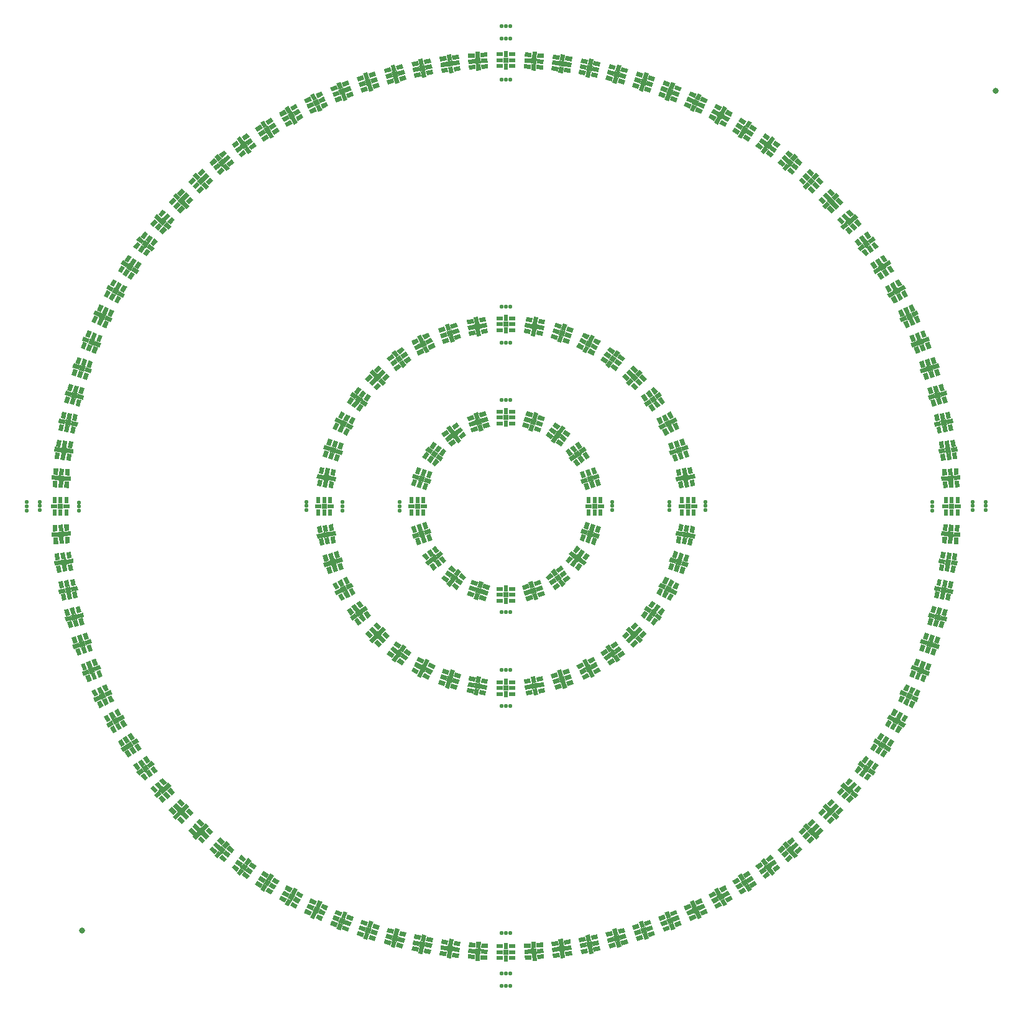
<source format=gts>
G75*
%MOIN*%
%OFA0B0*%
%FSLAX25Y25*%
%IPPOS*%
%LPD*%
%AMOC8*
5,1,8,0,0,1.08239X$1,22.5*
%
%ADD10C,0.02300*%
%ADD11R,0.02375X0.03556*%
%ADD12R,0.03556X0.02375*%
%ADD13R,0.03000X0.03000*%
%ADD14R,0.03000X0.03000*%
%ADD15C,0.03300*%
D10*
X0271550Y0049250D03*
X0273750Y0049250D03*
X0276050Y0049250D03*
X0276050Y0055800D03*
X0273750Y0055800D03*
X0271550Y0055800D03*
X0271450Y0077650D03*
X0273650Y0077650D03*
X0275950Y0077650D03*
X0276050Y0199300D03*
X0273750Y0199300D03*
X0271550Y0199300D03*
X0271500Y0218650D03*
X0273700Y0218650D03*
X0276000Y0218650D03*
X0276050Y0249350D03*
X0273750Y0249350D03*
X0271550Y0249350D03*
X0216800Y0304000D03*
X0216800Y0306300D03*
X0216800Y0308500D03*
X0186150Y0308500D03*
X0186150Y0306300D03*
X0186150Y0304000D03*
X0166800Y0304050D03*
X0166800Y0306350D03*
X0166800Y0308550D03*
X0271500Y0363200D03*
X0273700Y0363200D03*
X0276000Y0363200D03*
X0276050Y0393850D03*
X0273750Y0393850D03*
X0271550Y0393850D03*
X0271550Y0413250D03*
X0273750Y0413250D03*
X0276050Y0413250D03*
X0330650Y0308550D03*
X0330650Y0306350D03*
X0330650Y0304050D03*
X0361400Y0304050D03*
X0361400Y0306350D03*
X0361400Y0308550D03*
X0380700Y0308550D03*
X0380700Y0306350D03*
X0380700Y0304050D03*
X0502350Y0304000D03*
X0502350Y0306300D03*
X0502350Y0308500D03*
X0524250Y0308650D03*
X0524250Y0306450D03*
X0524250Y0304150D03*
X0531000Y0304050D03*
X0531000Y0306350D03*
X0531000Y0308550D03*
X0276050Y0534800D03*
X0273750Y0534800D03*
X0271550Y0534800D03*
X0271550Y0556700D03*
X0273750Y0556700D03*
X0276050Y0556700D03*
X0276000Y0563550D03*
X0273700Y0563550D03*
X0271500Y0563550D03*
X0044800Y0308250D03*
X0044800Y0306050D03*
X0044800Y0303750D03*
X0023750Y0304050D03*
X0023750Y0306350D03*
X0023750Y0308550D03*
X0016650Y0308450D03*
X0016650Y0306250D03*
X0016650Y0303950D03*
D11*
X0031650Y0302904D03*
X0034800Y0302904D03*
X0037950Y0302904D03*
X0037950Y0309596D03*
X0034800Y0309596D03*
X0031650Y0309596D03*
G36*
X0033779Y0322543D02*
X0033629Y0320174D01*
X0030081Y0320397D01*
X0030231Y0322766D01*
X0033779Y0322543D01*
G37*
G36*
X0040459Y0322123D02*
X0040309Y0319754D01*
X0036761Y0319977D01*
X0036911Y0322346D01*
X0040459Y0322123D01*
G37*
G36*
X0041912Y0336735D02*
X0041615Y0334381D01*
X0038088Y0334827D01*
X0038385Y0337181D01*
X0041912Y0336735D01*
G37*
G36*
X0035272Y0337573D02*
X0034975Y0335219D01*
X0031448Y0335665D01*
X0031745Y0338019D01*
X0035272Y0337573D01*
G37*
G36*
X0037711Y0352489D02*
X0037267Y0350158D01*
X0033775Y0350825D01*
X0034219Y0353156D01*
X0037711Y0352489D01*
G37*
G36*
X0044285Y0351235D02*
X0043841Y0348904D01*
X0040349Y0349571D01*
X0040793Y0351902D01*
X0044285Y0351235D01*
G37*
G36*
X0047568Y0365565D02*
X0046977Y0363267D01*
X0043534Y0364151D01*
X0044125Y0366449D01*
X0047568Y0365565D01*
G37*
G36*
X0041086Y0367229D02*
X0040495Y0364931D01*
X0037052Y0365815D01*
X0037643Y0368113D01*
X0041086Y0367229D01*
G37*
G36*
X0045374Y0381723D02*
X0044641Y0379466D01*
X0041260Y0380565D01*
X0041993Y0382822D01*
X0045374Y0381723D01*
G37*
G36*
X0051740Y0379655D02*
X0051007Y0377398D01*
X0047626Y0378497D01*
X0048359Y0380754D01*
X0051740Y0379655D01*
G37*
G36*
X0056781Y0393447D02*
X0055907Y0391240D01*
X0052601Y0392549D01*
X0053475Y0394756D01*
X0056781Y0393447D01*
G37*
G36*
X0050559Y0395911D02*
X0049685Y0393704D01*
X0046379Y0395013D01*
X0047253Y0397220D01*
X0050559Y0395911D01*
G37*
G36*
X0056636Y0409751D02*
X0055625Y0407604D01*
X0052408Y0409119D01*
X0053419Y0411266D01*
X0056636Y0409751D01*
G37*
G36*
X0062692Y0406901D02*
X0061681Y0404754D01*
X0058464Y0406269D01*
X0059475Y0408416D01*
X0062692Y0406901D01*
G37*
G36*
X0069422Y0419961D02*
X0068279Y0417882D01*
X0065164Y0419595D01*
X0066307Y0421674D01*
X0069422Y0419961D01*
G37*
G36*
X0063556Y0423185D02*
X0062413Y0421106D01*
X0059298Y0422819D01*
X0060441Y0424898D01*
X0063556Y0423185D01*
G37*
G36*
X0076973Y0432566D02*
X0075701Y0430563D01*
X0072699Y0432468D01*
X0073971Y0434471D01*
X0076973Y0432566D01*
G37*
G36*
X0071321Y0436152D02*
X0070049Y0434149D01*
X0067047Y0436054D01*
X0068319Y0438057D01*
X0071321Y0436152D01*
G37*
G36*
X0079869Y0448613D02*
X0078473Y0446692D01*
X0075597Y0448781D01*
X0076993Y0450702D01*
X0079869Y0448613D01*
G37*
G36*
X0085283Y0444679D02*
X0083887Y0442758D01*
X0081011Y0444847D01*
X0082407Y0446768D01*
X0085283Y0444679D01*
G37*
G36*
X0094354Y0456239D02*
X0092841Y0454410D01*
X0090102Y0456675D01*
X0091615Y0458504D01*
X0094354Y0456239D01*
G37*
G36*
X0089198Y0460505D02*
X0087685Y0458676D01*
X0084946Y0460941D01*
X0086459Y0462770D01*
X0089198Y0460505D01*
G37*
G36*
X0099249Y0471800D02*
X0097624Y0470069D01*
X0095033Y0472502D01*
X0096658Y0474233D01*
X0099249Y0471800D01*
G37*
G36*
X0104127Y0467218D02*
X0102502Y0465487D01*
X0099911Y0467920D01*
X0101536Y0469651D01*
X0104127Y0467218D01*
G37*
G36*
X0114563Y0477548D02*
X0112832Y0475923D01*
X0110399Y0478514D01*
X0112130Y0480139D01*
X0114563Y0477548D01*
G37*
G36*
X0109981Y0482426D02*
X0108250Y0480801D01*
X0105817Y0483392D01*
X0107548Y0485017D01*
X0109981Y0482426D01*
G37*
G36*
X0121374Y0492365D02*
X0119545Y0490852D01*
X0117280Y0493591D01*
X0119109Y0495104D01*
X0121374Y0492365D01*
G37*
G36*
X0125640Y0487209D02*
X0123811Y0485696D01*
X0121546Y0488435D01*
X0123375Y0489948D01*
X0125640Y0487209D01*
G37*
G36*
X0137292Y0496163D02*
X0135371Y0494767D01*
X0133282Y0497643D01*
X0135203Y0499039D01*
X0137292Y0496163D01*
G37*
G36*
X0133358Y0501577D02*
X0131437Y0500181D01*
X0129348Y0503057D01*
X0131269Y0504453D01*
X0133358Y0501577D01*
G37*
G36*
X0145901Y0510001D02*
X0143898Y0508729D01*
X0141993Y0511731D01*
X0143996Y0513003D01*
X0145901Y0510001D01*
G37*
G36*
X0149487Y0504349D02*
X0147484Y0503077D01*
X0145579Y0506079D01*
X0147582Y0507351D01*
X0149487Y0504349D01*
G37*
G36*
X0162168Y0511771D02*
X0160089Y0510628D01*
X0158376Y0513743D01*
X0160455Y0514886D01*
X0162168Y0511771D01*
G37*
G36*
X0158944Y0517637D02*
X0156865Y0516494D01*
X0155152Y0519609D01*
X0157231Y0520752D01*
X0158944Y0517637D01*
G37*
G36*
X0172446Y0524425D02*
X0170299Y0523414D01*
X0168784Y0526631D01*
X0170931Y0527642D01*
X0172446Y0524425D01*
G37*
G36*
X0175296Y0518369D02*
X0173149Y0517358D01*
X0171634Y0520575D01*
X0173781Y0521586D01*
X0175296Y0518369D01*
G37*
G36*
X0188810Y0524143D02*
X0186603Y0523269D01*
X0185294Y0526575D01*
X0187501Y0527449D01*
X0188810Y0524143D01*
G37*
G36*
X0186346Y0530365D02*
X0184139Y0529491D01*
X0182830Y0532797D01*
X0185037Y0533671D01*
X0186346Y0530365D01*
G37*
G36*
X0200584Y0535409D02*
X0198327Y0534676D01*
X0197228Y0538057D01*
X0199485Y0538790D01*
X0200584Y0535409D01*
G37*
G36*
X0202652Y0529043D02*
X0200395Y0528310D01*
X0199296Y0531691D01*
X0201553Y0532424D01*
X0202652Y0529043D01*
G37*
G36*
X0216783Y0533073D02*
X0214485Y0532482D01*
X0213601Y0535925D01*
X0215899Y0536516D01*
X0216783Y0533073D01*
G37*
G36*
X0215119Y0539555D02*
X0212821Y0538964D01*
X0211937Y0542407D01*
X0214235Y0542998D01*
X0215119Y0539555D01*
G37*
G36*
X0229892Y0542783D02*
X0227561Y0542339D01*
X0226894Y0545831D01*
X0229225Y0546275D01*
X0229892Y0542783D01*
G37*
G36*
X0231146Y0536209D02*
X0228815Y0535765D01*
X0228148Y0539257D01*
X0230479Y0539701D01*
X0231146Y0536209D01*
G37*
G36*
X0245669Y0538435D02*
X0243315Y0538138D01*
X0242869Y0541665D01*
X0245223Y0541962D01*
X0245669Y0538435D01*
G37*
G36*
X0244831Y0545075D02*
X0242477Y0544778D01*
X0242031Y0548305D01*
X0244385Y0548602D01*
X0244831Y0545075D01*
G37*
G36*
X0259876Y0546421D02*
X0257507Y0546271D01*
X0257284Y0549819D01*
X0259653Y0549969D01*
X0259876Y0546421D01*
G37*
G36*
X0260296Y0539741D02*
X0257927Y0539591D01*
X0257704Y0543139D01*
X0260073Y0543289D01*
X0260296Y0539741D01*
G37*
X0273800Y0541904D03*
X0273800Y0548596D03*
G36*
X0290093Y0546271D02*
X0287724Y0546421D01*
X0287947Y0549969D01*
X0290316Y0549819D01*
X0290093Y0546271D01*
G37*
G36*
X0289673Y0539591D02*
X0287304Y0539741D01*
X0287527Y0543289D01*
X0289896Y0543139D01*
X0289673Y0539591D01*
G37*
G36*
X0304285Y0538138D02*
X0301931Y0538435D01*
X0302377Y0541962D01*
X0304731Y0541665D01*
X0304285Y0538138D01*
G37*
G36*
X0305123Y0544778D02*
X0302769Y0545075D01*
X0303215Y0548602D01*
X0305569Y0548305D01*
X0305123Y0544778D01*
G37*
G36*
X0320039Y0542339D02*
X0317708Y0542783D01*
X0318375Y0546275D01*
X0320706Y0545831D01*
X0320039Y0542339D01*
G37*
G36*
X0318785Y0535765D02*
X0316454Y0536209D01*
X0317121Y0539701D01*
X0319452Y0539257D01*
X0318785Y0535765D01*
G37*
G36*
X0333115Y0532482D02*
X0330817Y0533073D01*
X0331701Y0536516D01*
X0333999Y0535925D01*
X0333115Y0532482D01*
G37*
G36*
X0334779Y0538964D02*
X0332481Y0539555D01*
X0333365Y0542998D01*
X0335663Y0542407D01*
X0334779Y0538964D01*
G37*
G36*
X0349273Y0534676D02*
X0347016Y0535409D01*
X0348115Y0538790D01*
X0350372Y0538057D01*
X0349273Y0534676D01*
G37*
G36*
X0347205Y0528310D02*
X0344948Y0529043D01*
X0346047Y0532424D01*
X0348304Y0531691D01*
X0347205Y0528310D01*
G37*
G36*
X0360997Y0523269D02*
X0358790Y0524143D01*
X0360099Y0527449D01*
X0362306Y0526575D01*
X0360997Y0523269D01*
G37*
G36*
X0363461Y0529491D02*
X0361254Y0530365D01*
X0362563Y0533671D01*
X0364770Y0532797D01*
X0363461Y0529491D01*
G37*
G36*
X0377301Y0523414D02*
X0375154Y0524425D01*
X0376669Y0527642D01*
X0378816Y0526631D01*
X0377301Y0523414D01*
G37*
G36*
X0374451Y0517358D02*
X0372304Y0518369D01*
X0373819Y0521586D01*
X0375966Y0520575D01*
X0374451Y0517358D01*
G37*
G36*
X0387511Y0510628D02*
X0385432Y0511771D01*
X0387145Y0514886D01*
X0389224Y0513743D01*
X0387511Y0510628D01*
G37*
G36*
X0390735Y0516494D02*
X0388656Y0517637D01*
X0390369Y0520752D01*
X0392448Y0519609D01*
X0390735Y0516494D01*
G37*
G36*
X0403702Y0508729D02*
X0401699Y0510001D01*
X0403604Y0513003D01*
X0405607Y0511731D01*
X0403702Y0508729D01*
G37*
G36*
X0400116Y0503077D02*
X0398113Y0504349D01*
X0400018Y0507351D01*
X0402021Y0506079D01*
X0400116Y0503077D01*
G37*
G36*
X0412229Y0494767D02*
X0410308Y0496163D01*
X0412397Y0499039D01*
X0414318Y0497643D01*
X0412229Y0494767D01*
G37*
G36*
X0416163Y0500181D02*
X0414242Y0501577D01*
X0416331Y0504453D01*
X0418252Y0503057D01*
X0416163Y0500181D01*
G37*
G36*
X0423789Y0485696D02*
X0421960Y0487209D01*
X0424225Y0489948D01*
X0426054Y0488435D01*
X0423789Y0485696D01*
G37*
G36*
X0428055Y0490852D02*
X0426226Y0492365D01*
X0428491Y0495104D01*
X0430320Y0493591D01*
X0428055Y0490852D01*
G37*
G36*
X0439350Y0480801D02*
X0437619Y0482426D01*
X0440052Y0485017D01*
X0441783Y0483392D01*
X0439350Y0480801D01*
G37*
G36*
X0434768Y0475923D02*
X0433037Y0477548D01*
X0435470Y0480139D01*
X0437201Y0478514D01*
X0434768Y0475923D01*
G37*
G36*
X0445098Y0465487D02*
X0443473Y0467218D01*
X0446064Y0469651D01*
X0447689Y0467920D01*
X0445098Y0465487D01*
G37*
G36*
X0449976Y0470069D02*
X0448351Y0471800D01*
X0450942Y0474233D01*
X0452567Y0472502D01*
X0449976Y0470069D01*
G37*
G36*
X0459915Y0458676D02*
X0458402Y0460505D01*
X0461141Y0462770D01*
X0462654Y0460941D01*
X0459915Y0458676D01*
G37*
G36*
X0454759Y0454410D02*
X0453246Y0456239D01*
X0455985Y0458504D01*
X0457498Y0456675D01*
X0454759Y0454410D01*
G37*
G36*
X0463713Y0442758D02*
X0462317Y0444679D01*
X0465193Y0446768D01*
X0466589Y0444847D01*
X0463713Y0442758D01*
G37*
G36*
X0469127Y0446692D02*
X0467731Y0448613D01*
X0470607Y0450702D01*
X0472003Y0448781D01*
X0469127Y0446692D01*
G37*
G36*
X0477551Y0434149D02*
X0476279Y0436152D01*
X0479281Y0438057D01*
X0480553Y0436054D01*
X0477551Y0434149D01*
G37*
G36*
X0471899Y0430563D02*
X0470627Y0432566D01*
X0473629Y0434471D01*
X0474901Y0432468D01*
X0471899Y0430563D01*
G37*
G36*
X0479321Y0417882D02*
X0478178Y0419961D01*
X0481293Y0421674D01*
X0482436Y0419595D01*
X0479321Y0417882D01*
G37*
G36*
X0485187Y0421106D02*
X0484044Y0423185D01*
X0487159Y0424898D01*
X0488302Y0422819D01*
X0485187Y0421106D01*
G37*
G36*
X0491975Y0407604D02*
X0490964Y0409751D01*
X0494181Y0411266D01*
X0495192Y0409119D01*
X0491975Y0407604D01*
G37*
G36*
X0485919Y0404754D02*
X0484908Y0406901D01*
X0488125Y0408416D01*
X0489136Y0406269D01*
X0485919Y0404754D01*
G37*
G36*
X0491693Y0391240D02*
X0490819Y0393447D01*
X0494125Y0394756D01*
X0494999Y0392549D01*
X0491693Y0391240D01*
G37*
G36*
X0497915Y0393704D02*
X0497041Y0395911D01*
X0500347Y0397220D01*
X0501221Y0395013D01*
X0497915Y0393704D01*
G37*
G36*
X0502959Y0379466D02*
X0502226Y0381723D01*
X0505607Y0382822D01*
X0506340Y0380565D01*
X0502959Y0379466D01*
G37*
G36*
X0496593Y0377398D02*
X0495860Y0379655D01*
X0499241Y0380754D01*
X0499974Y0378497D01*
X0496593Y0377398D01*
G37*
G36*
X0507105Y0364931D02*
X0506514Y0367229D01*
X0509957Y0368113D01*
X0510548Y0365815D01*
X0507105Y0364931D01*
G37*
G36*
X0500623Y0363267D02*
X0500032Y0365565D01*
X0503475Y0366449D01*
X0504066Y0364151D01*
X0500623Y0363267D01*
G37*
G36*
X0503759Y0348904D02*
X0503315Y0351235D01*
X0506807Y0351902D01*
X0507251Y0349571D01*
X0503759Y0348904D01*
G37*
G36*
X0510333Y0350158D02*
X0509889Y0352489D01*
X0513381Y0353156D01*
X0513825Y0350825D01*
X0510333Y0350158D01*
G37*
G36*
X0512625Y0335219D02*
X0512328Y0337573D01*
X0515855Y0338019D01*
X0516152Y0335665D01*
X0512625Y0335219D01*
G37*
G36*
X0505985Y0334381D02*
X0505688Y0336735D01*
X0509215Y0337181D01*
X0509512Y0334827D01*
X0505985Y0334381D01*
G37*
G36*
X0507291Y0319754D02*
X0507141Y0322123D01*
X0510689Y0322346D01*
X0510839Y0319977D01*
X0507291Y0319754D01*
G37*
G36*
X0513971Y0320174D02*
X0513821Y0322543D01*
X0517369Y0322766D01*
X0517519Y0320397D01*
X0513971Y0320174D01*
G37*
X0512800Y0309596D03*
X0509650Y0309596D03*
X0515950Y0309596D03*
X0515950Y0302904D03*
X0512800Y0302904D03*
X0509650Y0302904D03*
G36*
X0507141Y0290377D02*
X0507291Y0292746D01*
X0510839Y0292523D01*
X0510689Y0290154D01*
X0507141Y0290377D01*
G37*
G36*
X0513821Y0289957D02*
X0513971Y0292326D01*
X0517519Y0292103D01*
X0517369Y0289734D01*
X0513821Y0289957D01*
G37*
G36*
X0512328Y0274927D02*
X0512625Y0277281D01*
X0516152Y0276835D01*
X0515855Y0274481D01*
X0512328Y0274927D01*
G37*
G36*
X0505688Y0275765D02*
X0505985Y0278119D01*
X0509512Y0277673D01*
X0509215Y0275319D01*
X0505688Y0275765D01*
G37*
G36*
X0503315Y0261265D02*
X0503759Y0263596D01*
X0507251Y0262929D01*
X0506807Y0260598D01*
X0503315Y0261265D01*
G37*
G36*
X0509889Y0260011D02*
X0510333Y0262342D01*
X0513825Y0261675D01*
X0513381Y0259344D01*
X0509889Y0260011D01*
G37*
G36*
X0506514Y0245271D02*
X0507105Y0247569D01*
X0510548Y0246685D01*
X0509957Y0244387D01*
X0506514Y0245271D01*
G37*
G36*
X0500032Y0246935D02*
X0500623Y0249233D01*
X0504066Y0248349D01*
X0503475Y0246051D01*
X0500032Y0246935D01*
G37*
G36*
X0495860Y0232845D02*
X0496593Y0235102D01*
X0499974Y0234003D01*
X0499241Y0231746D01*
X0495860Y0232845D01*
G37*
G36*
X0502226Y0230777D02*
X0502959Y0233034D01*
X0506340Y0231935D01*
X0505607Y0229678D01*
X0502226Y0230777D01*
G37*
G36*
X0497041Y0216589D02*
X0497915Y0218796D01*
X0501221Y0217487D01*
X0500347Y0215280D01*
X0497041Y0216589D01*
G37*
G36*
X0490819Y0219053D02*
X0491693Y0221260D01*
X0494999Y0219951D01*
X0494125Y0217744D01*
X0490819Y0219053D01*
G37*
G36*
X0484908Y0205599D02*
X0485919Y0207746D01*
X0489136Y0206231D01*
X0488125Y0204084D01*
X0484908Y0205599D01*
G37*
G36*
X0490964Y0202749D02*
X0491975Y0204896D01*
X0495192Y0203381D01*
X0494181Y0201234D01*
X0490964Y0202749D01*
G37*
G36*
X0484044Y0189315D02*
X0485187Y0191394D01*
X0488302Y0189681D01*
X0487159Y0187602D01*
X0484044Y0189315D01*
G37*
G36*
X0478178Y0192539D02*
X0479321Y0194618D01*
X0482436Y0192905D01*
X0481293Y0190826D01*
X0478178Y0192539D01*
G37*
G36*
X0470627Y0179934D02*
X0471899Y0181937D01*
X0474901Y0180032D01*
X0473629Y0178029D01*
X0470627Y0179934D01*
G37*
G36*
X0476279Y0176348D02*
X0477551Y0178351D01*
X0480553Y0176446D01*
X0479281Y0174443D01*
X0476279Y0176348D01*
G37*
G36*
X0467731Y0163887D02*
X0469127Y0165808D01*
X0472003Y0163719D01*
X0470607Y0161798D01*
X0467731Y0163887D01*
G37*
G36*
X0462317Y0167821D02*
X0463713Y0169742D01*
X0466589Y0167653D01*
X0465193Y0165732D01*
X0462317Y0167821D01*
G37*
G36*
X0453246Y0156261D02*
X0454759Y0158090D01*
X0457498Y0155825D01*
X0455985Y0153996D01*
X0453246Y0156261D01*
G37*
G36*
X0458402Y0151995D02*
X0459915Y0153824D01*
X0462654Y0151559D01*
X0461141Y0149730D01*
X0458402Y0151995D01*
G37*
G36*
X0448351Y0140700D02*
X0449976Y0142431D01*
X0452567Y0139998D01*
X0450942Y0138267D01*
X0448351Y0140700D01*
G37*
G36*
X0443473Y0145282D02*
X0445098Y0147013D01*
X0447689Y0144580D01*
X0446064Y0142849D01*
X0443473Y0145282D01*
G37*
G36*
X0433037Y0134952D02*
X0434768Y0136577D01*
X0437201Y0133986D01*
X0435470Y0132361D01*
X0433037Y0134952D01*
G37*
G36*
X0437619Y0130074D02*
X0439350Y0131699D01*
X0441783Y0129108D01*
X0440052Y0127483D01*
X0437619Y0130074D01*
G37*
G36*
X0426226Y0120135D02*
X0428055Y0121648D01*
X0430320Y0118909D01*
X0428491Y0117396D01*
X0426226Y0120135D01*
G37*
G36*
X0421960Y0125291D02*
X0423789Y0126804D01*
X0426054Y0124065D01*
X0424225Y0122552D01*
X0421960Y0125291D01*
G37*
G36*
X0410308Y0116337D02*
X0412229Y0117733D01*
X0414318Y0114857D01*
X0412397Y0113461D01*
X0410308Y0116337D01*
G37*
G36*
X0414242Y0110923D02*
X0416163Y0112319D01*
X0418252Y0109443D01*
X0416331Y0108047D01*
X0414242Y0110923D01*
G37*
G36*
X0401699Y0102499D02*
X0403702Y0103771D01*
X0405607Y0100769D01*
X0403604Y0099497D01*
X0401699Y0102499D01*
G37*
G36*
X0398113Y0108151D02*
X0400116Y0109423D01*
X0402021Y0106421D01*
X0400018Y0105149D01*
X0398113Y0108151D01*
G37*
G36*
X0385432Y0100729D02*
X0387511Y0101872D01*
X0389224Y0098757D01*
X0387145Y0097614D01*
X0385432Y0100729D01*
G37*
G36*
X0388656Y0094863D02*
X0390735Y0096006D01*
X0392448Y0092891D01*
X0390369Y0091748D01*
X0388656Y0094863D01*
G37*
G36*
X0375154Y0088075D02*
X0377301Y0089086D01*
X0378816Y0085869D01*
X0376669Y0084858D01*
X0375154Y0088075D01*
G37*
G36*
X0372304Y0094131D02*
X0374451Y0095142D01*
X0375966Y0091925D01*
X0373819Y0090914D01*
X0372304Y0094131D01*
G37*
G36*
X0358790Y0088357D02*
X0360997Y0089231D01*
X0362306Y0085925D01*
X0360099Y0085051D01*
X0358790Y0088357D01*
G37*
G36*
X0361254Y0082135D02*
X0363461Y0083009D01*
X0364770Y0079703D01*
X0362563Y0078829D01*
X0361254Y0082135D01*
G37*
G36*
X0347016Y0077091D02*
X0349273Y0077824D01*
X0350372Y0074443D01*
X0348115Y0073710D01*
X0347016Y0077091D01*
G37*
G36*
X0344948Y0083457D02*
X0347205Y0084190D01*
X0348304Y0080809D01*
X0346047Y0080076D01*
X0344948Y0083457D01*
G37*
G36*
X0330817Y0079427D02*
X0333115Y0080018D01*
X0333999Y0076575D01*
X0331701Y0075984D01*
X0330817Y0079427D01*
G37*
G36*
X0332481Y0072945D02*
X0334779Y0073536D01*
X0335663Y0070093D01*
X0333365Y0069502D01*
X0332481Y0072945D01*
G37*
G36*
X0317708Y0069717D02*
X0320039Y0070161D01*
X0320706Y0066669D01*
X0318375Y0066225D01*
X0317708Y0069717D01*
G37*
G36*
X0316454Y0076291D02*
X0318785Y0076735D01*
X0319452Y0073243D01*
X0317121Y0072799D01*
X0316454Y0076291D01*
G37*
G36*
X0301931Y0074065D02*
X0304285Y0074362D01*
X0304731Y0070835D01*
X0302377Y0070538D01*
X0301931Y0074065D01*
G37*
G36*
X0302769Y0067425D02*
X0305123Y0067722D01*
X0305569Y0064195D01*
X0303215Y0063898D01*
X0302769Y0067425D01*
G37*
G36*
X0287724Y0066079D02*
X0290093Y0066229D01*
X0290316Y0062681D01*
X0287947Y0062531D01*
X0287724Y0066079D01*
G37*
G36*
X0287304Y0072759D02*
X0289673Y0072909D01*
X0289896Y0069361D01*
X0287527Y0069211D01*
X0287304Y0072759D01*
G37*
X0273800Y0070596D03*
X0273800Y0063904D03*
G36*
X0257507Y0066229D02*
X0259876Y0066079D01*
X0259653Y0062531D01*
X0257284Y0062681D01*
X0257507Y0066229D01*
G37*
G36*
X0257927Y0072909D02*
X0260296Y0072759D01*
X0260073Y0069211D01*
X0257704Y0069361D01*
X0257927Y0072909D01*
G37*
G36*
X0243315Y0074362D02*
X0245669Y0074065D01*
X0245223Y0070538D01*
X0242869Y0070835D01*
X0243315Y0074362D01*
G37*
G36*
X0242477Y0067722D02*
X0244831Y0067425D01*
X0244385Y0063898D01*
X0242031Y0064195D01*
X0242477Y0067722D01*
G37*
G36*
X0227561Y0070161D02*
X0229892Y0069717D01*
X0229225Y0066225D01*
X0226894Y0066669D01*
X0227561Y0070161D01*
G37*
G36*
X0228815Y0076735D02*
X0231146Y0076291D01*
X0230479Y0072799D01*
X0228148Y0073243D01*
X0228815Y0076735D01*
G37*
G36*
X0214485Y0080018D02*
X0216783Y0079427D01*
X0215899Y0075984D01*
X0213601Y0076575D01*
X0214485Y0080018D01*
G37*
G36*
X0212821Y0073536D02*
X0215119Y0072945D01*
X0214235Y0069502D01*
X0211937Y0070093D01*
X0212821Y0073536D01*
G37*
G36*
X0198327Y0077824D02*
X0200584Y0077091D01*
X0199485Y0073710D01*
X0197228Y0074443D01*
X0198327Y0077824D01*
G37*
G36*
X0200395Y0084190D02*
X0202652Y0083457D01*
X0201553Y0080076D01*
X0199296Y0080809D01*
X0200395Y0084190D01*
G37*
G36*
X0186603Y0089231D02*
X0188810Y0088357D01*
X0187501Y0085051D01*
X0185294Y0085925D01*
X0186603Y0089231D01*
G37*
G36*
X0184139Y0083009D02*
X0186346Y0082135D01*
X0185037Y0078829D01*
X0182830Y0079703D01*
X0184139Y0083009D01*
G37*
G36*
X0170299Y0089086D02*
X0172446Y0088075D01*
X0170931Y0084858D01*
X0168784Y0085869D01*
X0170299Y0089086D01*
G37*
G36*
X0173149Y0095142D02*
X0175296Y0094131D01*
X0173781Y0090914D01*
X0171634Y0091925D01*
X0173149Y0095142D01*
G37*
G36*
X0160089Y0101872D02*
X0162168Y0100729D01*
X0160455Y0097614D01*
X0158376Y0098757D01*
X0160089Y0101872D01*
G37*
G36*
X0156865Y0096006D02*
X0158944Y0094863D01*
X0157231Y0091748D01*
X0155152Y0092891D01*
X0156865Y0096006D01*
G37*
G36*
X0143898Y0103771D02*
X0145901Y0102499D01*
X0143996Y0099497D01*
X0141993Y0100769D01*
X0143898Y0103771D01*
G37*
G36*
X0147484Y0109423D02*
X0149487Y0108151D01*
X0147582Y0105149D01*
X0145579Y0106421D01*
X0147484Y0109423D01*
G37*
G36*
X0135371Y0117733D02*
X0137292Y0116337D01*
X0135203Y0113461D01*
X0133282Y0114857D01*
X0135371Y0117733D01*
G37*
G36*
X0131437Y0112319D02*
X0133358Y0110923D01*
X0131269Y0108047D01*
X0129348Y0109443D01*
X0131437Y0112319D01*
G37*
G36*
X0123811Y0126804D02*
X0125640Y0125291D01*
X0123375Y0122552D01*
X0121546Y0124065D01*
X0123811Y0126804D01*
G37*
G36*
X0119545Y0121648D02*
X0121374Y0120135D01*
X0119109Y0117396D01*
X0117280Y0118909D01*
X0119545Y0121648D01*
G37*
G36*
X0108250Y0131699D02*
X0109981Y0130074D01*
X0107548Y0127483D01*
X0105817Y0129108D01*
X0108250Y0131699D01*
G37*
G36*
X0112832Y0136577D02*
X0114563Y0134952D01*
X0112130Y0132361D01*
X0110399Y0133986D01*
X0112832Y0136577D01*
G37*
G36*
X0102502Y0147013D02*
X0104127Y0145282D01*
X0101536Y0142849D01*
X0099911Y0144580D01*
X0102502Y0147013D01*
G37*
G36*
X0097624Y0142431D02*
X0099249Y0140700D01*
X0096658Y0138267D01*
X0095033Y0139998D01*
X0097624Y0142431D01*
G37*
G36*
X0087685Y0153824D02*
X0089198Y0151995D01*
X0086459Y0149730D01*
X0084946Y0151559D01*
X0087685Y0153824D01*
G37*
G36*
X0092841Y0158090D02*
X0094354Y0156261D01*
X0091615Y0153996D01*
X0090102Y0155825D01*
X0092841Y0158090D01*
G37*
G36*
X0083887Y0169742D02*
X0085283Y0167821D01*
X0082407Y0165732D01*
X0081011Y0167653D01*
X0083887Y0169742D01*
G37*
G36*
X0078473Y0165808D02*
X0079869Y0163887D01*
X0076993Y0161798D01*
X0075597Y0163719D01*
X0078473Y0165808D01*
G37*
G36*
X0070049Y0178351D02*
X0071321Y0176348D01*
X0068319Y0174443D01*
X0067047Y0176446D01*
X0070049Y0178351D01*
G37*
G36*
X0075701Y0181937D02*
X0076973Y0179934D01*
X0073971Y0178029D01*
X0072699Y0180032D01*
X0075701Y0181937D01*
G37*
G36*
X0068279Y0194618D02*
X0069422Y0192539D01*
X0066307Y0190826D01*
X0065164Y0192905D01*
X0068279Y0194618D01*
G37*
G36*
X0062413Y0191394D02*
X0063556Y0189315D01*
X0060441Y0187602D01*
X0059298Y0189681D01*
X0062413Y0191394D01*
G37*
G36*
X0055625Y0204896D02*
X0056636Y0202749D01*
X0053419Y0201234D01*
X0052408Y0203381D01*
X0055625Y0204896D01*
G37*
G36*
X0061681Y0207746D02*
X0062692Y0205599D01*
X0059475Y0204084D01*
X0058464Y0206231D01*
X0061681Y0207746D01*
G37*
G36*
X0055907Y0221260D02*
X0056781Y0219053D01*
X0053475Y0217744D01*
X0052601Y0219951D01*
X0055907Y0221260D01*
G37*
G36*
X0049685Y0218796D02*
X0050559Y0216589D01*
X0047253Y0215280D01*
X0046379Y0217487D01*
X0049685Y0218796D01*
G37*
G36*
X0044641Y0233034D02*
X0045374Y0230777D01*
X0041993Y0229678D01*
X0041260Y0231935D01*
X0044641Y0233034D01*
G37*
G36*
X0051007Y0235102D02*
X0051740Y0232845D01*
X0048359Y0231746D01*
X0047626Y0234003D01*
X0051007Y0235102D01*
G37*
G36*
X0046977Y0249233D02*
X0047568Y0246935D01*
X0044125Y0246051D01*
X0043534Y0248349D01*
X0046977Y0249233D01*
G37*
G36*
X0040495Y0247569D02*
X0041086Y0245271D01*
X0037643Y0244387D01*
X0037052Y0246685D01*
X0040495Y0247569D01*
G37*
G36*
X0037267Y0262342D02*
X0037711Y0260011D01*
X0034219Y0259344D01*
X0033775Y0261675D01*
X0037267Y0262342D01*
G37*
G36*
X0043841Y0263596D02*
X0044285Y0261265D01*
X0040793Y0260598D01*
X0040349Y0262929D01*
X0043841Y0263596D01*
G37*
G36*
X0041615Y0278119D02*
X0041912Y0275765D01*
X0038385Y0275319D01*
X0038088Y0277673D01*
X0041615Y0278119D01*
G37*
G36*
X0034975Y0277281D02*
X0035272Y0274927D01*
X0031745Y0274481D01*
X0031448Y0276835D01*
X0034975Y0277281D01*
G37*
G36*
X0033629Y0292326D02*
X0033779Y0289957D01*
X0030231Y0289734D01*
X0030081Y0292103D01*
X0033629Y0292326D01*
G37*
G36*
X0040309Y0292746D02*
X0040459Y0290377D01*
X0036911Y0290154D01*
X0036761Y0292523D01*
X0040309Y0292746D01*
G37*
X0173150Y0302904D03*
X0176300Y0302904D03*
X0179450Y0302904D03*
X0179450Y0309596D03*
X0176300Y0309596D03*
X0173150Y0309596D03*
G36*
X0176136Y0322967D02*
X0175765Y0320623D01*
X0172254Y0321179D01*
X0172625Y0323523D01*
X0176136Y0322967D01*
G37*
G36*
X0182746Y0321920D02*
X0182375Y0319576D01*
X0178864Y0320132D01*
X0179235Y0322476D01*
X0182746Y0321920D01*
G37*
G36*
X0186340Y0335895D02*
X0185607Y0333638D01*
X0182226Y0334737D01*
X0182959Y0336994D01*
X0186340Y0335895D01*
G37*
G36*
X0179974Y0337963D02*
X0179241Y0335706D01*
X0175860Y0336805D01*
X0176593Y0339062D01*
X0179974Y0337963D01*
G37*
G36*
X0186041Y0352319D02*
X0184963Y0350205D01*
X0181795Y0351819D01*
X0182873Y0353933D01*
X0186041Y0352319D01*
G37*
G36*
X0192005Y0349281D02*
X0190927Y0347167D01*
X0187759Y0348781D01*
X0188837Y0350895D01*
X0192005Y0349281D01*
G37*
G36*
X0199743Y0361499D02*
X0198347Y0359578D01*
X0195471Y0361667D01*
X0196867Y0363588D01*
X0199743Y0361499D01*
G37*
G36*
X0194329Y0365433D02*
X0192933Y0363512D01*
X0190057Y0365601D01*
X0191453Y0367522D01*
X0194329Y0365433D01*
G37*
G36*
X0204630Y0377099D02*
X0202951Y0375420D01*
X0200438Y0377933D01*
X0202117Y0379612D01*
X0204630Y0377099D01*
G37*
G36*
X0209362Y0372367D02*
X0207683Y0370688D01*
X0205170Y0373201D01*
X0206849Y0374880D01*
X0209362Y0372367D01*
G37*
G36*
X0220472Y0381703D02*
X0218551Y0380307D01*
X0216462Y0383183D01*
X0218383Y0384579D01*
X0220472Y0381703D01*
G37*
G36*
X0216538Y0387117D02*
X0214617Y0385721D01*
X0212528Y0388597D01*
X0214449Y0389993D01*
X0216538Y0387117D01*
G37*
G36*
X0229845Y0395087D02*
X0227731Y0394009D01*
X0226117Y0397177D01*
X0228231Y0398255D01*
X0229845Y0395087D01*
G37*
G36*
X0232883Y0389123D02*
X0230769Y0388045D01*
X0229155Y0391213D01*
X0231269Y0392291D01*
X0232883Y0389123D01*
G37*
G36*
X0246412Y0394443D02*
X0244155Y0393710D01*
X0243056Y0397091D01*
X0245313Y0397824D01*
X0246412Y0394443D01*
G37*
G36*
X0244344Y0400809D02*
X0242087Y0400076D01*
X0240988Y0403457D01*
X0243245Y0404190D01*
X0244344Y0400809D01*
G37*
G36*
X0259426Y0404285D02*
X0257082Y0403914D01*
X0256526Y0407425D01*
X0258870Y0407796D01*
X0259426Y0404285D01*
G37*
G36*
X0260473Y0397675D02*
X0258129Y0397304D01*
X0257573Y0400815D01*
X0259917Y0401186D01*
X0260473Y0397675D01*
G37*
X0273800Y0400404D03*
X0273800Y0407096D03*
G36*
X0290517Y0403914D02*
X0288173Y0404285D01*
X0288729Y0407796D01*
X0291073Y0407425D01*
X0290517Y0403914D01*
G37*
G36*
X0289470Y0397304D02*
X0287126Y0397675D01*
X0287682Y0401186D01*
X0290026Y0400815D01*
X0289470Y0397304D01*
G37*
G36*
X0303445Y0393710D02*
X0301188Y0394443D01*
X0302287Y0397824D01*
X0304544Y0397091D01*
X0303445Y0393710D01*
G37*
G36*
X0305513Y0400076D02*
X0303256Y0400809D01*
X0304355Y0404190D01*
X0306612Y0403457D01*
X0305513Y0400076D01*
G37*
G36*
X0316831Y0388045D02*
X0314717Y0389123D01*
X0316331Y0392291D01*
X0318445Y0391213D01*
X0316831Y0388045D01*
G37*
G36*
X0319869Y0394009D02*
X0317755Y0395087D01*
X0319369Y0398255D01*
X0321483Y0397177D01*
X0319869Y0394009D01*
G37*
G36*
X0332983Y0385721D02*
X0331062Y0387117D01*
X0333151Y0389993D01*
X0335072Y0388597D01*
X0332983Y0385721D01*
G37*
G36*
X0329049Y0380307D02*
X0327128Y0381703D01*
X0329217Y0384579D01*
X0331138Y0383183D01*
X0329049Y0380307D01*
G37*
G36*
X0339917Y0370688D02*
X0338238Y0372367D01*
X0340751Y0374880D01*
X0342430Y0373201D01*
X0339917Y0370688D01*
G37*
G36*
X0349253Y0359578D02*
X0347857Y0361499D01*
X0350733Y0363588D01*
X0352129Y0361667D01*
X0349253Y0359578D01*
G37*
G36*
X0354667Y0363512D02*
X0353271Y0365433D01*
X0356147Y0367522D01*
X0357543Y0365601D01*
X0354667Y0363512D01*
G37*
G36*
X0362637Y0350205D02*
X0361559Y0352319D01*
X0364727Y0353933D01*
X0365805Y0351819D01*
X0362637Y0350205D01*
G37*
G36*
X0356673Y0347167D02*
X0355595Y0349281D01*
X0358763Y0350895D01*
X0359841Y0348781D01*
X0356673Y0347167D01*
G37*
G36*
X0361993Y0333638D02*
X0361260Y0335895D01*
X0364641Y0336994D01*
X0365374Y0334737D01*
X0361993Y0333638D01*
G37*
G36*
X0368359Y0335706D02*
X0367626Y0337963D01*
X0371007Y0339062D01*
X0371740Y0336805D01*
X0368359Y0335706D01*
G37*
G36*
X0371835Y0320623D02*
X0371464Y0322967D01*
X0374975Y0323523D01*
X0375346Y0321179D01*
X0371835Y0320623D01*
G37*
G36*
X0365225Y0319576D02*
X0364854Y0321920D01*
X0368365Y0322476D01*
X0368736Y0320132D01*
X0365225Y0319576D01*
G37*
X0368150Y0309596D03*
X0371300Y0309596D03*
X0374450Y0309596D03*
X0374450Y0302904D03*
X0371300Y0302904D03*
X0368150Y0302904D03*
G36*
X0364854Y0290579D02*
X0365225Y0292923D01*
X0368736Y0292367D01*
X0368365Y0290023D01*
X0364854Y0290579D01*
G37*
G36*
X0371464Y0289532D02*
X0371835Y0291876D01*
X0375346Y0291320D01*
X0374975Y0288976D01*
X0371464Y0289532D01*
G37*
G36*
X0367626Y0274537D02*
X0368359Y0276794D01*
X0371740Y0275695D01*
X0371007Y0273438D01*
X0367626Y0274537D01*
G37*
G36*
X0361260Y0276605D02*
X0361993Y0278862D01*
X0365374Y0277763D01*
X0364641Y0275506D01*
X0361260Y0276605D01*
G37*
G36*
X0355595Y0263219D02*
X0356673Y0265333D01*
X0359841Y0263719D01*
X0358763Y0261605D01*
X0355595Y0263219D01*
G37*
G36*
X0361559Y0260181D02*
X0362637Y0262295D01*
X0365805Y0260681D01*
X0364727Y0258567D01*
X0361559Y0260181D01*
G37*
G36*
X0353271Y0247067D02*
X0354667Y0248988D01*
X0357543Y0246899D01*
X0356147Y0244978D01*
X0353271Y0247067D01*
G37*
G36*
X0347857Y0251001D02*
X0349253Y0252922D01*
X0352129Y0250833D01*
X0350733Y0248912D01*
X0347857Y0251001D01*
G37*
G36*
X0338238Y0240133D02*
X0339917Y0241812D01*
X0342430Y0239299D01*
X0340751Y0237620D01*
X0338238Y0240133D01*
G37*
G36*
X0342970Y0235401D02*
X0344649Y0237080D01*
X0347162Y0234567D01*
X0345483Y0232888D01*
X0342970Y0235401D01*
G37*
G36*
X0331062Y0225383D02*
X0332983Y0226779D01*
X0335072Y0223903D01*
X0333151Y0222507D01*
X0331062Y0225383D01*
G37*
G36*
X0327128Y0230797D02*
X0329049Y0232193D01*
X0331138Y0229317D01*
X0329217Y0227921D01*
X0327128Y0230797D01*
G37*
G36*
X0314717Y0223377D02*
X0316831Y0224455D01*
X0318445Y0221287D01*
X0316331Y0220209D01*
X0314717Y0223377D01*
G37*
G36*
X0317755Y0217413D02*
X0319869Y0218491D01*
X0321483Y0215323D01*
X0319369Y0214245D01*
X0317755Y0217413D01*
G37*
G36*
X0303256Y0211691D02*
X0305513Y0212424D01*
X0306612Y0209043D01*
X0304355Y0208310D01*
X0303256Y0211691D01*
G37*
G36*
X0301188Y0218057D02*
X0303445Y0218790D01*
X0304544Y0215409D01*
X0302287Y0214676D01*
X0301188Y0218057D01*
G37*
G36*
X0287126Y0214825D02*
X0289470Y0215196D01*
X0290026Y0211685D01*
X0287682Y0211314D01*
X0287126Y0214825D01*
G37*
G36*
X0288173Y0208215D02*
X0290517Y0208586D01*
X0291073Y0205075D01*
X0288729Y0204704D01*
X0288173Y0208215D01*
G37*
X0273800Y0205404D03*
X0273800Y0212096D03*
G36*
X0258129Y0215196D02*
X0260473Y0214825D01*
X0259917Y0211314D01*
X0257573Y0211685D01*
X0258129Y0215196D01*
G37*
G36*
X0257082Y0208586D02*
X0259426Y0208215D01*
X0258870Y0204704D01*
X0256526Y0205075D01*
X0257082Y0208586D01*
G37*
G36*
X0242087Y0212424D02*
X0244344Y0211691D01*
X0243245Y0208310D01*
X0240988Y0209043D01*
X0242087Y0212424D01*
G37*
G36*
X0244155Y0218790D02*
X0246412Y0218057D01*
X0245313Y0214676D01*
X0243056Y0215409D01*
X0244155Y0218790D01*
G37*
G36*
X0230769Y0224455D02*
X0232883Y0223377D01*
X0231269Y0220209D01*
X0229155Y0221287D01*
X0230769Y0224455D01*
G37*
G36*
X0227731Y0218491D02*
X0229845Y0217413D01*
X0228231Y0214245D01*
X0226117Y0215323D01*
X0227731Y0218491D01*
G37*
G36*
X0214617Y0226779D02*
X0216538Y0225383D01*
X0214449Y0222507D01*
X0212528Y0223903D01*
X0214617Y0226779D01*
G37*
G36*
X0218551Y0232193D02*
X0220472Y0230797D01*
X0218383Y0227921D01*
X0216462Y0229317D01*
X0218551Y0232193D01*
G37*
G36*
X0207683Y0241812D02*
X0209362Y0240133D01*
X0206849Y0237620D01*
X0205170Y0239299D01*
X0207683Y0241812D01*
G37*
G36*
X0202951Y0237080D02*
X0204630Y0235401D01*
X0202117Y0232888D01*
X0200438Y0234567D01*
X0202951Y0237080D01*
G37*
G36*
X0192933Y0248988D02*
X0194329Y0247067D01*
X0191453Y0244978D01*
X0190057Y0246899D01*
X0192933Y0248988D01*
G37*
G36*
X0198347Y0252922D02*
X0199743Y0251001D01*
X0196867Y0248912D01*
X0195471Y0250833D01*
X0198347Y0252922D01*
G37*
G36*
X0190927Y0265333D02*
X0192005Y0263219D01*
X0188837Y0261605D01*
X0187759Y0263719D01*
X0190927Y0265333D01*
G37*
G36*
X0184963Y0262295D02*
X0186041Y0260181D01*
X0182873Y0258567D01*
X0181795Y0260681D01*
X0184963Y0262295D01*
G37*
G36*
X0179241Y0276794D02*
X0179974Y0274537D01*
X0176593Y0273438D01*
X0175860Y0275695D01*
X0179241Y0276794D01*
G37*
G36*
X0185607Y0278862D02*
X0186340Y0276605D01*
X0182959Y0275506D01*
X0182226Y0277763D01*
X0185607Y0278862D01*
G37*
G36*
X0182375Y0292923D02*
X0182746Y0290579D01*
X0179235Y0290023D01*
X0178864Y0292367D01*
X0182375Y0292923D01*
G37*
G36*
X0175765Y0291876D02*
X0176136Y0289532D01*
X0172625Y0288976D01*
X0172254Y0291320D01*
X0175765Y0291876D01*
G37*
X0223150Y0302904D03*
X0226300Y0302904D03*
X0229450Y0302904D03*
X0229450Y0309596D03*
X0226300Y0309596D03*
X0223150Y0309596D03*
G36*
X0227474Y0322563D02*
X0226741Y0320306D01*
X0223360Y0321405D01*
X0224093Y0323662D01*
X0227474Y0322563D01*
G37*
G36*
X0233840Y0320495D02*
X0233107Y0318238D01*
X0229726Y0319337D01*
X0230459Y0321594D01*
X0233840Y0320495D01*
G37*
G36*
X0240243Y0332099D02*
X0238847Y0330178D01*
X0235971Y0332267D01*
X0237367Y0334188D01*
X0240243Y0332099D01*
G37*
G36*
X0234829Y0336033D02*
X0233433Y0334112D01*
X0230557Y0336201D01*
X0231953Y0338122D01*
X0234829Y0336033D01*
G37*
G36*
X0245938Y0346617D02*
X0244017Y0345221D01*
X0241928Y0348097D01*
X0243849Y0349493D01*
X0245938Y0346617D01*
G37*
G36*
X0249872Y0341203D02*
X0247951Y0339807D01*
X0245862Y0342683D01*
X0247783Y0344079D01*
X0249872Y0341203D01*
G37*
G36*
X0261812Y0346943D02*
X0259555Y0346210D01*
X0258456Y0349591D01*
X0260713Y0350324D01*
X0261812Y0346943D01*
G37*
G36*
X0259744Y0353309D02*
X0257487Y0352576D01*
X0256388Y0355957D01*
X0258645Y0356690D01*
X0259744Y0353309D01*
G37*
X0273800Y0350404D03*
X0273800Y0357096D03*
G36*
X0290113Y0352576D02*
X0287856Y0353309D01*
X0288955Y0356690D01*
X0291212Y0355957D01*
X0290113Y0352576D01*
G37*
G36*
X0288045Y0346210D02*
X0285788Y0346943D01*
X0286887Y0350324D01*
X0289144Y0349591D01*
X0288045Y0346210D01*
G37*
G36*
X0299649Y0339807D02*
X0297728Y0341203D01*
X0299817Y0344079D01*
X0301738Y0342683D01*
X0299649Y0339807D01*
G37*
G36*
X0303583Y0345221D02*
X0301662Y0346617D01*
X0303751Y0349493D01*
X0305672Y0348097D01*
X0303583Y0345221D01*
G37*
G36*
X0308753Y0330178D02*
X0307357Y0332099D01*
X0310233Y0334188D01*
X0311629Y0332267D01*
X0308753Y0330178D01*
G37*
G36*
X0314167Y0334112D02*
X0312771Y0336033D01*
X0315647Y0338122D01*
X0317043Y0336201D01*
X0314167Y0334112D01*
G37*
G36*
X0314493Y0318238D02*
X0313760Y0320495D01*
X0317141Y0321594D01*
X0317874Y0319337D01*
X0314493Y0318238D01*
G37*
G36*
X0320859Y0320306D02*
X0320126Y0322563D01*
X0323507Y0323662D01*
X0324240Y0321405D01*
X0320859Y0320306D01*
G37*
X0321300Y0309596D03*
X0318150Y0309596D03*
X0324450Y0309596D03*
X0324450Y0302904D03*
X0321300Y0302904D03*
X0318150Y0302904D03*
G36*
X0313760Y0292005D02*
X0314493Y0294262D01*
X0317874Y0293163D01*
X0317141Y0290906D01*
X0313760Y0292005D01*
G37*
G36*
X0320126Y0289937D02*
X0320859Y0292194D01*
X0324240Y0291095D01*
X0323507Y0288838D01*
X0320126Y0289937D01*
G37*
G36*
X0307357Y0280401D02*
X0308753Y0282322D01*
X0311629Y0280233D01*
X0310233Y0278312D01*
X0307357Y0280401D01*
G37*
G36*
X0312771Y0276467D02*
X0314167Y0278388D01*
X0317043Y0276299D01*
X0315647Y0274378D01*
X0312771Y0276467D01*
G37*
G36*
X0301662Y0265883D02*
X0303583Y0267279D01*
X0305672Y0264403D01*
X0303751Y0263007D01*
X0301662Y0265883D01*
G37*
G36*
X0297728Y0271297D02*
X0299649Y0272693D01*
X0301738Y0269817D01*
X0299817Y0268421D01*
X0297728Y0271297D01*
G37*
G36*
X0285788Y0265557D02*
X0288045Y0266290D01*
X0289144Y0262909D01*
X0286887Y0262176D01*
X0285788Y0265557D01*
G37*
G36*
X0287856Y0259191D02*
X0290113Y0259924D01*
X0291212Y0256543D01*
X0288955Y0255810D01*
X0287856Y0259191D01*
G37*
X0273800Y0262096D03*
X0273800Y0255404D03*
G36*
X0257487Y0259924D02*
X0259744Y0259191D01*
X0258645Y0255810D01*
X0256388Y0256543D01*
X0257487Y0259924D01*
G37*
G36*
X0259555Y0266290D02*
X0261812Y0265557D01*
X0260713Y0262176D01*
X0258456Y0262909D01*
X0259555Y0266290D01*
G37*
G36*
X0247951Y0272693D02*
X0249872Y0271297D01*
X0247783Y0268421D01*
X0245862Y0269817D01*
X0247951Y0272693D01*
G37*
G36*
X0244017Y0267279D02*
X0245938Y0265883D01*
X0243849Y0263007D01*
X0241928Y0264403D01*
X0244017Y0267279D01*
G37*
G36*
X0238847Y0282322D02*
X0240243Y0280401D01*
X0237367Y0278312D01*
X0235971Y0280233D01*
X0238847Y0282322D01*
G37*
G36*
X0233433Y0278388D02*
X0234829Y0276467D01*
X0231953Y0274378D01*
X0230557Y0276299D01*
X0233433Y0278388D01*
G37*
G36*
X0233107Y0294262D02*
X0233840Y0292005D01*
X0230459Y0290906D01*
X0229726Y0293163D01*
X0233107Y0294262D01*
G37*
G36*
X0226741Y0292194D02*
X0227474Y0289937D01*
X0224093Y0288838D01*
X0223360Y0291095D01*
X0226741Y0292194D01*
G37*
G36*
X0344649Y0375420D02*
X0342970Y0377099D01*
X0345483Y0379612D01*
X0347162Y0377933D01*
X0344649Y0375420D01*
G37*
D12*
G36*
X0345483Y0370688D02*
X0342970Y0373201D01*
X0344649Y0374880D01*
X0347162Y0372367D01*
X0345483Y0370688D01*
G37*
G36*
X0343256Y0368461D02*
X0340743Y0370974D01*
X0342422Y0372653D01*
X0344935Y0370140D01*
X0343256Y0368461D01*
G37*
G36*
X0348269Y0362270D02*
X0346180Y0365146D01*
X0348101Y0366542D01*
X0350190Y0363666D01*
X0348269Y0362270D01*
G37*
G36*
X0350817Y0364121D02*
X0348728Y0366997D01*
X0350649Y0368393D01*
X0352738Y0365517D01*
X0350817Y0364121D01*
G37*
G36*
X0353365Y0365973D02*
X0351276Y0368849D01*
X0353197Y0370245D01*
X0355286Y0367369D01*
X0353365Y0365973D01*
G37*
G36*
X0357299Y0360558D02*
X0355210Y0363434D01*
X0357131Y0364830D01*
X0359220Y0361954D01*
X0357299Y0360558D01*
G37*
G36*
X0354751Y0358707D02*
X0352662Y0361583D01*
X0354583Y0362979D01*
X0356672Y0360103D01*
X0354751Y0358707D01*
G37*
G36*
X0352203Y0356855D02*
X0350114Y0359731D01*
X0352035Y0361127D01*
X0354124Y0358251D01*
X0352203Y0356855D01*
G37*
G36*
X0356124Y0349979D02*
X0354510Y0353147D01*
X0356624Y0354225D01*
X0358238Y0351057D01*
X0356124Y0349979D01*
G37*
G36*
X0358931Y0351409D02*
X0357317Y0354577D01*
X0359431Y0355655D01*
X0361045Y0352487D01*
X0358931Y0351409D01*
G37*
G36*
X0361737Y0352839D02*
X0360123Y0356007D01*
X0362237Y0357085D01*
X0363851Y0353917D01*
X0361737Y0352839D01*
G37*
G36*
X0364776Y0346875D02*
X0363162Y0350043D01*
X0365276Y0351121D01*
X0366890Y0347953D01*
X0364776Y0346875D01*
G37*
G36*
X0361969Y0345445D02*
X0360355Y0348613D01*
X0362469Y0349691D01*
X0364083Y0346523D01*
X0361969Y0345445D01*
G37*
G36*
X0359163Y0344015D02*
X0357549Y0347183D01*
X0359663Y0348261D01*
X0361277Y0345093D01*
X0359163Y0344015D01*
G37*
G36*
X0361891Y0336502D02*
X0360792Y0339883D01*
X0363049Y0340616D01*
X0364148Y0337235D01*
X0361891Y0336502D01*
G37*
G36*
X0364887Y0337476D02*
X0363788Y0340857D01*
X0366045Y0341590D01*
X0367144Y0338209D01*
X0364887Y0337476D01*
G37*
G36*
X0367882Y0338449D02*
X0366783Y0341830D01*
X0369040Y0342563D01*
X0370139Y0339182D01*
X0367882Y0338449D01*
G37*
G36*
X0369951Y0332084D02*
X0368852Y0335465D01*
X0371109Y0336198D01*
X0372208Y0332817D01*
X0369951Y0332084D01*
G37*
G36*
X0366955Y0331110D02*
X0365856Y0334491D01*
X0368113Y0335224D01*
X0369212Y0331843D01*
X0366955Y0331110D01*
G37*
G36*
X0363960Y0330137D02*
X0362861Y0333518D01*
X0365118Y0334251D01*
X0366217Y0330870D01*
X0363960Y0330137D01*
G37*
G36*
X0365572Y0322422D02*
X0365016Y0325933D01*
X0367360Y0326304D01*
X0367916Y0322793D01*
X0365572Y0322422D01*
G37*
G36*
X0368682Y0322914D02*
X0368126Y0326425D01*
X0370470Y0326796D01*
X0371026Y0323285D01*
X0368682Y0322914D01*
G37*
G36*
X0371793Y0323407D02*
X0371237Y0326918D01*
X0373581Y0327289D01*
X0374137Y0323778D01*
X0371793Y0323407D01*
G37*
G36*
X0372840Y0316796D02*
X0372284Y0320307D01*
X0374628Y0320678D01*
X0375184Y0317167D01*
X0372840Y0316796D01*
G37*
G36*
X0369729Y0316304D02*
X0369173Y0319815D01*
X0371517Y0320186D01*
X0372073Y0316675D01*
X0369729Y0316304D01*
G37*
G36*
X0366619Y0315811D02*
X0366063Y0319322D01*
X0368407Y0319693D01*
X0368963Y0316182D01*
X0366619Y0315811D01*
G37*
X0367954Y0306250D03*
X0374646Y0306250D03*
G36*
X0372284Y0292193D02*
X0372840Y0295704D01*
X0375184Y0295333D01*
X0374628Y0291822D01*
X0372284Y0292193D01*
G37*
G36*
X0369173Y0292685D02*
X0369729Y0296196D01*
X0372073Y0295825D01*
X0371517Y0292314D01*
X0369173Y0292685D01*
G37*
G36*
X0366063Y0293178D02*
X0366619Y0296689D01*
X0368963Y0296318D01*
X0368407Y0292807D01*
X0366063Y0293178D01*
G37*
G36*
X0365016Y0286567D02*
X0365572Y0290078D01*
X0367916Y0289707D01*
X0367360Y0286196D01*
X0365016Y0286567D01*
G37*
G36*
X0368126Y0286075D02*
X0368682Y0289586D01*
X0371026Y0289215D01*
X0370470Y0285704D01*
X0368126Y0286075D01*
G37*
G36*
X0371237Y0285582D02*
X0371793Y0289093D01*
X0374137Y0288722D01*
X0373581Y0285211D01*
X0371237Y0285582D01*
G37*
G36*
X0365856Y0278009D02*
X0366955Y0281390D01*
X0369212Y0280657D01*
X0368113Y0277276D01*
X0365856Y0278009D01*
G37*
G36*
X0362861Y0278982D02*
X0363960Y0282363D01*
X0366217Y0281630D01*
X0365118Y0278249D01*
X0362861Y0278982D01*
G37*
G36*
X0360792Y0272617D02*
X0361891Y0275998D01*
X0364148Y0275265D01*
X0363049Y0271884D01*
X0360792Y0272617D01*
G37*
G36*
X0363788Y0271643D02*
X0364887Y0275024D01*
X0367144Y0274291D01*
X0366045Y0270910D01*
X0363788Y0271643D01*
G37*
G36*
X0366783Y0270670D02*
X0367882Y0274051D01*
X0370139Y0273318D01*
X0369040Y0269937D01*
X0366783Y0270670D01*
G37*
G36*
X0360355Y0263887D02*
X0361969Y0267055D01*
X0364083Y0265977D01*
X0362469Y0262809D01*
X0360355Y0263887D01*
G37*
G36*
X0357549Y0265317D02*
X0359163Y0268485D01*
X0361277Y0267407D01*
X0359663Y0264239D01*
X0357549Y0265317D01*
G37*
G36*
X0354510Y0259353D02*
X0356124Y0262521D01*
X0358238Y0261443D01*
X0356624Y0258275D01*
X0354510Y0259353D01*
G37*
G36*
X0357317Y0257923D02*
X0358931Y0261091D01*
X0361045Y0260013D01*
X0359431Y0256845D01*
X0357317Y0257923D01*
G37*
G36*
X0360123Y0256493D02*
X0361737Y0259661D01*
X0363851Y0258583D01*
X0362237Y0255415D01*
X0360123Y0256493D01*
G37*
G36*
X0352662Y0250917D02*
X0354751Y0253793D01*
X0356672Y0252397D01*
X0354583Y0249521D01*
X0352662Y0250917D01*
G37*
G36*
X0350114Y0252769D02*
X0352203Y0255645D01*
X0354124Y0254249D01*
X0352035Y0251373D01*
X0350114Y0252769D01*
G37*
G36*
X0346180Y0247354D02*
X0348269Y0250230D01*
X0350190Y0248834D01*
X0348101Y0245958D01*
X0346180Y0247354D01*
G37*
G36*
X0348728Y0245503D02*
X0350817Y0248379D01*
X0352738Y0246983D01*
X0350649Y0244107D01*
X0348728Y0245503D01*
G37*
G36*
X0351276Y0243651D02*
X0353365Y0246527D01*
X0355286Y0245131D01*
X0353197Y0242255D01*
X0351276Y0243651D01*
G37*
G36*
X0342970Y0239299D02*
X0345483Y0241812D01*
X0347162Y0240133D01*
X0344649Y0237620D01*
X0342970Y0239299D01*
G37*
G36*
X0340743Y0241526D02*
X0343256Y0244039D01*
X0344935Y0242360D01*
X0342422Y0239847D01*
X0340743Y0241526D01*
G37*
G36*
X0336011Y0236794D02*
X0338524Y0239307D01*
X0340203Y0237628D01*
X0337690Y0235115D01*
X0336011Y0236794D01*
G37*
G36*
X0338238Y0234567D02*
X0340751Y0237080D01*
X0342430Y0235401D01*
X0339917Y0232888D01*
X0338238Y0234567D01*
G37*
G36*
X0340465Y0232340D02*
X0342978Y0234853D01*
X0344657Y0233174D01*
X0342144Y0230661D01*
X0340465Y0232340D01*
G37*
G36*
X0333523Y0226685D02*
X0336399Y0228774D01*
X0337795Y0226853D01*
X0334919Y0224764D01*
X0333523Y0226685D01*
G37*
G36*
X0331671Y0229233D02*
X0334547Y0231322D01*
X0335943Y0229401D01*
X0333067Y0227312D01*
X0331671Y0229233D01*
G37*
G36*
X0329820Y0231781D02*
X0332696Y0233870D01*
X0334092Y0231949D01*
X0331216Y0229860D01*
X0329820Y0231781D01*
G37*
G36*
X0324405Y0227847D02*
X0327281Y0229936D01*
X0328677Y0228015D01*
X0325801Y0225926D01*
X0324405Y0227847D01*
G37*
G36*
X0326257Y0225299D02*
X0329133Y0227388D01*
X0330529Y0225467D01*
X0327653Y0223378D01*
X0326257Y0225299D01*
G37*
G36*
X0328108Y0222751D02*
X0330984Y0224840D01*
X0332380Y0222919D01*
X0329504Y0220830D01*
X0328108Y0222751D01*
G37*
G36*
X0318959Y0221119D02*
X0322127Y0222733D01*
X0323205Y0220619D01*
X0320037Y0219005D01*
X0318959Y0221119D01*
G37*
G36*
X0317529Y0223926D02*
X0320697Y0225540D01*
X0321775Y0223426D01*
X0318607Y0221812D01*
X0317529Y0223926D01*
G37*
G36*
X0311565Y0220887D02*
X0314733Y0222501D01*
X0315811Y0220387D01*
X0312643Y0218773D01*
X0311565Y0220887D01*
G37*
G36*
X0312995Y0218081D02*
X0316163Y0219695D01*
X0317241Y0217581D01*
X0314073Y0215967D01*
X0312995Y0218081D01*
G37*
G36*
X0314425Y0215274D02*
X0317593Y0216888D01*
X0318671Y0214774D01*
X0315503Y0213160D01*
X0314425Y0215274D01*
G37*
G36*
X0305999Y0212168D02*
X0309380Y0213267D01*
X0310113Y0211010D01*
X0306732Y0209911D01*
X0305999Y0212168D01*
G37*
G36*
X0305026Y0215163D02*
X0308407Y0216262D01*
X0309140Y0214005D01*
X0305759Y0212906D01*
X0305026Y0215163D01*
G37*
G36*
X0304052Y0218159D02*
X0307433Y0219258D01*
X0308166Y0217001D01*
X0304785Y0215902D01*
X0304052Y0218159D01*
G37*
G36*
X0297687Y0216090D02*
X0301068Y0217189D01*
X0301801Y0214932D01*
X0298420Y0213833D01*
X0297687Y0216090D01*
G37*
G36*
X0298660Y0213095D02*
X0302041Y0214194D01*
X0302774Y0211937D01*
X0299393Y0210838D01*
X0298660Y0213095D01*
G37*
G36*
X0299634Y0210099D02*
X0303015Y0211198D01*
X0303748Y0208941D01*
X0300367Y0207842D01*
X0299634Y0210099D01*
G37*
G36*
X0290464Y0211367D02*
X0293975Y0211923D01*
X0294346Y0209579D01*
X0290835Y0209023D01*
X0290464Y0211367D01*
G37*
G36*
X0289972Y0214478D02*
X0293483Y0215034D01*
X0293854Y0212690D01*
X0290343Y0212134D01*
X0289972Y0214478D01*
G37*
G36*
X0283361Y0213431D02*
X0286872Y0213987D01*
X0287243Y0211643D01*
X0283732Y0211087D01*
X0283361Y0213431D01*
G37*
G36*
X0283854Y0210320D02*
X0287365Y0210876D01*
X0287736Y0208532D01*
X0284225Y0207976D01*
X0283854Y0210320D01*
G37*
G36*
X0284346Y0207210D02*
X0287857Y0207766D01*
X0288228Y0205422D01*
X0284717Y0204866D01*
X0284346Y0207210D01*
G37*
X0277146Y0208750D03*
X0277146Y0205600D03*
X0277146Y0211900D03*
X0270454Y0211900D03*
X0270454Y0208750D03*
X0270454Y0205600D03*
G36*
X0259743Y0207766D02*
X0263254Y0207210D01*
X0262883Y0204866D01*
X0259372Y0205422D01*
X0259743Y0207766D01*
G37*
G36*
X0260235Y0210876D02*
X0263746Y0210320D01*
X0263375Y0207976D01*
X0259864Y0208532D01*
X0260235Y0210876D01*
G37*
G36*
X0260728Y0213987D02*
X0264239Y0213431D01*
X0263868Y0211087D01*
X0260357Y0211643D01*
X0260728Y0213987D01*
G37*
G36*
X0254117Y0215034D02*
X0257628Y0214478D01*
X0257257Y0212134D01*
X0253746Y0212690D01*
X0254117Y0215034D01*
G37*
G36*
X0253625Y0211923D02*
X0257136Y0211367D01*
X0256765Y0209023D01*
X0253254Y0209579D01*
X0253625Y0211923D01*
G37*
G36*
X0253132Y0208813D02*
X0256643Y0208257D01*
X0256272Y0205913D01*
X0252761Y0206469D01*
X0253132Y0208813D01*
G37*
G36*
X0245559Y0214194D02*
X0248940Y0213095D01*
X0248207Y0210838D01*
X0244826Y0211937D01*
X0245559Y0214194D01*
G37*
G36*
X0246532Y0217189D02*
X0249913Y0216090D01*
X0249180Y0213833D01*
X0245799Y0214932D01*
X0246532Y0217189D01*
G37*
G36*
X0240167Y0219258D02*
X0243548Y0218159D01*
X0242815Y0215902D01*
X0239434Y0217001D01*
X0240167Y0219258D01*
G37*
G36*
X0239193Y0216262D02*
X0242574Y0215163D01*
X0241841Y0212906D01*
X0238460Y0214005D01*
X0239193Y0216262D01*
G37*
G36*
X0238220Y0213267D02*
X0241601Y0212168D01*
X0240868Y0209911D01*
X0237487Y0211010D01*
X0238220Y0213267D01*
G37*
G36*
X0231437Y0219695D02*
X0234605Y0218081D01*
X0233527Y0215967D01*
X0230359Y0217581D01*
X0231437Y0219695D01*
G37*
G36*
X0232867Y0222501D02*
X0236035Y0220887D01*
X0234957Y0218773D01*
X0231789Y0220387D01*
X0232867Y0222501D01*
G37*
G36*
X0226903Y0225540D02*
X0230071Y0223926D01*
X0228993Y0221812D01*
X0225825Y0223426D01*
X0226903Y0225540D01*
G37*
G36*
X0225473Y0222733D02*
X0228641Y0221119D01*
X0227563Y0219005D01*
X0224395Y0220619D01*
X0225473Y0222733D01*
G37*
G36*
X0224043Y0219927D02*
X0227211Y0218313D01*
X0226133Y0216199D01*
X0222965Y0217813D01*
X0224043Y0219927D01*
G37*
G36*
X0218467Y0227388D02*
X0221343Y0225299D01*
X0219947Y0223378D01*
X0217071Y0225467D01*
X0218467Y0227388D01*
G37*
G36*
X0220319Y0229936D02*
X0223195Y0227847D01*
X0221799Y0225926D01*
X0218923Y0228015D01*
X0220319Y0229936D01*
G37*
G36*
X0214904Y0233870D02*
X0217780Y0231781D01*
X0216384Y0229860D01*
X0213508Y0231949D01*
X0214904Y0233870D01*
G37*
G36*
X0213053Y0231322D02*
X0215929Y0229233D01*
X0214533Y0227312D01*
X0211657Y0229401D01*
X0213053Y0231322D01*
G37*
G36*
X0211201Y0228774D02*
X0214077Y0226685D01*
X0212681Y0224764D01*
X0209805Y0226853D01*
X0211201Y0228774D01*
G37*
G36*
X0204622Y0234853D02*
X0207135Y0232340D01*
X0205456Y0230661D01*
X0202943Y0233174D01*
X0204622Y0234853D01*
G37*
G36*
X0206849Y0237080D02*
X0209362Y0234567D01*
X0207683Y0232888D01*
X0205170Y0235401D01*
X0206849Y0237080D01*
G37*
G36*
X0209076Y0239307D02*
X0211589Y0236794D01*
X0209910Y0235115D01*
X0207397Y0237628D01*
X0209076Y0239307D01*
G37*
G36*
X0204344Y0244039D02*
X0206857Y0241526D01*
X0205178Y0239847D01*
X0202665Y0242360D01*
X0204344Y0244039D01*
G37*
G36*
X0202117Y0241812D02*
X0204630Y0239299D01*
X0202951Y0237620D01*
X0200438Y0240133D01*
X0202117Y0241812D01*
G37*
G36*
X0199890Y0239585D02*
X0202403Y0237072D01*
X0200724Y0235393D01*
X0198211Y0237906D01*
X0199890Y0239585D01*
G37*
G36*
X0196783Y0248379D02*
X0198872Y0245503D01*
X0196951Y0244107D01*
X0194862Y0246983D01*
X0196783Y0248379D01*
G37*
G36*
X0199331Y0250230D02*
X0201420Y0247354D01*
X0199499Y0245958D01*
X0197410Y0248834D01*
X0199331Y0250230D01*
G37*
G36*
X0195397Y0255645D02*
X0197486Y0252769D01*
X0195565Y0251373D01*
X0193476Y0254249D01*
X0195397Y0255645D01*
G37*
G36*
X0192849Y0253793D02*
X0194938Y0250917D01*
X0193017Y0249521D01*
X0190928Y0252397D01*
X0192849Y0253793D01*
G37*
G36*
X0190301Y0251942D02*
X0192390Y0249066D01*
X0190469Y0247670D01*
X0188380Y0250546D01*
X0190301Y0251942D01*
G37*
G36*
X0188669Y0261091D02*
X0190283Y0257923D01*
X0188169Y0256845D01*
X0186555Y0260013D01*
X0188669Y0261091D01*
G37*
G36*
X0191476Y0262521D02*
X0193090Y0259353D01*
X0190976Y0258275D01*
X0189362Y0261443D01*
X0191476Y0262521D01*
G37*
G36*
X0188437Y0268485D02*
X0190051Y0265317D01*
X0187937Y0264239D01*
X0186323Y0267407D01*
X0188437Y0268485D01*
G37*
G36*
X0185631Y0267055D02*
X0187245Y0263887D01*
X0185131Y0262809D01*
X0183517Y0265977D01*
X0185631Y0267055D01*
G37*
G36*
X0182824Y0265625D02*
X0184438Y0262457D01*
X0182324Y0261379D01*
X0180710Y0264547D01*
X0182824Y0265625D01*
G37*
G36*
X0179718Y0274051D02*
X0180817Y0270670D01*
X0178560Y0269937D01*
X0177461Y0273318D01*
X0179718Y0274051D01*
G37*
G36*
X0182713Y0275024D02*
X0183812Y0271643D01*
X0181555Y0270910D01*
X0180456Y0274291D01*
X0182713Y0275024D01*
G37*
G36*
X0185709Y0275998D02*
X0186808Y0272617D01*
X0184551Y0271884D01*
X0183452Y0275265D01*
X0185709Y0275998D01*
G37*
G36*
X0183640Y0282363D02*
X0184739Y0278982D01*
X0182482Y0278249D01*
X0181383Y0281630D01*
X0183640Y0282363D01*
G37*
G36*
X0180645Y0281390D02*
X0181744Y0278009D01*
X0179487Y0277276D01*
X0178388Y0280657D01*
X0180645Y0281390D01*
G37*
G36*
X0177649Y0280416D02*
X0178748Y0277035D01*
X0176491Y0276302D01*
X0175392Y0279683D01*
X0177649Y0280416D01*
G37*
G36*
X0178917Y0289586D02*
X0179473Y0286075D01*
X0177129Y0285704D01*
X0176573Y0289215D01*
X0178917Y0289586D01*
G37*
G36*
X0182028Y0290078D02*
X0182584Y0286567D01*
X0180240Y0286196D01*
X0179684Y0289707D01*
X0182028Y0290078D01*
G37*
G36*
X0180981Y0296689D02*
X0181537Y0293178D01*
X0179193Y0292807D01*
X0178637Y0296318D01*
X0180981Y0296689D01*
G37*
G36*
X0177870Y0296196D02*
X0178426Y0292685D01*
X0176082Y0292314D01*
X0175526Y0295825D01*
X0177870Y0296196D01*
G37*
G36*
X0174760Y0295704D02*
X0175316Y0292193D01*
X0172972Y0291822D01*
X0172416Y0295333D01*
X0174760Y0295704D01*
G37*
G36*
X0175807Y0289093D02*
X0176363Y0285582D01*
X0174019Y0285211D01*
X0173463Y0288722D01*
X0175807Y0289093D01*
G37*
X0172954Y0306250D03*
X0179646Y0306250D03*
G36*
X0181537Y0319322D02*
X0180981Y0315811D01*
X0178637Y0316182D01*
X0179193Y0319693D01*
X0181537Y0319322D01*
G37*
G36*
X0178426Y0319815D02*
X0177870Y0316304D01*
X0175526Y0316675D01*
X0176082Y0320186D01*
X0178426Y0319815D01*
G37*
G36*
X0175316Y0320307D02*
X0174760Y0316796D01*
X0172416Y0317167D01*
X0172972Y0320678D01*
X0175316Y0320307D01*
G37*
G36*
X0176363Y0326918D02*
X0175807Y0323407D01*
X0173463Y0323778D01*
X0174019Y0327289D01*
X0176363Y0326918D01*
G37*
G36*
X0179473Y0326425D02*
X0178917Y0322914D01*
X0176573Y0323285D01*
X0177129Y0326796D01*
X0179473Y0326425D01*
G37*
G36*
X0182584Y0325933D02*
X0182028Y0322422D01*
X0179684Y0322793D01*
X0180240Y0326304D01*
X0182584Y0325933D01*
G37*
G36*
X0184739Y0333518D02*
X0183640Y0330137D01*
X0181383Y0330870D01*
X0182482Y0334251D01*
X0184739Y0333518D01*
G37*
G36*
X0181744Y0334491D02*
X0180645Y0331110D01*
X0178388Y0331843D01*
X0179487Y0335224D01*
X0181744Y0334491D01*
G37*
G36*
X0178748Y0335465D02*
X0177649Y0332084D01*
X0175392Y0332817D01*
X0176491Y0336198D01*
X0178748Y0335465D01*
G37*
G36*
X0180817Y0341830D02*
X0179718Y0338449D01*
X0177461Y0339182D01*
X0178560Y0342563D01*
X0180817Y0341830D01*
G37*
G36*
X0183812Y0340857D02*
X0182713Y0337476D01*
X0180456Y0338209D01*
X0181555Y0341590D01*
X0183812Y0340857D01*
G37*
G36*
X0186808Y0339883D02*
X0185709Y0336502D01*
X0183452Y0337235D01*
X0184551Y0340616D01*
X0186808Y0339883D01*
G37*
G36*
X0190051Y0347183D02*
X0188437Y0344015D01*
X0186323Y0345093D01*
X0187937Y0348261D01*
X0190051Y0347183D01*
G37*
G36*
X0187245Y0348613D02*
X0185631Y0345445D01*
X0183517Y0346523D01*
X0185131Y0349691D01*
X0187245Y0348613D01*
G37*
G36*
X0184438Y0350043D02*
X0182824Y0346875D01*
X0180710Y0347953D01*
X0182324Y0351121D01*
X0184438Y0350043D01*
G37*
G36*
X0187477Y0356007D02*
X0185863Y0352839D01*
X0183749Y0353917D01*
X0185363Y0357085D01*
X0187477Y0356007D01*
G37*
G36*
X0190283Y0354577D02*
X0188669Y0351409D01*
X0186555Y0352487D01*
X0188169Y0355655D01*
X0190283Y0354577D01*
G37*
G36*
X0193090Y0353147D02*
X0191476Y0349979D01*
X0189362Y0351057D01*
X0190976Y0354225D01*
X0193090Y0353147D01*
G37*
G36*
X0197486Y0359731D02*
X0195397Y0356855D01*
X0193476Y0358251D01*
X0195565Y0361127D01*
X0197486Y0359731D01*
G37*
G36*
X0194938Y0361583D02*
X0192849Y0358707D01*
X0190928Y0360103D01*
X0193017Y0362979D01*
X0194938Y0361583D01*
G37*
G36*
X0192390Y0363434D02*
X0190301Y0360558D01*
X0188380Y0361954D01*
X0190469Y0364830D01*
X0192390Y0363434D01*
G37*
G36*
X0196324Y0368849D02*
X0194235Y0365973D01*
X0192314Y0367369D01*
X0194403Y0370245D01*
X0196324Y0368849D01*
G37*
G36*
X0198872Y0366997D02*
X0196783Y0364121D01*
X0194862Y0365517D01*
X0196951Y0368393D01*
X0198872Y0366997D01*
G37*
G36*
X0201420Y0365146D02*
X0199331Y0362270D01*
X0197410Y0363666D01*
X0199499Y0366542D01*
X0201420Y0365146D01*
G37*
G36*
X0206857Y0370974D02*
X0204344Y0368461D01*
X0202665Y0370140D01*
X0205178Y0372653D01*
X0206857Y0370974D01*
G37*
G36*
X0204630Y0373201D02*
X0202117Y0370688D01*
X0200438Y0372367D01*
X0202951Y0374880D01*
X0204630Y0373201D01*
G37*
G36*
X0202403Y0375428D02*
X0199890Y0372915D01*
X0198211Y0374594D01*
X0200724Y0377107D01*
X0202403Y0375428D01*
G37*
G36*
X0207135Y0380160D02*
X0204622Y0377647D01*
X0202943Y0379326D01*
X0205456Y0381839D01*
X0207135Y0380160D01*
G37*
G36*
X0209362Y0377933D02*
X0206849Y0375420D01*
X0205170Y0377099D01*
X0207683Y0379612D01*
X0209362Y0377933D01*
G37*
G36*
X0211589Y0375706D02*
X0209076Y0373193D01*
X0207397Y0374872D01*
X0209910Y0377385D01*
X0211589Y0375706D01*
G37*
G36*
X0217780Y0380719D02*
X0214904Y0378630D01*
X0213508Y0380551D01*
X0216384Y0382640D01*
X0217780Y0380719D01*
G37*
G36*
X0215929Y0383267D02*
X0213053Y0381178D01*
X0211657Y0383099D01*
X0214533Y0385188D01*
X0215929Y0383267D01*
G37*
G36*
X0214077Y0385815D02*
X0211201Y0383726D01*
X0209805Y0385647D01*
X0212681Y0387736D01*
X0214077Y0385815D01*
G37*
G36*
X0219492Y0389749D02*
X0216616Y0387660D01*
X0215220Y0389581D01*
X0218096Y0391670D01*
X0219492Y0389749D01*
G37*
G36*
X0221343Y0387201D02*
X0218467Y0385112D01*
X0217071Y0387033D01*
X0219947Y0389122D01*
X0221343Y0387201D01*
G37*
G36*
X0223195Y0384653D02*
X0220319Y0382564D01*
X0218923Y0384485D01*
X0221799Y0386574D01*
X0223195Y0384653D01*
G37*
G36*
X0230071Y0388574D02*
X0226903Y0386960D01*
X0225825Y0389074D01*
X0228993Y0390688D01*
X0230071Y0388574D01*
G37*
G36*
X0228641Y0391381D02*
X0225473Y0389767D01*
X0224395Y0391881D01*
X0227563Y0393495D01*
X0228641Y0391381D01*
G37*
G36*
X0227211Y0394187D02*
X0224043Y0392573D01*
X0222965Y0394687D01*
X0226133Y0396301D01*
X0227211Y0394187D01*
G37*
G36*
X0233175Y0397226D02*
X0230007Y0395612D01*
X0228929Y0397726D01*
X0232097Y0399340D01*
X0233175Y0397226D01*
G37*
G36*
X0234605Y0394419D02*
X0231437Y0392805D01*
X0230359Y0394919D01*
X0233527Y0396533D01*
X0234605Y0394419D01*
G37*
G36*
X0236035Y0391613D02*
X0232867Y0389999D01*
X0231789Y0392113D01*
X0234957Y0393727D01*
X0236035Y0391613D01*
G37*
G36*
X0243548Y0394341D02*
X0240167Y0393242D01*
X0239434Y0395499D01*
X0242815Y0396598D01*
X0243548Y0394341D01*
G37*
G36*
X0242574Y0397337D02*
X0239193Y0396238D01*
X0238460Y0398495D01*
X0241841Y0399594D01*
X0242574Y0397337D01*
G37*
G36*
X0241601Y0400332D02*
X0238220Y0399233D01*
X0237487Y0401490D01*
X0240868Y0402589D01*
X0241601Y0400332D01*
G37*
G36*
X0247966Y0402401D02*
X0244585Y0401302D01*
X0243852Y0403559D01*
X0247233Y0404658D01*
X0247966Y0402401D01*
G37*
G36*
X0248940Y0399405D02*
X0245559Y0398306D01*
X0244826Y0400563D01*
X0248207Y0401662D01*
X0248940Y0399405D01*
G37*
G36*
X0249913Y0396410D02*
X0246532Y0395311D01*
X0245799Y0397568D01*
X0249180Y0398667D01*
X0249913Y0396410D01*
G37*
G36*
X0257628Y0398022D02*
X0254117Y0397466D01*
X0253746Y0399810D01*
X0257257Y0400366D01*
X0257628Y0398022D01*
G37*
G36*
X0257136Y0401132D02*
X0253625Y0400576D01*
X0253254Y0402920D01*
X0256765Y0403476D01*
X0257136Y0401132D01*
G37*
G36*
X0256643Y0404243D02*
X0253132Y0403687D01*
X0252761Y0406031D01*
X0256272Y0406587D01*
X0256643Y0404243D01*
G37*
G36*
X0263254Y0405290D02*
X0259743Y0404734D01*
X0259372Y0407078D01*
X0262883Y0407634D01*
X0263254Y0405290D01*
G37*
G36*
X0263746Y0402179D02*
X0260235Y0401623D01*
X0259864Y0403967D01*
X0263375Y0404523D01*
X0263746Y0402179D01*
G37*
G36*
X0264239Y0399069D02*
X0260728Y0398513D01*
X0260357Y0400857D01*
X0263868Y0401413D01*
X0264239Y0399069D01*
G37*
X0270454Y0400600D03*
X0270454Y0403750D03*
X0270454Y0406900D03*
X0277146Y0406900D03*
X0277146Y0403750D03*
X0277146Y0400600D03*
G36*
X0286872Y0398513D02*
X0283361Y0399069D01*
X0283732Y0401413D01*
X0287243Y0400857D01*
X0286872Y0398513D01*
G37*
G36*
X0287365Y0401623D02*
X0283854Y0402179D01*
X0284225Y0404523D01*
X0287736Y0403967D01*
X0287365Y0401623D01*
G37*
G36*
X0287857Y0404734D02*
X0284346Y0405290D01*
X0284717Y0407634D01*
X0288228Y0407078D01*
X0287857Y0404734D01*
G37*
G36*
X0294468Y0403687D02*
X0290957Y0404243D01*
X0291328Y0406587D01*
X0294839Y0406031D01*
X0294468Y0403687D01*
G37*
G36*
X0293975Y0400576D02*
X0290464Y0401132D01*
X0290835Y0403476D01*
X0294346Y0402920D01*
X0293975Y0400576D01*
G37*
G36*
X0293483Y0397466D02*
X0289972Y0398022D01*
X0290343Y0400366D01*
X0293854Y0399810D01*
X0293483Y0397466D01*
G37*
G36*
X0301068Y0395311D02*
X0297687Y0396410D01*
X0298420Y0398667D01*
X0301801Y0397568D01*
X0301068Y0395311D01*
G37*
G36*
X0302041Y0398306D02*
X0298660Y0399405D01*
X0299393Y0401662D01*
X0302774Y0400563D01*
X0302041Y0398306D01*
G37*
G36*
X0303015Y0401302D02*
X0299634Y0402401D01*
X0300367Y0404658D01*
X0303748Y0403559D01*
X0303015Y0401302D01*
G37*
G36*
X0309380Y0399233D02*
X0305999Y0400332D01*
X0306732Y0402589D01*
X0310113Y0401490D01*
X0309380Y0399233D01*
G37*
G36*
X0308407Y0396238D02*
X0305026Y0397337D01*
X0305759Y0399594D01*
X0309140Y0398495D01*
X0308407Y0396238D01*
G37*
G36*
X0307433Y0393242D02*
X0304052Y0394341D01*
X0304785Y0396598D01*
X0308166Y0395499D01*
X0307433Y0393242D01*
G37*
G36*
X0314733Y0389999D02*
X0311565Y0391613D01*
X0312643Y0393727D01*
X0315811Y0392113D01*
X0314733Y0389999D01*
G37*
G36*
X0316163Y0392805D02*
X0312995Y0394419D01*
X0314073Y0396533D01*
X0317241Y0394919D01*
X0316163Y0392805D01*
G37*
G36*
X0317593Y0395612D02*
X0314425Y0397226D01*
X0315503Y0399340D01*
X0318671Y0397726D01*
X0317593Y0395612D01*
G37*
G36*
X0323557Y0392573D02*
X0320389Y0394187D01*
X0321467Y0396301D01*
X0324635Y0394687D01*
X0323557Y0392573D01*
G37*
G36*
X0322127Y0389767D02*
X0318959Y0391381D01*
X0320037Y0393495D01*
X0323205Y0391881D01*
X0322127Y0389767D01*
G37*
G36*
X0320697Y0386960D02*
X0317529Y0388574D01*
X0318607Y0390688D01*
X0321775Y0389074D01*
X0320697Y0386960D01*
G37*
G36*
X0327281Y0382564D02*
X0324405Y0384653D01*
X0325801Y0386574D01*
X0328677Y0384485D01*
X0327281Y0382564D01*
G37*
G36*
X0329133Y0385112D02*
X0326257Y0387201D01*
X0327653Y0389122D01*
X0330529Y0387033D01*
X0329133Y0385112D01*
G37*
G36*
X0330984Y0387660D02*
X0328108Y0389749D01*
X0329504Y0391670D01*
X0332380Y0389581D01*
X0330984Y0387660D01*
G37*
G36*
X0336399Y0383726D02*
X0333523Y0385815D01*
X0334919Y0387736D01*
X0337795Y0385647D01*
X0336399Y0383726D01*
G37*
G36*
X0334547Y0381178D02*
X0331671Y0383267D01*
X0333067Y0385188D01*
X0335943Y0383099D01*
X0334547Y0381178D01*
G37*
G36*
X0332696Y0378630D02*
X0329820Y0380719D01*
X0331216Y0382640D01*
X0334092Y0380551D01*
X0332696Y0378630D01*
G37*
G36*
X0338524Y0373193D02*
X0336011Y0375706D01*
X0337690Y0377385D01*
X0340203Y0374872D01*
X0338524Y0373193D01*
G37*
G36*
X0340751Y0375420D02*
X0338238Y0377933D01*
X0339917Y0379612D01*
X0342430Y0377099D01*
X0340751Y0375420D01*
G37*
G36*
X0342978Y0377647D02*
X0340465Y0380160D01*
X0342144Y0381839D01*
X0344657Y0379326D01*
X0342978Y0377647D01*
G37*
G36*
X0347710Y0372915D02*
X0345197Y0375428D01*
X0346876Y0377107D01*
X0349389Y0374594D01*
X0347710Y0372915D01*
G37*
G36*
X0312865Y0336573D02*
X0310776Y0339449D01*
X0312697Y0340845D01*
X0314786Y0337969D01*
X0312865Y0336573D01*
G37*
G36*
X0310317Y0334721D02*
X0308228Y0337597D01*
X0310149Y0338993D01*
X0312238Y0336117D01*
X0310317Y0334721D01*
G37*
G36*
X0307769Y0332870D02*
X0305680Y0335746D01*
X0307601Y0337142D01*
X0309690Y0334266D01*
X0307769Y0332870D01*
G37*
G36*
X0311703Y0327455D02*
X0309614Y0330331D01*
X0311535Y0331727D01*
X0313624Y0328851D01*
X0311703Y0327455D01*
G37*
G36*
X0314251Y0329307D02*
X0312162Y0332183D01*
X0314083Y0333579D01*
X0316172Y0330703D01*
X0314251Y0329307D01*
G37*
G36*
X0316799Y0331158D02*
X0314710Y0334034D01*
X0316631Y0335430D01*
X0318720Y0332554D01*
X0316799Y0331158D01*
G37*
G36*
X0320382Y0323049D02*
X0319283Y0326430D01*
X0321540Y0327163D01*
X0322639Y0323782D01*
X0320382Y0323049D01*
G37*
G36*
X0317387Y0322076D02*
X0316288Y0325457D01*
X0318545Y0326190D01*
X0319644Y0322809D01*
X0317387Y0322076D01*
G37*
G36*
X0314391Y0321102D02*
X0313292Y0324483D01*
X0315549Y0325216D01*
X0316648Y0321835D01*
X0314391Y0321102D01*
G37*
G36*
X0316460Y0314737D02*
X0315361Y0318118D01*
X0317618Y0318851D01*
X0318717Y0315470D01*
X0316460Y0314737D01*
G37*
G36*
X0319455Y0315710D02*
X0318356Y0319091D01*
X0320613Y0319824D01*
X0321712Y0316443D01*
X0319455Y0315710D01*
G37*
G36*
X0322451Y0316684D02*
X0321352Y0320065D01*
X0323609Y0320798D01*
X0324708Y0317417D01*
X0322451Y0316684D01*
G37*
X0324646Y0306250D03*
X0317954Y0306250D03*
G36*
X0315361Y0294382D02*
X0316460Y0297763D01*
X0318717Y0297030D01*
X0317618Y0293649D01*
X0315361Y0294382D01*
G37*
G36*
X0318356Y0293409D02*
X0319455Y0296790D01*
X0321712Y0296057D01*
X0320613Y0292676D01*
X0318356Y0293409D01*
G37*
G36*
X0321352Y0292435D02*
X0322451Y0295816D01*
X0324708Y0295083D01*
X0323609Y0291702D01*
X0321352Y0292435D01*
G37*
G36*
X0319283Y0286070D02*
X0320382Y0289451D01*
X0322639Y0288718D01*
X0321540Y0285337D01*
X0319283Y0286070D01*
G37*
G36*
X0316288Y0287043D02*
X0317387Y0290424D01*
X0319644Y0289691D01*
X0318545Y0286310D01*
X0316288Y0287043D01*
G37*
G36*
X0313292Y0288017D02*
X0314391Y0291398D01*
X0316648Y0290665D01*
X0315549Y0287284D01*
X0313292Y0288017D01*
G37*
G36*
X0309614Y0282169D02*
X0311703Y0285045D01*
X0313624Y0283649D01*
X0311535Y0280773D01*
X0309614Y0282169D01*
G37*
G36*
X0312162Y0280317D02*
X0314251Y0283193D01*
X0316172Y0281797D01*
X0314083Y0278921D01*
X0312162Y0280317D01*
G37*
G36*
X0314710Y0278466D02*
X0316799Y0281342D01*
X0318720Y0279946D01*
X0316631Y0277070D01*
X0314710Y0278466D01*
G37*
G36*
X0310776Y0273051D02*
X0312865Y0275927D01*
X0314786Y0274531D01*
X0312697Y0271655D01*
X0310776Y0273051D01*
G37*
G36*
X0308228Y0274903D02*
X0310317Y0277779D01*
X0312238Y0276383D01*
X0310149Y0273507D01*
X0308228Y0274903D01*
G37*
G36*
X0305680Y0276754D02*
X0307769Y0279630D01*
X0309690Y0278234D01*
X0307601Y0275358D01*
X0305680Y0276754D01*
G37*
G36*
X0300420Y0272281D02*
X0303296Y0274370D01*
X0304692Y0272449D01*
X0301816Y0270360D01*
X0300420Y0272281D01*
G37*
G36*
X0302271Y0269733D02*
X0305147Y0271822D01*
X0306543Y0269901D01*
X0303667Y0267812D01*
X0302271Y0269733D01*
G37*
G36*
X0304123Y0267185D02*
X0306999Y0269274D01*
X0308395Y0267353D01*
X0305519Y0265264D01*
X0304123Y0267185D01*
G37*
G36*
X0298708Y0263251D02*
X0301584Y0265340D01*
X0302980Y0263419D01*
X0300104Y0261330D01*
X0298708Y0263251D01*
G37*
G36*
X0296857Y0265799D02*
X0299733Y0267888D01*
X0301129Y0265967D01*
X0298253Y0263878D01*
X0296857Y0265799D01*
G37*
G36*
X0295005Y0268347D02*
X0297881Y0270436D01*
X0299277Y0268515D01*
X0296401Y0266426D01*
X0295005Y0268347D01*
G37*
G36*
X0288652Y0265659D02*
X0292033Y0266758D01*
X0292766Y0264501D01*
X0289385Y0263402D01*
X0288652Y0265659D01*
G37*
G36*
X0289626Y0262663D02*
X0293007Y0263762D01*
X0293740Y0261505D01*
X0290359Y0260406D01*
X0289626Y0262663D01*
G37*
G36*
X0290599Y0259668D02*
X0293980Y0260767D01*
X0294713Y0258510D01*
X0291332Y0257411D01*
X0290599Y0259668D01*
G37*
G36*
X0284234Y0257599D02*
X0287615Y0258698D01*
X0288348Y0256441D01*
X0284967Y0255342D01*
X0284234Y0257599D01*
G37*
G36*
X0283260Y0260595D02*
X0286641Y0261694D01*
X0287374Y0259437D01*
X0283993Y0258338D01*
X0283260Y0260595D01*
G37*
G36*
X0282287Y0263590D02*
X0285668Y0264689D01*
X0286401Y0262432D01*
X0283020Y0261333D01*
X0282287Y0263590D01*
G37*
X0277146Y0261900D03*
X0277146Y0258750D03*
X0277146Y0255600D03*
X0270454Y0255600D03*
X0270454Y0258750D03*
X0270454Y0261900D03*
G36*
X0261932Y0264689D02*
X0265313Y0263590D01*
X0264580Y0261333D01*
X0261199Y0262432D01*
X0261932Y0264689D01*
G37*
G36*
X0260959Y0261694D02*
X0264340Y0260595D01*
X0263607Y0258338D01*
X0260226Y0259437D01*
X0260959Y0261694D01*
G37*
G36*
X0259985Y0258698D02*
X0263366Y0257599D01*
X0262633Y0255342D01*
X0259252Y0256441D01*
X0259985Y0258698D01*
G37*
G36*
X0253620Y0260767D02*
X0257001Y0259668D01*
X0256268Y0257411D01*
X0252887Y0258510D01*
X0253620Y0260767D01*
G37*
G36*
X0254593Y0263762D02*
X0257974Y0262663D01*
X0257241Y0260406D01*
X0253860Y0261505D01*
X0254593Y0263762D01*
G37*
G36*
X0255567Y0266758D02*
X0258948Y0265659D01*
X0258215Y0263402D01*
X0254834Y0264501D01*
X0255567Y0266758D01*
G37*
G36*
X0249719Y0270436D02*
X0252595Y0268347D01*
X0251199Y0266426D01*
X0248323Y0268515D01*
X0249719Y0270436D01*
G37*
G36*
X0247867Y0267888D02*
X0250743Y0265799D01*
X0249347Y0263878D01*
X0246471Y0265967D01*
X0247867Y0267888D01*
G37*
G36*
X0246016Y0265340D02*
X0248892Y0263251D01*
X0247496Y0261330D01*
X0244620Y0263419D01*
X0246016Y0265340D01*
G37*
G36*
X0240601Y0269274D02*
X0243477Y0267185D01*
X0242081Y0265264D01*
X0239205Y0267353D01*
X0240601Y0269274D01*
G37*
G36*
X0242453Y0271822D02*
X0245329Y0269733D01*
X0243933Y0267812D01*
X0241057Y0269901D01*
X0242453Y0271822D01*
G37*
G36*
X0244304Y0274370D02*
X0247180Y0272281D01*
X0245784Y0270360D01*
X0242908Y0272449D01*
X0244304Y0274370D01*
G37*
G36*
X0239831Y0279630D02*
X0241920Y0276754D01*
X0239999Y0275358D01*
X0237910Y0278234D01*
X0239831Y0279630D01*
G37*
G36*
X0237283Y0277779D02*
X0239372Y0274903D01*
X0237451Y0273507D01*
X0235362Y0276383D01*
X0237283Y0277779D01*
G37*
G36*
X0234735Y0275927D02*
X0236824Y0273051D01*
X0234903Y0271655D01*
X0232814Y0274531D01*
X0234735Y0275927D01*
G37*
G36*
X0230801Y0281342D02*
X0232890Y0278466D01*
X0230969Y0277070D01*
X0228880Y0279946D01*
X0230801Y0281342D01*
G37*
G36*
X0233349Y0283193D02*
X0235438Y0280317D01*
X0233517Y0278921D01*
X0231428Y0281797D01*
X0233349Y0283193D01*
G37*
G36*
X0235897Y0285045D02*
X0237986Y0282169D01*
X0236065Y0280773D01*
X0233976Y0283649D01*
X0235897Y0285045D01*
G37*
G36*
X0233209Y0291398D02*
X0234308Y0288017D01*
X0232051Y0287284D01*
X0230952Y0290665D01*
X0233209Y0291398D01*
G37*
G36*
X0230213Y0290424D02*
X0231312Y0287043D01*
X0229055Y0286310D01*
X0227956Y0289691D01*
X0230213Y0290424D01*
G37*
G36*
X0227218Y0289451D02*
X0228317Y0286070D01*
X0226060Y0285337D01*
X0224961Y0288718D01*
X0227218Y0289451D01*
G37*
G36*
X0225149Y0295816D02*
X0226248Y0292435D01*
X0223991Y0291702D01*
X0222892Y0295083D01*
X0225149Y0295816D01*
G37*
G36*
X0228145Y0296790D02*
X0229244Y0293409D01*
X0226987Y0292676D01*
X0225888Y0296057D01*
X0228145Y0296790D01*
G37*
G36*
X0231140Y0297763D02*
X0232239Y0294382D01*
X0229982Y0293649D01*
X0228883Y0297030D01*
X0231140Y0297763D01*
G37*
X0229646Y0306250D03*
X0222954Y0306250D03*
G36*
X0229244Y0319091D02*
X0228145Y0315710D01*
X0225888Y0316443D01*
X0226987Y0319824D01*
X0229244Y0319091D01*
G37*
G36*
X0232239Y0318118D02*
X0231140Y0314737D01*
X0228883Y0315470D01*
X0229982Y0318851D01*
X0232239Y0318118D01*
G37*
G36*
X0234308Y0324483D02*
X0233209Y0321102D01*
X0230952Y0321835D01*
X0232051Y0325216D01*
X0234308Y0324483D01*
G37*
G36*
X0231312Y0325457D02*
X0230213Y0322076D01*
X0227956Y0322809D01*
X0229055Y0326190D01*
X0231312Y0325457D01*
G37*
G36*
X0228317Y0326430D02*
X0227218Y0323049D01*
X0224961Y0323782D01*
X0226060Y0327163D01*
X0228317Y0326430D01*
G37*
G36*
X0235438Y0332183D02*
X0233349Y0329307D01*
X0231428Y0330703D01*
X0233517Y0333579D01*
X0235438Y0332183D01*
G37*
G36*
X0237986Y0330331D02*
X0235897Y0327455D01*
X0233976Y0328851D01*
X0236065Y0331727D01*
X0237986Y0330331D01*
G37*
G36*
X0241920Y0335746D02*
X0239831Y0332870D01*
X0237910Y0334266D01*
X0239999Y0337142D01*
X0241920Y0335746D01*
G37*
G36*
X0239372Y0337597D02*
X0237283Y0334721D01*
X0235362Y0336117D01*
X0237451Y0338993D01*
X0239372Y0337597D01*
G37*
G36*
X0236824Y0339449D02*
X0234735Y0336573D01*
X0232814Y0337969D01*
X0234903Y0340845D01*
X0236824Y0339449D01*
G37*
G36*
X0245329Y0342767D02*
X0242453Y0340678D01*
X0241057Y0342599D01*
X0243933Y0344688D01*
X0245329Y0342767D01*
G37*
G36*
X0247180Y0340219D02*
X0244304Y0338130D01*
X0242908Y0340051D01*
X0245784Y0342140D01*
X0247180Y0340219D01*
G37*
G36*
X0252595Y0344153D02*
X0249719Y0342064D01*
X0248323Y0343985D01*
X0251199Y0346074D01*
X0252595Y0344153D01*
G37*
G36*
X0250743Y0346701D02*
X0247867Y0344612D01*
X0246471Y0346533D01*
X0249347Y0348622D01*
X0250743Y0346701D01*
G37*
G36*
X0248892Y0349249D02*
X0246016Y0347160D01*
X0244620Y0349081D01*
X0247496Y0351170D01*
X0248892Y0349249D01*
G37*
G36*
X0257974Y0349837D02*
X0254593Y0348738D01*
X0253860Y0350995D01*
X0257241Y0352094D01*
X0257974Y0349837D01*
G37*
G36*
X0258948Y0346841D02*
X0255567Y0345742D01*
X0254834Y0347999D01*
X0258215Y0349098D01*
X0258948Y0346841D01*
G37*
G36*
X0265313Y0348910D02*
X0261932Y0347811D01*
X0261199Y0350068D01*
X0264580Y0351167D01*
X0265313Y0348910D01*
G37*
G36*
X0264340Y0351905D02*
X0260959Y0350806D01*
X0260226Y0353063D01*
X0263607Y0354162D01*
X0264340Y0351905D01*
G37*
G36*
X0263366Y0354901D02*
X0259985Y0353802D01*
X0259252Y0356059D01*
X0262633Y0357158D01*
X0263366Y0354901D01*
G37*
X0270454Y0353750D03*
X0270454Y0350600D03*
X0270454Y0356900D03*
X0277146Y0356900D03*
X0277146Y0353750D03*
X0277146Y0350600D03*
G36*
X0285668Y0347811D02*
X0282287Y0348910D01*
X0283020Y0351167D01*
X0286401Y0350068D01*
X0285668Y0347811D01*
G37*
G36*
X0286641Y0350806D02*
X0283260Y0351905D01*
X0283993Y0354162D01*
X0287374Y0353063D01*
X0286641Y0350806D01*
G37*
G36*
X0287615Y0353802D02*
X0284234Y0354901D01*
X0284967Y0357158D01*
X0288348Y0356059D01*
X0287615Y0353802D01*
G37*
G36*
X0293980Y0351733D02*
X0290599Y0352832D01*
X0291332Y0355089D01*
X0294713Y0353990D01*
X0293980Y0351733D01*
G37*
G36*
X0293007Y0348738D02*
X0289626Y0349837D01*
X0290359Y0352094D01*
X0293740Y0350995D01*
X0293007Y0348738D01*
G37*
G36*
X0292033Y0345742D02*
X0288652Y0346841D01*
X0289385Y0349098D01*
X0292766Y0347999D01*
X0292033Y0345742D01*
G37*
G36*
X0297881Y0342064D02*
X0295005Y0344153D01*
X0296401Y0346074D01*
X0299277Y0343985D01*
X0297881Y0342064D01*
G37*
G36*
X0299733Y0344612D02*
X0296857Y0346701D01*
X0298253Y0348622D01*
X0301129Y0346533D01*
X0299733Y0344612D01*
G37*
G36*
X0301584Y0347160D02*
X0298708Y0349249D01*
X0300104Y0351170D01*
X0302980Y0349081D01*
X0301584Y0347160D01*
G37*
G36*
X0306999Y0343226D02*
X0304123Y0345315D01*
X0305519Y0347236D01*
X0308395Y0345147D01*
X0306999Y0343226D01*
G37*
G36*
X0305147Y0340678D02*
X0302271Y0342767D01*
X0303667Y0344688D01*
X0306543Y0342599D01*
X0305147Y0340678D01*
G37*
G36*
X0303296Y0338130D02*
X0300420Y0340219D01*
X0301816Y0342140D01*
X0304692Y0340051D01*
X0303296Y0338130D01*
G37*
G36*
X0257001Y0352832D02*
X0253620Y0351733D01*
X0252887Y0353990D01*
X0256268Y0355089D01*
X0257001Y0352832D01*
G37*
G36*
X0243477Y0345315D02*
X0240601Y0343226D01*
X0239205Y0345147D01*
X0242081Y0347236D01*
X0243477Y0345315D01*
G37*
G36*
X0232890Y0334034D02*
X0230801Y0331158D01*
X0228880Y0332554D01*
X0230969Y0335430D01*
X0232890Y0334034D01*
G37*
G36*
X0226248Y0320065D02*
X0225149Y0316684D01*
X0222892Y0317417D01*
X0223991Y0320798D01*
X0226248Y0320065D01*
G37*
G36*
X0185863Y0259661D02*
X0187477Y0256493D01*
X0185363Y0255415D01*
X0183749Y0258583D01*
X0185863Y0259661D01*
G37*
G36*
X0194235Y0246527D02*
X0196324Y0243651D01*
X0194403Y0242255D01*
X0192314Y0245131D01*
X0194235Y0246527D01*
G37*
G36*
X0216616Y0224840D02*
X0219492Y0222751D01*
X0218096Y0220830D01*
X0215220Y0222919D01*
X0216616Y0224840D01*
G37*
G36*
X0230007Y0216888D02*
X0233175Y0215274D01*
X0232097Y0213160D01*
X0228929Y0214774D01*
X0230007Y0216888D01*
G37*
G36*
X0244585Y0211198D02*
X0247966Y0210099D01*
X0247233Y0207842D01*
X0243852Y0208941D01*
X0244585Y0211198D01*
G37*
G36*
X0290957Y0208257D02*
X0294468Y0208813D01*
X0294839Y0206469D01*
X0291328Y0205913D01*
X0290957Y0208257D01*
G37*
G36*
X0320389Y0218313D02*
X0323557Y0219927D01*
X0324635Y0217813D01*
X0321467Y0216199D01*
X0320389Y0218313D01*
G37*
G36*
X0345197Y0237072D02*
X0347710Y0239585D01*
X0349389Y0237906D01*
X0346876Y0235393D01*
X0345197Y0237072D01*
G37*
G36*
X0355210Y0249066D02*
X0357299Y0251942D01*
X0359220Y0250546D01*
X0357131Y0247670D01*
X0355210Y0249066D01*
G37*
G36*
X0363162Y0262457D02*
X0364776Y0265625D01*
X0366890Y0264547D01*
X0365276Y0261379D01*
X0363162Y0262457D01*
G37*
G36*
X0368852Y0277035D02*
X0369951Y0280416D01*
X0372208Y0279683D01*
X0371109Y0276302D01*
X0368852Y0277035D01*
G37*
G36*
X0464574Y0169589D02*
X0466663Y0172465D01*
X0468584Y0171069D01*
X0466495Y0168193D01*
X0464574Y0169589D01*
G37*
G36*
X0467122Y0167737D02*
X0469211Y0170613D01*
X0471132Y0169217D01*
X0469043Y0166341D01*
X0467122Y0167737D01*
G37*
G36*
X0469670Y0165886D02*
X0471759Y0168762D01*
X0473680Y0167366D01*
X0471591Y0164490D01*
X0469670Y0165886D01*
G37*
G36*
X0465736Y0160471D02*
X0467825Y0163347D01*
X0469746Y0161951D01*
X0467657Y0159075D01*
X0465736Y0160471D01*
G37*
G36*
X0463188Y0162323D02*
X0465277Y0165199D01*
X0467198Y0163803D01*
X0465109Y0160927D01*
X0463188Y0162323D01*
G37*
G36*
X0460640Y0164174D02*
X0462729Y0167050D01*
X0464650Y0165654D01*
X0462561Y0162778D01*
X0460640Y0164174D01*
G37*
G36*
X0455609Y0157883D02*
X0457874Y0160622D01*
X0459703Y0159109D01*
X0457438Y0156370D01*
X0455609Y0157883D01*
G37*
G36*
X0458036Y0155875D02*
X0460301Y0158614D01*
X0462130Y0157101D01*
X0459865Y0154362D01*
X0458036Y0155875D01*
G37*
G36*
X0460463Y0153868D02*
X0462728Y0156607D01*
X0464557Y0155094D01*
X0462292Y0152355D01*
X0460463Y0153868D01*
G37*
G36*
X0456197Y0148711D02*
X0458462Y0151450D01*
X0460291Y0149937D01*
X0458026Y0147198D01*
X0456197Y0148711D01*
G37*
G36*
X0453770Y0150719D02*
X0456035Y0153458D01*
X0457864Y0151945D01*
X0455599Y0149206D01*
X0453770Y0150719D01*
G37*
G36*
X0451343Y0152726D02*
X0453608Y0155465D01*
X0455437Y0153952D01*
X0453172Y0151213D01*
X0451343Y0152726D01*
G37*
G36*
X0445933Y0146753D02*
X0448366Y0149344D01*
X0450097Y0147719D01*
X0447664Y0145128D01*
X0445933Y0146753D01*
G37*
G36*
X0448229Y0144596D02*
X0450662Y0147187D01*
X0452393Y0145562D01*
X0449960Y0142971D01*
X0448229Y0144596D01*
G37*
G36*
X0450525Y0142440D02*
X0452958Y0145031D01*
X0454689Y0143406D01*
X0452256Y0140815D01*
X0450525Y0142440D01*
G37*
G36*
X0445943Y0137561D02*
X0448376Y0140152D01*
X0450107Y0138527D01*
X0447674Y0135936D01*
X0445943Y0137561D01*
G37*
G36*
X0443647Y0139718D02*
X0446080Y0142309D01*
X0447811Y0140684D01*
X0445378Y0138093D01*
X0443647Y0139718D01*
G37*
G36*
X0441351Y0141874D02*
X0443784Y0144465D01*
X0445515Y0142840D01*
X0443082Y0140249D01*
X0441351Y0141874D01*
G37*
G36*
X0435585Y0136266D02*
X0438176Y0138699D01*
X0439801Y0136968D01*
X0437210Y0134535D01*
X0435585Y0136266D01*
G37*
G36*
X0437741Y0133970D02*
X0440332Y0136403D01*
X0441957Y0134672D01*
X0439366Y0132239D01*
X0437741Y0133970D01*
G37*
G36*
X0439898Y0131674D02*
X0442489Y0134107D01*
X0444114Y0132376D01*
X0441523Y0129943D01*
X0439898Y0131674D01*
G37*
G36*
X0435019Y0127092D02*
X0437610Y0129525D01*
X0439235Y0127794D01*
X0436644Y0125361D01*
X0435019Y0127092D01*
G37*
G36*
X0432863Y0129388D02*
X0435454Y0131821D01*
X0437079Y0130090D01*
X0434488Y0127657D01*
X0432863Y0129388D01*
G37*
G36*
X0430706Y0131684D02*
X0433297Y0134117D01*
X0434922Y0132386D01*
X0432331Y0129953D01*
X0430706Y0131684D01*
G37*
G36*
X0424585Y0126442D02*
X0427324Y0128707D01*
X0428837Y0126878D01*
X0426098Y0124613D01*
X0424585Y0126442D01*
G37*
G36*
X0426592Y0124015D02*
X0429331Y0126280D01*
X0430844Y0124451D01*
X0428105Y0122186D01*
X0426592Y0124015D01*
G37*
G36*
X0428600Y0121588D02*
X0431339Y0123853D01*
X0432852Y0122024D01*
X0430113Y0119759D01*
X0428600Y0121588D01*
G37*
G36*
X0423443Y0117322D02*
X0426182Y0119587D01*
X0427695Y0117758D01*
X0424956Y0115493D01*
X0423443Y0117322D01*
G37*
G36*
X0421436Y0119749D02*
X0424175Y0122014D01*
X0425688Y0120185D01*
X0422949Y0117920D01*
X0421436Y0119749D01*
G37*
G36*
X0419428Y0122176D02*
X0422167Y0124441D01*
X0423680Y0122612D01*
X0420941Y0120347D01*
X0419428Y0122176D01*
G37*
G36*
X0413000Y0117321D02*
X0415876Y0119410D01*
X0417272Y0117489D01*
X0414396Y0115400D01*
X0413000Y0117321D01*
G37*
G36*
X0414851Y0114773D02*
X0417727Y0116862D01*
X0419123Y0114941D01*
X0416247Y0112852D01*
X0414851Y0114773D01*
G37*
G36*
X0416703Y0112225D02*
X0419579Y0114314D01*
X0420975Y0112393D01*
X0418099Y0110304D01*
X0416703Y0112225D01*
G37*
G36*
X0411288Y0108291D02*
X0414164Y0110380D01*
X0415560Y0108459D01*
X0412684Y0106370D01*
X0411288Y0108291D01*
G37*
G36*
X0409437Y0110839D02*
X0412313Y0112928D01*
X0413709Y0111007D01*
X0410833Y0108918D01*
X0409437Y0110839D01*
G37*
G36*
X0407585Y0113387D02*
X0410461Y0115476D01*
X0411857Y0113555D01*
X0408981Y0111466D01*
X0407585Y0113387D01*
G37*
G36*
X0400861Y0108961D02*
X0403863Y0110866D01*
X0405135Y0108863D01*
X0402133Y0106958D01*
X0400861Y0108961D01*
G37*
G36*
X0402549Y0106302D02*
X0405551Y0108207D01*
X0406823Y0106204D01*
X0403821Y0104299D01*
X0402549Y0106302D01*
G37*
G36*
X0404236Y0103643D02*
X0407238Y0105548D01*
X0408510Y0103545D01*
X0405508Y0101640D01*
X0404236Y0103643D01*
G37*
G36*
X0398585Y0100057D02*
X0401587Y0101962D01*
X0402859Y0099959D01*
X0399857Y0098054D01*
X0398585Y0100057D01*
G37*
G36*
X0396897Y0102716D02*
X0399899Y0104621D01*
X0401171Y0102618D01*
X0398169Y0100713D01*
X0396897Y0102716D01*
G37*
G36*
X0395210Y0105375D02*
X0398212Y0107280D01*
X0399484Y0105277D01*
X0396482Y0103372D01*
X0395210Y0105375D01*
G37*
G36*
X0388226Y0101365D02*
X0391341Y0103078D01*
X0392484Y0100999D01*
X0389369Y0099286D01*
X0388226Y0101365D01*
G37*
G36*
X0389744Y0098605D02*
X0392859Y0100318D01*
X0394002Y0098239D01*
X0390887Y0096526D01*
X0389744Y0098605D01*
G37*
G36*
X0391261Y0095845D02*
X0394376Y0097558D01*
X0395519Y0095479D01*
X0392404Y0093766D01*
X0391261Y0095845D01*
G37*
G36*
X0385396Y0092621D02*
X0388511Y0094334D01*
X0389654Y0092255D01*
X0386539Y0090542D01*
X0385396Y0092621D01*
G37*
G36*
X0383878Y0095381D02*
X0386993Y0097094D01*
X0388136Y0095015D01*
X0385021Y0093302D01*
X0383878Y0095381D01*
G37*
G36*
X0382361Y0098141D02*
X0385476Y0099854D01*
X0386619Y0097775D01*
X0383504Y0096062D01*
X0382361Y0098141D01*
G37*
G36*
X0375133Y0094591D02*
X0378350Y0096106D01*
X0379361Y0093959D01*
X0376144Y0092444D01*
X0375133Y0094591D01*
G37*
G36*
X0376474Y0091741D02*
X0379691Y0093256D01*
X0380702Y0091109D01*
X0377485Y0089594D01*
X0376474Y0091741D01*
G37*
G36*
X0377815Y0088891D02*
X0381032Y0090406D01*
X0382043Y0088259D01*
X0378826Y0086744D01*
X0377815Y0088891D01*
G37*
G36*
X0371759Y0086041D02*
X0374976Y0087556D01*
X0375987Y0085409D01*
X0372770Y0083894D01*
X0371759Y0086041D01*
G37*
G36*
X0370418Y0088891D02*
X0373635Y0090406D01*
X0374646Y0088259D01*
X0371429Y0086744D01*
X0370418Y0088891D01*
G37*
G36*
X0369077Y0091741D02*
X0372294Y0093256D01*
X0373305Y0091109D01*
X0370088Y0089594D01*
X0369077Y0091741D01*
G37*
G36*
X0361642Y0088639D02*
X0364948Y0089948D01*
X0365822Y0087741D01*
X0362516Y0086432D01*
X0361642Y0088639D01*
G37*
G36*
X0362801Y0085711D02*
X0366107Y0087020D01*
X0366981Y0084813D01*
X0363675Y0083504D01*
X0362801Y0085711D01*
G37*
G36*
X0363961Y0082782D02*
X0367267Y0084091D01*
X0368141Y0081884D01*
X0364835Y0080575D01*
X0363961Y0082782D01*
G37*
G36*
X0357738Y0080319D02*
X0361044Y0081628D01*
X0361918Y0079421D01*
X0358612Y0078112D01*
X0357738Y0080319D01*
G37*
G36*
X0356579Y0083247D02*
X0359885Y0084556D01*
X0360759Y0082349D01*
X0357453Y0081040D01*
X0356579Y0083247D01*
G37*
G36*
X0355419Y0086176D02*
X0358725Y0087485D01*
X0359599Y0085278D01*
X0356293Y0083969D01*
X0355419Y0086176D01*
G37*
G36*
X0347812Y0083559D02*
X0351193Y0084658D01*
X0351926Y0082401D01*
X0348545Y0081302D01*
X0347812Y0083559D01*
G37*
G36*
X0348786Y0080563D02*
X0352167Y0081662D01*
X0352900Y0079405D01*
X0349519Y0078306D01*
X0348786Y0080563D01*
G37*
G36*
X0349759Y0077568D02*
X0353140Y0078667D01*
X0353873Y0076410D01*
X0350492Y0075311D01*
X0349759Y0077568D01*
G37*
G36*
X0343394Y0075499D02*
X0346775Y0076598D01*
X0347508Y0074341D01*
X0344127Y0073242D01*
X0343394Y0075499D01*
G37*
G36*
X0342420Y0078495D02*
X0345801Y0079594D01*
X0346534Y0077337D01*
X0343153Y0076238D01*
X0342420Y0078495D01*
G37*
G36*
X0341447Y0081490D02*
X0344828Y0082589D01*
X0345561Y0080332D01*
X0342180Y0079233D01*
X0341447Y0081490D01*
G37*
G36*
X0333681Y0079350D02*
X0337124Y0080234D01*
X0337715Y0077936D01*
X0334272Y0077052D01*
X0333681Y0079350D01*
G37*
G36*
X0334464Y0076299D02*
X0337907Y0077183D01*
X0338498Y0074885D01*
X0335055Y0074001D01*
X0334464Y0076299D01*
G37*
G36*
X0335248Y0073249D02*
X0338691Y0074133D01*
X0339282Y0071835D01*
X0335839Y0070951D01*
X0335248Y0073249D01*
G37*
G36*
X0328765Y0071584D02*
X0332208Y0072468D01*
X0332799Y0070170D01*
X0329356Y0069286D01*
X0328765Y0071584D01*
G37*
G36*
X0327982Y0074635D02*
X0331425Y0075519D01*
X0332016Y0073221D01*
X0328573Y0072337D01*
X0327982Y0074635D01*
G37*
G36*
X0327198Y0077685D02*
X0330641Y0078569D01*
X0331232Y0076271D01*
X0327789Y0075387D01*
X0327198Y0077685D01*
G37*
G36*
X0319309Y0076033D02*
X0322801Y0076700D01*
X0323245Y0074369D01*
X0319753Y0073702D01*
X0319309Y0076033D01*
G37*
G36*
X0319899Y0072939D02*
X0323391Y0073606D01*
X0323835Y0071275D01*
X0320343Y0070608D01*
X0319899Y0072939D01*
G37*
G36*
X0320489Y0069845D02*
X0323981Y0070512D01*
X0324425Y0068181D01*
X0320933Y0067514D01*
X0320489Y0069845D01*
G37*
G36*
X0313915Y0068591D02*
X0317407Y0069258D01*
X0317851Y0066927D01*
X0314359Y0066260D01*
X0313915Y0068591D01*
G37*
G36*
X0313325Y0071685D02*
X0316817Y0072352D01*
X0317261Y0070021D01*
X0313769Y0069354D01*
X0313325Y0071685D01*
G37*
G36*
X0312735Y0074779D02*
X0316227Y0075446D01*
X0316671Y0073115D01*
X0313179Y0072448D01*
X0312735Y0074779D01*
G37*
G36*
X0304763Y0073628D02*
X0308290Y0074074D01*
X0308587Y0071720D01*
X0305060Y0071274D01*
X0304763Y0073628D01*
G37*
G36*
X0305158Y0070503D02*
X0308685Y0070949D01*
X0308982Y0068595D01*
X0305455Y0068149D01*
X0305158Y0070503D01*
G37*
G36*
X0305553Y0067379D02*
X0309080Y0067825D01*
X0309377Y0065471D01*
X0305850Y0065025D01*
X0305553Y0067379D01*
G37*
G36*
X0298913Y0066540D02*
X0302440Y0066986D01*
X0302737Y0064632D01*
X0299210Y0064186D01*
X0298913Y0066540D01*
G37*
G36*
X0298518Y0069665D02*
X0302045Y0070111D01*
X0302342Y0067757D01*
X0298815Y0067311D01*
X0298518Y0069665D01*
G37*
G36*
X0298123Y0072789D02*
X0301650Y0073235D01*
X0301947Y0070881D01*
X0298420Y0070435D01*
X0298123Y0072789D01*
G37*
G36*
X0290103Y0072147D02*
X0293651Y0072370D01*
X0293801Y0070001D01*
X0290253Y0069778D01*
X0290103Y0072147D01*
G37*
G36*
X0290301Y0069003D02*
X0293849Y0069226D01*
X0293999Y0066857D01*
X0290451Y0066634D01*
X0290301Y0069003D01*
G37*
G36*
X0290499Y0065860D02*
X0294047Y0066083D01*
X0294197Y0063714D01*
X0290649Y0063491D01*
X0290499Y0065860D01*
G37*
G36*
X0283819Y0065439D02*
X0287367Y0065662D01*
X0287517Y0063293D01*
X0283969Y0063070D01*
X0283819Y0065439D01*
G37*
G36*
X0283621Y0068583D02*
X0287169Y0068806D01*
X0287319Y0066437D01*
X0283771Y0066214D01*
X0283621Y0068583D01*
G37*
G36*
X0283423Y0071726D02*
X0286971Y0071949D01*
X0287121Y0069580D01*
X0283573Y0069357D01*
X0283423Y0071726D01*
G37*
X0277146Y0070400D03*
X0277146Y0067250D03*
X0277146Y0064100D03*
X0270454Y0064100D03*
X0270454Y0067250D03*
X0270454Y0070400D03*
G36*
X0260629Y0071949D02*
X0264177Y0071726D01*
X0264027Y0069357D01*
X0260479Y0069580D01*
X0260629Y0071949D01*
G37*
G36*
X0260431Y0068806D02*
X0263979Y0068583D01*
X0263829Y0066214D01*
X0260281Y0066437D01*
X0260431Y0068806D01*
G37*
G36*
X0260233Y0065662D02*
X0263781Y0065439D01*
X0263631Y0063070D01*
X0260083Y0063293D01*
X0260233Y0065662D01*
G37*
G36*
X0253553Y0066083D02*
X0257101Y0065860D01*
X0256951Y0063491D01*
X0253403Y0063714D01*
X0253553Y0066083D01*
G37*
G36*
X0253751Y0069226D02*
X0257299Y0069003D01*
X0257149Y0066634D01*
X0253601Y0066857D01*
X0253751Y0069226D01*
G37*
G36*
X0253949Y0072370D02*
X0257497Y0072147D01*
X0257347Y0069778D01*
X0253799Y0070001D01*
X0253949Y0072370D01*
G37*
G36*
X0245950Y0073235D02*
X0249477Y0072789D01*
X0249180Y0070435D01*
X0245653Y0070881D01*
X0245950Y0073235D01*
G37*
G36*
X0245555Y0070111D02*
X0249082Y0069665D01*
X0248785Y0067311D01*
X0245258Y0067757D01*
X0245555Y0070111D01*
G37*
G36*
X0245160Y0066986D02*
X0248687Y0066540D01*
X0248390Y0064186D01*
X0244863Y0064632D01*
X0245160Y0066986D01*
G37*
G36*
X0238520Y0067825D02*
X0242047Y0067379D01*
X0241750Y0065025D01*
X0238223Y0065471D01*
X0238520Y0067825D01*
G37*
G36*
X0238915Y0070949D02*
X0242442Y0070503D01*
X0242145Y0068149D01*
X0238618Y0068595D01*
X0238915Y0070949D01*
G37*
G36*
X0239310Y0074074D02*
X0242837Y0073628D01*
X0242540Y0071274D01*
X0239013Y0071720D01*
X0239310Y0074074D01*
G37*
G36*
X0231373Y0075446D02*
X0234865Y0074779D01*
X0234421Y0072448D01*
X0230929Y0073115D01*
X0231373Y0075446D01*
G37*
G36*
X0230783Y0072352D02*
X0234275Y0071685D01*
X0233831Y0069354D01*
X0230339Y0070021D01*
X0230783Y0072352D01*
G37*
G36*
X0230193Y0069258D02*
X0233685Y0068591D01*
X0233241Y0066260D01*
X0229749Y0066927D01*
X0230193Y0069258D01*
G37*
G36*
X0223619Y0070512D02*
X0227111Y0069845D01*
X0226667Y0067514D01*
X0223175Y0068181D01*
X0223619Y0070512D01*
G37*
G36*
X0224209Y0073606D02*
X0227701Y0072939D01*
X0227257Y0070608D01*
X0223765Y0071275D01*
X0224209Y0073606D01*
G37*
G36*
X0224799Y0076700D02*
X0228291Y0076033D01*
X0227847Y0073702D01*
X0224355Y0074369D01*
X0224799Y0076700D01*
G37*
G36*
X0216959Y0078569D02*
X0220402Y0077685D01*
X0219811Y0075387D01*
X0216368Y0076271D01*
X0216959Y0078569D01*
G37*
G36*
X0216175Y0075519D02*
X0219618Y0074635D01*
X0219027Y0072337D01*
X0215584Y0073221D01*
X0216175Y0075519D01*
G37*
G36*
X0215392Y0072468D02*
X0218835Y0071584D01*
X0218244Y0069286D01*
X0214801Y0070170D01*
X0215392Y0072468D01*
G37*
G36*
X0208909Y0074133D02*
X0212352Y0073249D01*
X0211761Y0070951D01*
X0208318Y0071835D01*
X0208909Y0074133D01*
G37*
G36*
X0209693Y0077183D02*
X0213136Y0076299D01*
X0212545Y0074001D01*
X0209102Y0074885D01*
X0209693Y0077183D01*
G37*
G36*
X0210476Y0080234D02*
X0213919Y0079350D01*
X0213328Y0077052D01*
X0209885Y0077936D01*
X0210476Y0080234D01*
G37*
G36*
X0202772Y0082589D02*
X0206153Y0081490D01*
X0205420Y0079233D01*
X0202039Y0080332D01*
X0202772Y0082589D01*
G37*
G36*
X0201799Y0079594D02*
X0205180Y0078495D01*
X0204447Y0076238D01*
X0201066Y0077337D01*
X0201799Y0079594D01*
G37*
G36*
X0200825Y0076598D02*
X0204206Y0075499D01*
X0203473Y0073242D01*
X0200092Y0074341D01*
X0200825Y0076598D01*
G37*
G36*
X0194460Y0078667D02*
X0197841Y0077568D01*
X0197108Y0075311D01*
X0193727Y0076410D01*
X0194460Y0078667D01*
G37*
G36*
X0195433Y0081662D02*
X0198814Y0080563D01*
X0198081Y0078306D01*
X0194700Y0079405D01*
X0195433Y0081662D01*
G37*
G36*
X0196407Y0084658D02*
X0199788Y0083559D01*
X0199055Y0081302D01*
X0195674Y0082401D01*
X0196407Y0084658D01*
G37*
G36*
X0188875Y0087485D02*
X0192181Y0086176D01*
X0191307Y0083969D01*
X0188001Y0085278D01*
X0188875Y0087485D01*
G37*
G36*
X0187715Y0084556D02*
X0191021Y0083247D01*
X0190147Y0081040D01*
X0186841Y0082349D01*
X0187715Y0084556D01*
G37*
G36*
X0186556Y0081628D02*
X0189862Y0080319D01*
X0188988Y0078112D01*
X0185682Y0079421D01*
X0186556Y0081628D01*
G37*
G36*
X0180333Y0084091D02*
X0183639Y0082782D01*
X0182765Y0080575D01*
X0179459Y0081884D01*
X0180333Y0084091D01*
G37*
G36*
X0181493Y0087020D02*
X0184799Y0085711D01*
X0183925Y0083504D01*
X0180619Y0084813D01*
X0181493Y0087020D01*
G37*
G36*
X0182652Y0089948D02*
X0185958Y0088639D01*
X0185084Y0086432D01*
X0181778Y0087741D01*
X0182652Y0089948D01*
G37*
G36*
X0175306Y0093256D02*
X0178523Y0091741D01*
X0177512Y0089594D01*
X0174295Y0091109D01*
X0175306Y0093256D01*
G37*
G36*
X0173965Y0090406D02*
X0177182Y0088891D01*
X0176171Y0086744D01*
X0172954Y0088259D01*
X0173965Y0090406D01*
G37*
G36*
X0172624Y0087556D02*
X0175841Y0086041D01*
X0174830Y0083894D01*
X0171613Y0085409D01*
X0172624Y0087556D01*
G37*
G36*
X0166568Y0090406D02*
X0169785Y0088891D01*
X0168774Y0086744D01*
X0165557Y0088259D01*
X0166568Y0090406D01*
G37*
G36*
X0167909Y0093256D02*
X0171126Y0091741D01*
X0170115Y0089594D01*
X0166898Y0091109D01*
X0167909Y0093256D01*
G37*
G36*
X0169250Y0096106D02*
X0172467Y0094591D01*
X0171456Y0092444D01*
X0168239Y0093959D01*
X0169250Y0096106D01*
G37*
G36*
X0162124Y0099854D02*
X0165239Y0098141D01*
X0164096Y0096062D01*
X0160981Y0097775D01*
X0162124Y0099854D01*
G37*
G36*
X0160607Y0097094D02*
X0163722Y0095381D01*
X0162579Y0093302D01*
X0159464Y0095015D01*
X0160607Y0097094D01*
G37*
G36*
X0159089Y0094334D02*
X0162204Y0092621D01*
X0161061Y0090542D01*
X0157946Y0092255D01*
X0159089Y0094334D01*
G37*
G36*
X0153224Y0097558D02*
X0156339Y0095845D01*
X0155196Y0093766D01*
X0152081Y0095479D01*
X0153224Y0097558D01*
G37*
G36*
X0154741Y0100318D02*
X0157856Y0098605D01*
X0156713Y0096526D01*
X0153598Y0098239D01*
X0154741Y0100318D01*
G37*
G36*
X0156259Y0103078D02*
X0159374Y0101365D01*
X0158231Y0099286D01*
X0155116Y0100999D01*
X0156259Y0103078D01*
G37*
G36*
X0149388Y0107280D02*
X0152390Y0105375D01*
X0151118Y0103372D01*
X0148116Y0105277D01*
X0149388Y0107280D01*
G37*
G36*
X0147701Y0104621D02*
X0150703Y0102716D01*
X0149431Y0100713D01*
X0146429Y0102618D01*
X0147701Y0104621D01*
G37*
G36*
X0146013Y0101962D02*
X0149015Y0100057D01*
X0147743Y0098054D01*
X0144741Y0099959D01*
X0146013Y0101962D01*
G37*
G36*
X0140362Y0105548D02*
X0143364Y0103643D01*
X0142092Y0101640D01*
X0139090Y0103545D01*
X0140362Y0105548D01*
G37*
G36*
X0142049Y0108207D02*
X0145051Y0106302D01*
X0143779Y0104299D01*
X0140777Y0106204D01*
X0142049Y0108207D01*
G37*
G36*
X0143737Y0110866D02*
X0146739Y0108961D01*
X0145467Y0106958D01*
X0142465Y0108863D01*
X0143737Y0110866D01*
G37*
G36*
X0137139Y0115476D02*
X0140015Y0113387D01*
X0138619Y0111466D01*
X0135743Y0113555D01*
X0137139Y0115476D01*
G37*
G36*
X0135287Y0112928D02*
X0138163Y0110839D01*
X0136767Y0108918D01*
X0133891Y0111007D01*
X0135287Y0112928D01*
G37*
G36*
X0133436Y0110380D02*
X0136312Y0108291D01*
X0134916Y0106370D01*
X0132040Y0108459D01*
X0133436Y0110380D01*
G37*
G36*
X0128021Y0114314D02*
X0130897Y0112225D01*
X0129501Y0110304D01*
X0126625Y0112393D01*
X0128021Y0114314D01*
G37*
G36*
X0129873Y0116862D02*
X0132749Y0114773D01*
X0131353Y0112852D01*
X0128477Y0114941D01*
X0129873Y0116862D01*
G37*
G36*
X0131724Y0119410D02*
X0134600Y0117321D01*
X0133204Y0115400D01*
X0130328Y0117489D01*
X0131724Y0119410D01*
G37*
G36*
X0125433Y0124441D02*
X0128172Y0122176D01*
X0126659Y0120347D01*
X0123920Y0122612D01*
X0125433Y0124441D01*
G37*
G36*
X0123425Y0122014D02*
X0126164Y0119749D01*
X0124651Y0117920D01*
X0121912Y0120185D01*
X0123425Y0122014D01*
G37*
G36*
X0121418Y0119587D02*
X0124157Y0117322D01*
X0122644Y0115493D01*
X0119905Y0117758D01*
X0121418Y0119587D01*
G37*
G36*
X0116261Y0123853D02*
X0119000Y0121588D01*
X0117487Y0119759D01*
X0114748Y0122024D01*
X0116261Y0123853D01*
G37*
G36*
X0118269Y0126280D02*
X0121008Y0124015D01*
X0119495Y0122186D01*
X0116756Y0124451D01*
X0118269Y0126280D01*
G37*
G36*
X0120276Y0128707D02*
X0123015Y0126442D01*
X0121502Y0124613D01*
X0118763Y0126878D01*
X0120276Y0128707D01*
G37*
G36*
X0114303Y0134117D02*
X0116894Y0131684D01*
X0115269Y0129953D01*
X0112678Y0132386D01*
X0114303Y0134117D01*
G37*
G36*
X0112146Y0131821D02*
X0114737Y0129388D01*
X0113112Y0127657D01*
X0110521Y0130090D01*
X0112146Y0131821D01*
G37*
G36*
X0109990Y0129525D02*
X0112581Y0127092D01*
X0110956Y0125361D01*
X0108365Y0127794D01*
X0109990Y0129525D01*
G37*
G36*
X0105111Y0134107D02*
X0107702Y0131674D01*
X0106077Y0129943D01*
X0103486Y0132376D01*
X0105111Y0134107D01*
G37*
G36*
X0107268Y0136403D02*
X0109859Y0133970D01*
X0108234Y0132239D01*
X0105643Y0134672D01*
X0107268Y0136403D01*
G37*
G36*
X0109424Y0138699D02*
X0112015Y0136266D01*
X0110390Y0134535D01*
X0107799Y0136968D01*
X0109424Y0138699D01*
G37*
G36*
X0103816Y0144465D02*
X0106249Y0141874D01*
X0104518Y0140249D01*
X0102085Y0142840D01*
X0103816Y0144465D01*
G37*
G36*
X0101520Y0142309D02*
X0103953Y0139718D01*
X0102222Y0138093D01*
X0099789Y0140684D01*
X0101520Y0142309D01*
G37*
G36*
X0099224Y0140152D02*
X0101657Y0137561D01*
X0099926Y0135936D01*
X0097493Y0138527D01*
X0099224Y0140152D01*
G37*
G36*
X0094642Y0145031D02*
X0097075Y0142440D01*
X0095344Y0140815D01*
X0092911Y0143406D01*
X0094642Y0145031D01*
G37*
G36*
X0096938Y0147187D02*
X0099371Y0144596D01*
X0097640Y0142971D01*
X0095207Y0145562D01*
X0096938Y0147187D01*
G37*
G36*
X0099234Y0149344D02*
X0101667Y0146753D01*
X0099936Y0145128D01*
X0097503Y0147719D01*
X0099234Y0149344D01*
G37*
G36*
X0093992Y0155465D02*
X0096257Y0152726D01*
X0094428Y0151213D01*
X0092163Y0153952D01*
X0093992Y0155465D01*
G37*
G36*
X0091565Y0153458D02*
X0093830Y0150719D01*
X0092001Y0149206D01*
X0089736Y0151945D01*
X0091565Y0153458D01*
G37*
G36*
X0089138Y0151450D02*
X0091403Y0148711D01*
X0089574Y0147198D01*
X0087309Y0149937D01*
X0089138Y0151450D01*
G37*
G36*
X0084872Y0156607D02*
X0087137Y0153868D01*
X0085308Y0152355D01*
X0083043Y0155094D01*
X0084872Y0156607D01*
G37*
G36*
X0087299Y0158614D02*
X0089564Y0155875D01*
X0087735Y0154362D01*
X0085470Y0157101D01*
X0087299Y0158614D01*
G37*
G36*
X0089726Y0160622D02*
X0091991Y0157883D01*
X0090162Y0156370D01*
X0087897Y0159109D01*
X0089726Y0160622D01*
G37*
G36*
X0084871Y0167050D02*
X0086960Y0164174D01*
X0085039Y0162778D01*
X0082950Y0165654D01*
X0084871Y0167050D01*
G37*
G36*
X0082323Y0165199D02*
X0084412Y0162323D01*
X0082491Y0160927D01*
X0080402Y0163803D01*
X0082323Y0165199D01*
G37*
G36*
X0079775Y0163347D02*
X0081864Y0160471D01*
X0079943Y0159075D01*
X0077854Y0161951D01*
X0079775Y0163347D01*
G37*
G36*
X0075841Y0168762D02*
X0077930Y0165886D01*
X0076009Y0164490D01*
X0073920Y0167366D01*
X0075841Y0168762D01*
G37*
G36*
X0078389Y0170613D02*
X0080478Y0167737D01*
X0078557Y0166341D01*
X0076468Y0169217D01*
X0078389Y0170613D01*
G37*
G36*
X0080937Y0172465D02*
X0083026Y0169589D01*
X0081105Y0168193D01*
X0079016Y0171069D01*
X0080937Y0172465D01*
G37*
G36*
X0076511Y0179189D02*
X0078416Y0176187D01*
X0076413Y0174915D01*
X0074508Y0177917D01*
X0076511Y0179189D01*
G37*
G36*
X0073852Y0177501D02*
X0075757Y0174499D01*
X0073754Y0173227D01*
X0071849Y0176229D01*
X0073852Y0177501D01*
G37*
G36*
X0071193Y0175814D02*
X0073098Y0172812D01*
X0071095Y0171540D01*
X0069190Y0174542D01*
X0071193Y0175814D01*
G37*
G36*
X0067607Y0181465D02*
X0069512Y0178463D01*
X0067509Y0177191D01*
X0065604Y0180193D01*
X0067607Y0181465D01*
G37*
G36*
X0070266Y0183153D02*
X0072171Y0180151D01*
X0070168Y0178879D01*
X0068263Y0181881D01*
X0070266Y0183153D01*
G37*
G36*
X0072925Y0184840D02*
X0074830Y0181838D01*
X0072827Y0180566D01*
X0070922Y0183568D01*
X0072925Y0184840D01*
G37*
G36*
X0068915Y0191824D02*
X0070628Y0188709D01*
X0068549Y0187566D01*
X0066836Y0190681D01*
X0068915Y0191824D01*
G37*
G36*
X0066155Y0190306D02*
X0067868Y0187191D01*
X0065789Y0186048D01*
X0064076Y0189163D01*
X0066155Y0190306D01*
G37*
G36*
X0063395Y0188789D02*
X0065108Y0185674D01*
X0063029Y0184531D01*
X0061316Y0187646D01*
X0063395Y0188789D01*
G37*
G36*
X0060171Y0194654D02*
X0061884Y0191539D01*
X0059805Y0190396D01*
X0058092Y0193511D01*
X0060171Y0194654D01*
G37*
G36*
X0062931Y0196172D02*
X0064644Y0193057D01*
X0062565Y0191914D01*
X0060852Y0195029D01*
X0062931Y0196172D01*
G37*
G36*
X0065691Y0197689D02*
X0067404Y0194574D01*
X0065325Y0193431D01*
X0063612Y0196546D01*
X0065691Y0197689D01*
G37*
G36*
X0062141Y0204917D02*
X0063656Y0201700D01*
X0061509Y0200689D01*
X0059994Y0203906D01*
X0062141Y0204917D01*
G37*
G36*
X0059291Y0203576D02*
X0060806Y0200359D01*
X0058659Y0199348D01*
X0057144Y0202565D01*
X0059291Y0203576D01*
G37*
G36*
X0056441Y0202235D02*
X0057956Y0199018D01*
X0055809Y0198007D01*
X0054294Y0201224D01*
X0056441Y0202235D01*
G37*
G36*
X0053591Y0208291D02*
X0055106Y0205074D01*
X0052959Y0204063D01*
X0051444Y0207280D01*
X0053591Y0208291D01*
G37*
G36*
X0056441Y0209632D02*
X0057956Y0206415D01*
X0055809Y0205404D01*
X0054294Y0208621D01*
X0056441Y0209632D01*
G37*
G36*
X0059291Y0210973D02*
X0060806Y0207756D01*
X0058659Y0206745D01*
X0057144Y0209962D01*
X0059291Y0210973D01*
G37*
G36*
X0056189Y0218408D02*
X0057498Y0215102D01*
X0055291Y0214228D01*
X0053982Y0217534D01*
X0056189Y0218408D01*
G37*
G36*
X0053261Y0217249D02*
X0054570Y0213943D01*
X0052363Y0213069D01*
X0051054Y0216375D01*
X0053261Y0217249D01*
G37*
G36*
X0050332Y0216089D02*
X0051641Y0212783D01*
X0049434Y0211909D01*
X0048125Y0215215D01*
X0050332Y0216089D01*
G37*
G36*
X0047869Y0222312D02*
X0049178Y0219006D01*
X0046971Y0218132D01*
X0045662Y0221438D01*
X0047869Y0222312D01*
G37*
G36*
X0050797Y0223471D02*
X0052106Y0220165D01*
X0049899Y0219291D01*
X0048590Y0222597D01*
X0050797Y0223471D01*
G37*
G36*
X0053726Y0224631D02*
X0055035Y0221325D01*
X0052828Y0220451D01*
X0051519Y0223757D01*
X0053726Y0224631D01*
G37*
G36*
X0051109Y0232238D02*
X0052208Y0228857D01*
X0049951Y0228124D01*
X0048852Y0231505D01*
X0051109Y0232238D01*
G37*
G36*
X0048113Y0231264D02*
X0049212Y0227883D01*
X0046955Y0227150D01*
X0045856Y0230531D01*
X0048113Y0231264D01*
G37*
G36*
X0045118Y0230291D02*
X0046217Y0226910D01*
X0043960Y0226177D01*
X0042861Y0229558D01*
X0045118Y0230291D01*
G37*
G36*
X0043049Y0236656D02*
X0044148Y0233275D01*
X0041891Y0232542D01*
X0040792Y0235923D01*
X0043049Y0236656D01*
G37*
G36*
X0046045Y0237630D02*
X0047144Y0234249D01*
X0044887Y0233516D01*
X0043788Y0236897D01*
X0046045Y0237630D01*
G37*
G36*
X0049040Y0238603D02*
X0050139Y0235222D01*
X0047882Y0234489D01*
X0046783Y0237870D01*
X0049040Y0238603D01*
G37*
G36*
X0046900Y0246369D02*
X0047784Y0242926D01*
X0045486Y0242335D01*
X0044602Y0245778D01*
X0046900Y0246369D01*
G37*
G36*
X0043849Y0245586D02*
X0044733Y0242143D01*
X0042435Y0241552D01*
X0041551Y0244995D01*
X0043849Y0245586D01*
G37*
G36*
X0040799Y0244802D02*
X0041683Y0241359D01*
X0039385Y0240768D01*
X0038501Y0244211D01*
X0040799Y0244802D01*
G37*
G36*
X0039134Y0251285D02*
X0040018Y0247842D01*
X0037720Y0247251D01*
X0036836Y0250694D01*
X0039134Y0251285D01*
G37*
G36*
X0042185Y0252068D02*
X0043069Y0248625D01*
X0040771Y0248034D01*
X0039887Y0251477D01*
X0042185Y0252068D01*
G37*
G36*
X0045235Y0252852D02*
X0046119Y0249409D01*
X0043821Y0248818D01*
X0042937Y0252261D01*
X0045235Y0252852D01*
G37*
G36*
X0043583Y0260741D02*
X0044250Y0257249D01*
X0041919Y0256805D01*
X0041252Y0260297D01*
X0043583Y0260741D01*
G37*
G36*
X0040489Y0260151D02*
X0041156Y0256659D01*
X0038825Y0256215D01*
X0038158Y0259707D01*
X0040489Y0260151D01*
G37*
G36*
X0037395Y0259561D02*
X0038062Y0256069D01*
X0035731Y0255625D01*
X0035064Y0259117D01*
X0037395Y0259561D01*
G37*
G36*
X0036141Y0266135D02*
X0036808Y0262643D01*
X0034477Y0262199D01*
X0033810Y0265691D01*
X0036141Y0266135D01*
G37*
G36*
X0039235Y0266725D02*
X0039902Y0263233D01*
X0037571Y0262789D01*
X0036904Y0266281D01*
X0039235Y0266725D01*
G37*
G36*
X0042329Y0267315D02*
X0042996Y0263823D01*
X0040665Y0263379D01*
X0039998Y0266871D01*
X0042329Y0267315D01*
G37*
G36*
X0041178Y0275287D02*
X0041624Y0271760D01*
X0039270Y0271463D01*
X0038824Y0274990D01*
X0041178Y0275287D01*
G37*
G36*
X0038053Y0274892D02*
X0038499Y0271365D01*
X0036145Y0271068D01*
X0035699Y0274595D01*
X0038053Y0274892D01*
G37*
G36*
X0034929Y0274497D02*
X0035375Y0270970D01*
X0033021Y0270673D01*
X0032575Y0274200D01*
X0034929Y0274497D01*
G37*
G36*
X0034090Y0281137D02*
X0034536Y0277610D01*
X0032182Y0277313D01*
X0031736Y0280840D01*
X0034090Y0281137D01*
G37*
G36*
X0037215Y0281532D02*
X0037661Y0278005D01*
X0035307Y0277708D01*
X0034861Y0281235D01*
X0037215Y0281532D01*
G37*
G36*
X0040339Y0281927D02*
X0040785Y0278400D01*
X0038431Y0278103D01*
X0037985Y0281630D01*
X0040339Y0281927D01*
G37*
G36*
X0039697Y0289947D02*
X0039920Y0286399D01*
X0037551Y0286249D01*
X0037328Y0289797D01*
X0039697Y0289947D01*
G37*
G36*
X0036553Y0289749D02*
X0036776Y0286201D01*
X0034407Y0286051D01*
X0034184Y0289599D01*
X0036553Y0289749D01*
G37*
G36*
X0033410Y0289551D02*
X0033633Y0286003D01*
X0031264Y0285853D01*
X0031041Y0289401D01*
X0033410Y0289551D01*
G37*
G36*
X0032989Y0296231D02*
X0033212Y0292683D01*
X0030843Y0292533D01*
X0030620Y0296081D01*
X0032989Y0296231D01*
G37*
G36*
X0036133Y0296429D02*
X0036356Y0292881D01*
X0033987Y0292731D01*
X0033764Y0296279D01*
X0036133Y0296429D01*
G37*
G36*
X0039276Y0296627D02*
X0039499Y0293079D01*
X0037130Y0292929D01*
X0036907Y0296477D01*
X0039276Y0296627D01*
G37*
X0038146Y0306250D03*
X0031454Y0306250D03*
G36*
X0033212Y0319817D02*
X0032989Y0316269D01*
X0030620Y0316419D01*
X0030843Y0319967D01*
X0033212Y0319817D01*
G37*
G36*
X0036356Y0319619D02*
X0036133Y0316071D01*
X0033764Y0316221D01*
X0033987Y0319769D01*
X0036356Y0319619D01*
G37*
G36*
X0039499Y0319421D02*
X0039276Y0315873D01*
X0036907Y0316023D01*
X0037130Y0319571D01*
X0039499Y0319421D01*
G37*
G36*
X0039920Y0326101D02*
X0039697Y0322553D01*
X0037328Y0322703D01*
X0037551Y0326251D01*
X0039920Y0326101D01*
G37*
G36*
X0036776Y0326299D02*
X0036553Y0322751D01*
X0034184Y0322901D01*
X0034407Y0326449D01*
X0036776Y0326299D01*
G37*
G36*
X0033633Y0326497D02*
X0033410Y0322949D01*
X0031041Y0323099D01*
X0031264Y0326647D01*
X0033633Y0326497D01*
G37*
G36*
X0034536Y0334890D02*
X0034090Y0331363D01*
X0031736Y0331660D01*
X0032182Y0335187D01*
X0034536Y0334890D01*
G37*
G36*
X0037661Y0334495D02*
X0037215Y0330968D01*
X0034861Y0331265D01*
X0035307Y0334792D01*
X0037661Y0334495D01*
G37*
G36*
X0040785Y0334100D02*
X0040339Y0330573D01*
X0037985Y0330870D01*
X0038431Y0334397D01*
X0040785Y0334100D01*
G37*
G36*
X0041624Y0340740D02*
X0041178Y0337213D01*
X0038824Y0337510D01*
X0039270Y0341037D01*
X0041624Y0340740D01*
G37*
G36*
X0038499Y0341135D02*
X0038053Y0337608D01*
X0035699Y0337905D01*
X0036145Y0341432D01*
X0038499Y0341135D01*
G37*
G36*
X0035375Y0341530D02*
X0034929Y0338003D01*
X0032575Y0338300D01*
X0033021Y0341827D01*
X0035375Y0341530D01*
G37*
G36*
X0039902Y0349267D02*
X0039235Y0345775D01*
X0036904Y0346219D01*
X0037571Y0349711D01*
X0039902Y0349267D01*
G37*
G36*
X0042996Y0348677D02*
X0042329Y0345185D01*
X0039998Y0345629D01*
X0040665Y0349121D01*
X0042996Y0348677D01*
G37*
G36*
X0044250Y0355251D02*
X0043583Y0351759D01*
X0041252Y0352203D01*
X0041919Y0355695D01*
X0044250Y0355251D01*
G37*
G36*
X0041156Y0355841D02*
X0040489Y0352349D01*
X0038158Y0352793D01*
X0038825Y0356285D01*
X0041156Y0355841D01*
G37*
G36*
X0038062Y0356431D02*
X0037395Y0352939D01*
X0035064Y0353383D01*
X0035731Y0356875D01*
X0038062Y0356431D01*
G37*
G36*
X0040018Y0364658D02*
X0039134Y0361215D01*
X0036836Y0361806D01*
X0037720Y0365249D01*
X0040018Y0364658D01*
G37*
G36*
X0043069Y0363875D02*
X0042185Y0360432D01*
X0039887Y0361023D01*
X0040771Y0364466D01*
X0043069Y0363875D01*
G37*
G36*
X0046119Y0363091D02*
X0045235Y0359648D01*
X0042937Y0360239D01*
X0043821Y0363682D01*
X0046119Y0363091D01*
G37*
G36*
X0047784Y0369574D02*
X0046900Y0366131D01*
X0044602Y0366722D01*
X0045486Y0370165D01*
X0047784Y0369574D01*
G37*
G36*
X0044733Y0370357D02*
X0043849Y0366914D01*
X0041551Y0367505D01*
X0042435Y0370948D01*
X0044733Y0370357D01*
G37*
G36*
X0041683Y0371141D02*
X0040799Y0367698D01*
X0038501Y0368289D01*
X0039385Y0371732D01*
X0041683Y0371141D01*
G37*
G36*
X0047144Y0378251D02*
X0046045Y0374870D01*
X0043788Y0375603D01*
X0044887Y0378984D01*
X0047144Y0378251D01*
G37*
G36*
X0050139Y0377278D02*
X0049040Y0373897D01*
X0046783Y0374630D01*
X0047882Y0378011D01*
X0050139Y0377278D01*
G37*
G36*
X0052208Y0383643D02*
X0051109Y0380262D01*
X0048852Y0380995D01*
X0049951Y0384376D01*
X0052208Y0383643D01*
G37*
G36*
X0049212Y0384617D02*
X0048113Y0381236D01*
X0045856Y0381969D01*
X0046955Y0385350D01*
X0049212Y0384617D01*
G37*
G36*
X0046217Y0385590D02*
X0045118Y0382209D01*
X0042861Y0382942D01*
X0043960Y0386323D01*
X0046217Y0385590D01*
G37*
G36*
X0049178Y0393494D02*
X0047869Y0390188D01*
X0045662Y0391062D01*
X0046971Y0394368D01*
X0049178Y0393494D01*
G37*
G36*
X0052106Y0392335D02*
X0050797Y0389029D01*
X0048590Y0389903D01*
X0049899Y0393209D01*
X0052106Y0392335D01*
G37*
G36*
X0055035Y0391175D02*
X0053726Y0387869D01*
X0051519Y0388743D01*
X0052828Y0392049D01*
X0055035Y0391175D01*
G37*
G36*
X0057498Y0397398D02*
X0056189Y0394092D01*
X0053982Y0394966D01*
X0055291Y0398272D01*
X0057498Y0397398D01*
G37*
G36*
X0054570Y0398557D02*
X0053261Y0395251D01*
X0051054Y0396125D01*
X0052363Y0399431D01*
X0054570Y0398557D01*
G37*
G36*
X0051641Y0399717D02*
X0050332Y0396411D01*
X0048125Y0397285D01*
X0049434Y0400591D01*
X0051641Y0399717D01*
G37*
G36*
X0057956Y0406085D02*
X0056441Y0402868D01*
X0054294Y0403879D01*
X0055809Y0407096D01*
X0057956Y0406085D01*
G37*
G36*
X0060806Y0404744D02*
X0059291Y0401527D01*
X0057144Y0402538D01*
X0058659Y0405755D01*
X0060806Y0404744D01*
G37*
G36*
X0063656Y0410800D02*
X0062141Y0407583D01*
X0059994Y0408594D01*
X0061509Y0411811D01*
X0063656Y0410800D01*
G37*
G36*
X0060806Y0412141D02*
X0059291Y0408924D01*
X0057144Y0409935D01*
X0058659Y0413152D01*
X0060806Y0412141D01*
G37*
G36*
X0057956Y0413482D02*
X0056441Y0410265D01*
X0054294Y0411276D01*
X0055809Y0414493D01*
X0057956Y0413482D01*
G37*
G36*
X0061884Y0420961D02*
X0060171Y0417846D01*
X0058092Y0418989D01*
X0059805Y0422104D01*
X0061884Y0420961D01*
G37*
G36*
X0064644Y0419443D02*
X0062931Y0416328D01*
X0060852Y0417471D01*
X0062565Y0420586D01*
X0064644Y0419443D01*
G37*
G36*
X0067404Y0417926D02*
X0065691Y0414811D01*
X0063612Y0415954D01*
X0065325Y0419069D01*
X0067404Y0417926D01*
G37*
G36*
X0070628Y0423791D02*
X0068915Y0420676D01*
X0066836Y0421819D01*
X0068549Y0424934D01*
X0070628Y0423791D01*
G37*
G36*
X0067868Y0425309D02*
X0066155Y0422194D01*
X0064076Y0423337D01*
X0065789Y0426452D01*
X0067868Y0425309D01*
G37*
G36*
X0065108Y0426826D02*
X0063395Y0423711D01*
X0061316Y0424854D01*
X0063029Y0427969D01*
X0065108Y0426826D01*
G37*
G36*
X0069512Y0434037D02*
X0067607Y0431035D01*
X0065604Y0432307D01*
X0067509Y0435309D01*
X0069512Y0434037D01*
G37*
G36*
X0072171Y0432349D02*
X0070266Y0429347D01*
X0068263Y0430619D01*
X0070168Y0433621D01*
X0072171Y0432349D01*
G37*
G36*
X0074830Y0430662D02*
X0072925Y0427660D01*
X0070922Y0428932D01*
X0072827Y0431934D01*
X0074830Y0430662D01*
G37*
G36*
X0078416Y0436313D02*
X0076511Y0433311D01*
X0074508Y0434583D01*
X0076413Y0437585D01*
X0078416Y0436313D01*
G37*
G36*
X0075757Y0438001D02*
X0073852Y0434999D01*
X0071849Y0436271D01*
X0073754Y0439273D01*
X0075757Y0438001D01*
G37*
G36*
X0073098Y0439688D02*
X0071193Y0436686D01*
X0069190Y0437958D01*
X0071095Y0440960D01*
X0073098Y0439688D01*
G37*
G36*
X0077930Y0446614D02*
X0075841Y0443738D01*
X0073920Y0445134D01*
X0076009Y0448010D01*
X0077930Y0446614D01*
G37*
G36*
X0080478Y0444763D02*
X0078389Y0441887D01*
X0076468Y0443283D01*
X0078557Y0446159D01*
X0080478Y0444763D01*
G37*
G36*
X0083026Y0442911D02*
X0080937Y0440035D01*
X0079016Y0441431D01*
X0081105Y0444307D01*
X0083026Y0442911D01*
G37*
G36*
X0086960Y0448326D02*
X0084871Y0445450D01*
X0082950Y0446846D01*
X0085039Y0449722D01*
X0086960Y0448326D01*
G37*
G36*
X0084412Y0450177D02*
X0082323Y0447301D01*
X0080402Y0448697D01*
X0082491Y0451573D01*
X0084412Y0450177D01*
G37*
G36*
X0081864Y0452029D02*
X0079775Y0449153D01*
X0077854Y0450549D01*
X0079943Y0453425D01*
X0081864Y0452029D01*
G37*
G36*
X0087137Y0458632D02*
X0084872Y0455893D01*
X0083043Y0457406D01*
X0085308Y0460145D01*
X0087137Y0458632D01*
G37*
G36*
X0089564Y0456625D02*
X0087299Y0453886D01*
X0085470Y0455399D01*
X0087735Y0458138D01*
X0089564Y0456625D01*
G37*
G36*
X0091991Y0454617D02*
X0089726Y0451878D01*
X0087897Y0453391D01*
X0090162Y0456130D01*
X0091991Y0454617D01*
G37*
G36*
X0096257Y0459774D02*
X0093992Y0457035D01*
X0092163Y0458548D01*
X0094428Y0461287D01*
X0096257Y0459774D01*
G37*
G36*
X0093830Y0461781D02*
X0091565Y0459042D01*
X0089736Y0460555D01*
X0092001Y0463294D01*
X0093830Y0461781D01*
G37*
G36*
X0091403Y0463789D02*
X0089138Y0461050D01*
X0087309Y0462563D01*
X0089574Y0465302D01*
X0091403Y0463789D01*
G37*
G36*
X0097075Y0470060D02*
X0094642Y0467469D01*
X0092911Y0469094D01*
X0095344Y0471685D01*
X0097075Y0470060D01*
G37*
G36*
X0099371Y0467904D02*
X0096938Y0465313D01*
X0095207Y0466938D01*
X0097640Y0469529D01*
X0099371Y0467904D01*
G37*
G36*
X0101667Y0465747D02*
X0099234Y0463156D01*
X0097503Y0464781D01*
X0099936Y0467372D01*
X0101667Y0465747D01*
G37*
G36*
X0106249Y0470626D02*
X0103816Y0468035D01*
X0102085Y0469660D01*
X0104518Y0472251D01*
X0106249Y0470626D01*
G37*
G36*
X0103953Y0472782D02*
X0101520Y0470191D01*
X0099789Y0471816D01*
X0102222Y0474407D01*
X0103953Y0472782D01*
G37*
G36*
X0101657Y0474939D02*
X0099224Y0472348D01*
X0097493Y0473973D01*
X0099926Y0476564D01*
X0101657Y0474939D01*
G37*
G36*
X0107702Y0480826D02*
X0105111Y0478393D01*
X0103486Y0480124D01*
X0106077Y0482557D01*
X0107702Y0480826D01*
G37*
G36*
X0109859Y0478530D02*
X0107268Y0476097D01*
X0105643Y0477828D01*
X0108234Y0480261D01*
X0109859Y0478530D01*
G37*
G36*
X0112015Y0476234D02*
X0109424Y0473801D01*
X0107799Y0475532D01*
X0110390Y0477965D01*
X0112015Y0476234D01*
G37*
G36*
X0116894Y0480816D02*
X0114303Y0478383D01*
X0112678Y0480114D01*
X0115269Y0482547D01*
X0116894Y0480816D01*
G37*
G36*
X0114737Y0483112D02*
X0112146Y0480679D01*
X0110521Y0482410D01*
X0113112Y0484843D01*
X0114737Y0483112D01*
G37*
G36*
X0112581Y0485408D02*
X0109990Y0482975D01*
X0108365Y0484706D01*
X0110956Y0487139D01*
X0112581Y0485408D01*
G37*
G36*
X0119000Y0490912D02*
X0116261Y0488647D01*
X0114748Y0490476D01*
X0117487Y0492741D01*
X0119000Y0490912D01*
G37*
G36*
X0121008Y0488485D02*
X0118269Y0486220D01*
X0116756Y0488049D01*
X0119495Y0490314D01*
X0121008Y0488485D01*
G37*
G36*
X0123015Y0486058D02*
X0120276Y0483793D01*
X0118763Y0485622D01*
X0121502Y0487887D01*
X0123015Y0486058D01*
G37*
G36*
X0128172Y0490324D02*
X0125433Y0488059D01*
X0123920Y0489888D01*
X0126659Y0492153D01*
X0128172Y0490324D01*
G37*
G36*
X0126164Y0492751D02*
X0123425Y0490486D01*
X0121912Y0492315D01*
X0124651Y0494580D01*
X0126164Y0492751D01*
G37*
G36*
X0124157Y0495178D02*
X0121418Y0492913D01*
X0119905Y0494742D01*
X0122644Y0497007D01*
X0124157Y0495178D01*
G37*
G36*
X0130897Y0500275D02*
X0128021Y0498186D01*
X0126625Y0500107D01*
X0129501Y0502196D01*
X0130897Y0500275D01*
G37*
G36*
X0132749Y0497727D02*
X0129873Y0495638D01*
X0128477Y0497559D01*
X0131353Y0499648D01*
X0132749Y0497727D01*
G37*
G36*
X0134600Y0495179D02*
X0131724Y0493090D01*
X0130328Y0495011D01*
X0133204Y0497100D01*
X0134600Y0495179D01*
G37*
G36*
X0140015Y0499113D02*
X0137139Y0497024D01*
X0135743Y0498945D01*
X0138619Y0501034D01*
X0140015Y0499113D01*
G37*
G36*
X0138163Y0501661D02*
X0135287Y0499572D01*
X0133891Y0501493D01*
X0136767Y0503582D01*
X0138163Y0501661D01*
G37*
G36*
X0136312Y0504209D02*
X0133436Y0502120D01*
X0132040Y0504041D01*
X0134916Y0506130D01*
X0136312Y0504209D01*
G37*
G36*
X0143364Y0508857D02*
X0140362Y0506952D01*
X0139090Y0508955D01*
X0142092Y0510860D01*
X0143364Y0508857D01*
G37*
G36*
X0145051Y0506198D02*
X0142049Y0504293D01*
X0140777Y0506296D01*
X0143779Y0508201D01*
X0145051Y0506198D01*
G37*
G36*
X0146739Y0503539D02*
X0143737Y0501634D01*
X0142465Y0503637D01*
X0145467Y0505542D01*
X0146739Y0503539D01*
G37*
G36*
X0152390Y0507125D02*
X0149388Y0505220D01*
X0148116Y0507223D01*
X0151118Y0509128D01*
X0152390Y0507125D01*
G37*
G36*
X0150703Y0509784D02*
X0147701Y0507879D01*
X0146429Y0509882D01*
X0149431Y0511787D01*
X0150703Y0509784D01*
G37*
G36*
X0149015Y0512443D02*
X0146013Y0510538D01*
X0144741Y0512541D01*
X0147743Y0514446D01*
X0149015Y0512443D01*
G37*
G36*
X0156339Y0516655D02*
X0153224Y0514942D01*
X0152081Y0517021D01*
X0155196Y0518734D01*
X0156339Y0516655D01*
G37*
G36*
X0157856Y0513895D02*
X0154741Y0512182D01*
X0153598Y0514261D01*
X0156713Y0515974D01*
X0157856Y0513895D01*
G37*
G36*
X0159374Y0511135D02*
X0156259Y0509422D01*
X0155116Y0511501D01*
X0158231Y0513214D01*
X0159374Y0511135D01*
G37*
G36*
X0165239Y0514359D02*
X0162124Y0512646D01*
X0160981Y0514725D01*
X0164096Y0516438D01*
X0165239Y0514359D01*
G37*
G36*
X0163722Y0517119D02*
X0160607Y0515406D01*
X0159464Y0517485D01*
X0162579Y0519198D01*
X0163722Y0517119D01*
G37*
G36*
X0162204Y0519879D02*
X0159089Y0518166D01*
X0157946Y0520245D01*
X0161061Y0521958D01*
X0162204Y0519879D01*
G37*
G36*
X0169785Y0523609D02*
X0166568Y0522094D01*
X0165557Y0524241D01*
X0168774Y0525756D01*
X0169785Y0523609D01*
G37*
G36*
X0171126Y0520759D02*
X0167909Y0519244D01*
X0166898Y0521391D01*
X0170115Y0522906D01*
X0171126Y0520759D01*
G37*
G36*
X0172467Y0517909D02*
X0169250Y0516394D01*
X0168239Y0518541D01*
X0171456Y0520056D01*
X0172467Y0517909D01*
G37*
G36*
X0178523Y0520759D02*
X0175306Y0519244D01*
X0174295Y0521391D01*
X0177512Y0522906D01*
X0178523Y0520759D01*
G37*
G36*
X0177182Y0523609D02*
X0173965Y0522094D01*
X0172954Y0524241D01*
X0176171Y0525756D01*
X0177182Y0523609D01*
G37*
G36*
X0175841Y0526459D02*
X0172624Y0524944D01*
X0171613Y0527091D01*
X0174830Y0528606D01*
X0175841Y0526459D01*
G37*
G36*
X0183639Y0529718D02*
X0180333Y0528409D01*
X0179459Y0530616D01*
X0182765Y0531925D01*
X0183639Y0529718D01*
G37*
G36*
X0184799Y0526789D02*
X0181493Y0525480D01*
X0180619Y0527687D01*
X0183925Y0528996D01*
X0184799Y0526789D01*
G37*
G36*
X0185958Y0523861D02*
X0182652Y0522552D01*
X0181778Y0524759D01*
X0185084Y0526068D01*
X0185958Y0523861D01*
G37*
G36*
X0192181Y0526324D02*
X0188875Y0525015D01*
X0188001Y0527222D01*
X0191307Y0528531D01*
X0192181Y0526324D01*
G37*
G36*
X0191021Y0529253D02*
X0187715Y0527944D01*
X0186841Y0530151D01*
X0190147Y0531460D01*
X0191021Y0529253D01*
G37*
G36*
X0189862Y0532181D02*
X0186556Y0530872D01*
X0185682Y0533079D01*
X0188988Y0534388D01*
X0189862Y0532181D01*
G37*
G36*
X0197841Y0534932D02*
X0194460Y0533833D01*
X0193727Y0536090D01*
X0197108Y0537189D01*
X0197841Y0534932D01*
G37*
G36*
X0198814Y0531937D02*
X0195433Y0530838D01*
X0194700Y0533095D01*
X0198081Y0534194D01*
X0198814Y0531937D01*
G37*
G36*
X0199788Y0528941D02*
X0196407Y0527842D01*
X0195674Y0530099D01*
X0199055Y0531198D01*
X0199788Y0528941D01*
G37*
G36*
X0206153Y0531010D02*
X0202772Y0529911D01*
X0202039Y0532168D01*
X0205420Y0533267D01*
X0206153Y0531010D01*
G37*
G36*
X0205180Y0534005D02*
X0201799Y0532906D01*
X0201066Y0535163D01*
X0204447Y0536262D01*
X0205180Y0534005D01*
G37*
G36*
X0204206Y0537001D02*
X0200825Y0535902D01*
X0200092Y0538159D01*
X0203473Y0539258D01*
X0204206Y0537001D01*
G37*
G36*
X0212352Y0539251D02*
X0208909Y0538367D01*
X0208318Y0540665D01*
X0211761Y0541549D01*
X0212352Y0539251D01*
G37*
G36*
X0213136Y0536201D02*
X0209693Y0535317D01*
X0209102Y0537615D01*
X0212545Y0538499D01*
X0213136Y0536201D01*
G37*
G36*
X0213919Y0533150D02*
X0210476Y0532266D01*
X0209885Y0534564D01*
X0213328Y0535448D01*
X0213919Y0533150D01*
G37*
G36*
X0220402Y0534815D02*
X0216959Y0533931D01*
X0216368Y0536229D01*
X0219811Y0537113D01*
X0220402Y0534815D01*
G37*
G36*
X0219618Y0537865D02*
X0216175Y0536981D01*
X0215584Y0539279D01*
X0219027Y0540163D01*
X0219618Y0537865D01*
G37*
G36*
X0218835Y0540916D02*
X0215392Y0540032D01*
X0214801Y0542330D01*
X0218244Y0543214D01*
X0218835Y0540916D01*
G37*
G36*
X0227111Y0542655D02*
X0223619Y0541988D01*
X0223175Y0544319D01*
X0226667Y0544986D01*
X0227111Y0542655D01*
G37*
G36*
X0227701Y0539561D02*
X0224209Y0538894D01*
X0223765Y0541225D01*
X0227257Y0541892D01*
X0227701Y0539561D01*
G37*
G36*
X0228291Y0536467D02*
X0224799Y0535800D01*
X0224355Y0538131D01*
X0227847Y0538798D01*
X0228291Y0536467D01*
G37*
G36*
X0234865Y0537721D02*
X0231373Y0537054D01*
X0230929Y0539385D01*
X0234421Y0540052D01*
X0234865Y0537721D01*
G37*
G36*
X0234275Y0540815D02*
X0230783Y0540148D01*
X0230339Y0542479D01*
X0233831Y0543146D01*
X0234275Y0540815D01*
G37*
G36*
X0233685Y0543909D02*
X0230193Y0543242D01*
X0229749Y0545573D01*
X0233241Y0546240D01*
X0233685Y0543909D01*
G37*
G36*
X0242047Y0545121D02*
X0238520Y0544675D01*
X0238223Y0547029D01*
X0241750Y0547475D01*
X0242047Y0545121D01*
G37*
G36*
X0242442Y0541997D02*
X0238915Y0541551D01*
X0238618Y0543905D01*
X0242145Y0544351D01*
X0242442Y0541997D01*
G37*
G36*
X0242837Y0538872D02*
X0239310Y0538426D01*
X0239013Y0540780D01*
X0242540Y0541226D01*
X0242837Y0538872D01*
G37*
G36*
X0249477Y0539711D02*
X0245950Y0539265D01*
X0245653Y0541619D01*
X0249180Y0542065D01*
X0249477Y0539711D01*
G37*
G36*
X0249082Y0542835D02*
X0245555Y0542389D01*
X0245258Y0544743D01*
X0248785Y0545189D01*
X0249082Y0542835D01*
G37*
G36*
X0248687Y0545960D02*
X0245160Y0545514D01*
X0244863Y0547868D01*
X0248390Y0548314D01*
X0248687Y0545960D01*
G37*
G36*
X0257101Y0546640D02*
X0253553Y0546417D01*
X0253403Y0548786D01*
X0256951Y0549009D01*
X0257101Y0546640D01*
G37*
G36*
X0257299Y0543497D02*
X0253751Y0543274D01*
X0253601Y0545643D01*
X0257149Y0545866D01*
X0257299Y0543497D01*
G37*
G36*
X0257497Y0540353D02*
X0253949Y0540130D01*
X0253799Y0542499D01*
X0257347Y0542722D01*
X0257497Y0540353D01*
G37*
G36*
X0264177Y0540774D02*
X0260629Y0540551D01*
X0260479Y0542920D01*
X0264027Y0543143D01*
X0264177Y0540774D01*
G37*
G36*
X0263979Y0543917D02*
X0260431Y0543694D01*
X0260281Y0546063D01*
X0263829Y0546286D01*
X0263979Y0543917D01*
G37*
G36*
X0263781Y0547061D02*
X0260233Y0546838D01*
X0260083Y0549207D01*
X0263631Y0549430D01*
X0263781Y0547061D01*
G37*
X0270454Y0548400D03*
X0270454Y0545250D03*
X0270454Y0542100D03*
X0277146Y0542100D03*
X0277146Y0545250D03*
X0277146Y0548400D03*
G36*
X0287367Y0546838D02*
X0283819Y0547061D01*
X0283969Y0549430D01*
X0287517Y0549207D01*
X0287367Y0546838D01*
G37*
G36*
X0287169Y0543694D02*
X0283621Y0543917D01*
X0283771Y0546286D01*
X0287319Y0546063D01*
X0287169Y0543694D01*
G37*
G36*
X0286971Y0540551D02*
X0283423Y0540774D01*
X0283573Y0543143D01*
X0287121Y0542920D01*
X0286971Y0540551D01*
G37*
G36*
X0293651Y0540130D02*
X0290103Y0540353D01*
X0290253Y0542722D01*
X0293801Y0542499D01*
X0293651Y0540130D01*
G37*
G36*
X0293849Y0543274D02*
X0290301Y0543497D01*
X0290451Y0545866D01*
X0293999Y0545643D01*
X0293849Y0543274D01*
G37*
G36*
X0294047Y0546417D02*
X0290499Y0546640D01*
X0290649Y0549009D01*
X0294197Y0548786D01*
X0294047Y0546417D01*
G37*
G36*
X0302440Y0545514D02*
X0298913Y0545960D01*
X0299210Y0548314D01*
X0302737Y0547868D01*
X0302440Y0545514D01*
G37*
G36*
X0302045Y0542389D02*
X0298518Y0542835D01*
X0298815Y0545189D01*
X0302342Y0544743D01*
X0302045Y0542389D01*
G37*
G36*
X0301650Y0539265D02*
X0298123Y0539711D01*
X0298420Y0542065D01*
X0301947Y0541619D01*
X0301650Y0539265D01*
G37*
G36*
X0308290Y0538426D02*
X0304763Y0538872D01*
X0305060Y0541226D01*
X0308587Y0540780D01*
X0308290Y0538426D01*
G37*
G36*
X0308685Y0541551D02*
X0305158Y0541997D01*
X0305455Y0544351D01*
X0308982Y0543905D01*
X0308685Y0541551D01*
G37*
G36*
X0309080Y0544675D02*
X0305553Y0545121D01*
X0305850Y0547475D01*
X0309377Y0547029D01*
X0309080Y0544675D01*
G37*
G36*
X0317407Y0543242D02*
X0313915Y0543909D01*
X0314359Y0546240D01*
X0317851Y0545573D01*
X0317407Y0543242D01*
G37*
G36*
X0316817Y0540148D02*
X0313325Y0540815D01*
X0313769Y0543146D01*
X0317261Y0542479D01*
X0316817Y0540148D01*
G37*
G36*
X0316227Y0537054D02*
X0312735Y0537721D01*
X0313179Y0540052D01*
X0316671Y0539385D01*
X0316227Y0537054D01*
G37*
G36*
X0322801Y0535800D02*
X0319309Y0536467D01*
X0319753Y0538798D01*
X0323245Y0538131D01*
X0322801Y0535800D01*
G37*
G36*
X0323391Y0538894D02*
X0319899Y0539561D01*
X0320343Y0541892D01*
X0323835Y0541225D01*
X0323391Y0538894D01*
G37*
G36*
X0323981Y0541988D02*
X0320489Y0542655D01*
X0320933Y0544986D01*
X0324425Y0544319D01*
X0323981Y0541988D01*
G37*
G36*
X0332208Y0540032D02*
X0328765Y0540916D01*
X0329356Y0543214D01*
X0332799Y0542330D01*
X0332208Y0540032D01*
G37*
G36*
X0331425Y0536981D02*
X0327982Y0537865D01*
X0328573Y0540163D01*
X0332016Y0539279D01*
X0331425Y0536981D01*
G37*
G36*
X0330641Y0533931D02*
X0327198Y0534815D01*
X0327789Y0537113D01*
X0331232Y0536229D01*
X0330641Y0533931D01*
G37*
G36*
X0337124Y0532266D02*
X0333681Y0533150D01*
X0334272Y0535448D01*
X0337715Y0534564D01*
X0337124Y0532266D01*
G37*
G36*
X0337907Y0535317D02*
X0334464Y0536201D01*
X0335055Y0538499D01*
X0338498Y0537615D01*
X0337907Y0535317D01*
G37*
G36*
X0338691Y0538367D02*
X0335248Y0539251D01*
X0335839Y0541549D01*
X0339282Y0540665D01*
X0338691Y0538367D01*
G37*
G36*
X0345801Y0532906D02*
X0342420Y0534005D01*
X0343153Y0536262D01*
X0346534Y0535163D01*
X0345801Y0532906D01*
G37*
G36*
X0344828Y0529911D02*
X0341447Y0531010D01*
X0342180Y0533267D01*
X0345561Y0532168D01*
X0344828Y0529911D01*
G37*
G36*
X0351193Y0527842D02*
X0347812Y0528941D01*
X0348545Y0531198D01*
X0351926Y0530099D01*
X0351193Y0527842D01*
G37*
G36*
X0352167Y0530838D02*
X0348786Y0531937D01*
X0349519Y0534194D01*
X0352900Y0533095D01*
X0352167Y0530838D01*
G37*
G36*
X0353140Y0533833D02*
X0349759Y0534932D01*
X0350492Y0537189D01*
X0353873Y0536090D01*
X0353140Y0533833D01*
G37*
G36*
X0361044Y0530872D02*
X0357738Y0532181D01*
X0358612Y0534388D01*
X0361918Y0533079D01*
X0361044Y0530872D01*
G37*
G36*
X0359885Y0527944D02*
X0356579Y0529253D01*
X0357453Y0531460D01*
X0360759Y0530151D01*
X0359885Y0527944D01*
G37*
G36*
X0358725Y0525015D02*
X0355419Y0526324D01*
X0356293Y0528531D01*
X0359599Y0527222D01*
X0358725Y0525015D01*
G37*
G36*
X0364948Y0522552D02*
X0361642Y0523861D01*
X0362516Y0526068D01*
X0365822Y0524759D01*
X0364948Y0522552D01*
G37*
G36*
X0366107Y0525480D02*
X0362801Y0526789D01*
X0363675Y0528996D01*
X0366981Y0527687D01*
X0366107Y0525480D01*
G37*
G36*
X0367267Y0528409D02*
X0363961Y0529718D01*
X0364835Y0531925D01*
X0368141Y0530616D01*
X0367267Y0528409D01*
G37*
G36*
X0374976Y0524944D02*
X0371759Y0526459D01*
X0372770Y0528606D01*
X0375987Y0527091D01*
X0374976Y0524944D01*
G37*
G36*
X0373635Y0522094D02*
X0370418Y0523609D01*
X0371429Y0525756D01*
X0374646Y0524241D01*
X0373635Y0522094D01*
G37*
G36*
X0372294Y0519244D02*
X0369077Y0520759D01*
X0370088Y0522906D01*
X0373305Y0521391D01*
X0372294Y0519244D01*
G37*
G36*
X0378350Y0516394D02*
X0375133Y0517909D01*
X0376144Y0520056D01*
X0379361Y0518541D01*
X0378350Y0516394D01*
G37*
G36*
X0379691Y0519244D02*
X0376474Y0520759D01*
X0377485Y0522906D01*
X0380702Y0521391D01*
X0379691Y0519244D01*
G37*
G36*
X0381032Y0522094D02*
X0377815Y0523609D01*
X0378826Y0525756D01*
X0382043Y0524241D01*
X0381032Y0522094D01*
G37*
G36*
X0388511Y0518166D02*
X0385396Y0519879D01*
X0386539Y0521958D01*
X0389654Y0520245D01*
X0388511Y0518166D01*
G37*
G36*
X0386993Y0515406D02*
X0383878Y0517119D01*
X0385021Y0519198D01*
X0388136Y0517485D01*
X0386993Y0515406D01*
G37*
G36*
X0385476Y0512646D02*
X0382361Y0514359D01*
X0383504Y0516438D01*
X0386619Y0514725D01*
X0385476Y0512646D01*
G37*
G36*
X0391341Y0509422D02*
X0388226Y0511135D01*
X0389369Y0513214D01*
X0392484Y0511501D01*
X0391341Y0509422D01*
G37*
G36*
X0392859Y0512182D02*
X0389744Y0513895D01*
X0390887Y0515974D01*
X0394002Y0514261D01*
X0392859Y0512182D01*
G37*
G36*
X0394376Y0514942D02*
X0391261Y0516655D01*
X0392404Y0518734D01*
X0395519Y0517021D01*
X0394376Y0514942D01*
G37*
G36*
X0401587Y0510538D02*
X0398585Y0512443D01*
X0399857Y0514446D01*
X0402859Y0512541D01*
X0401587Y0510538D01*
G37*
G36*
X0399899Y0507879D02*
X0396897Y0509784D01*
X0398169Y0511787D01*
X0401171Y0509882D01*
X0399899Y0507879D01*
G37*
G36*
X0398212Y0505220D02*
X0395210Y0507125D01*
X0396482Y0509128D01*
X0399484Y0507223D01*
X0398212Y0505220D01*
G37*
G36*
X0403863Y0501634D02*
X0400861Y0503539D01*
X0402133Y0505542D01*
X0405135Y0503637D01*
X0403863Y0501634D01*
G37*
G36*
X0405551Y0504293D02*
X0402549Y0506198D01*
X0403821Y0508201D01*
X0406823Y0506296D01*
X0405551Y0504293D01*
G37*
G36*
X0407238Y0506952D02*
X0404236Y0508857D01*
X0405508Y0510860D01*
X0408510Y0508955D01*
X0407238Y0506952D01*
G37*
G36*
X0414164Y0502120D02*
X0411288Y0504209D01*
X0412684Y0506130D01*
X0415560Y0504041D01*
X0414164Y0502120D01*
G37*
G36*
X0412313Y0499572D02*
X0409437Y0501661D01*
X0410833Y0503582D01*
X0413709Y0501493D01*
X0412313Y0499572D01*
G37*
G36*
X0410461Y0497024D02*
X0407585Y0499113D01*
X0408981Y0501034D01*
X0411857Y0498945D01*
X0410461Y0497024D01*
G37*
G36*
X0415876Y0493090D02*
X0413000Y0495179D01*
X0414396Y0497100D01*
X0417272Y0495011D01*
X0415876Y0493090D01*
G37*
G36*
X0417727Y0495638D02*
X0414851Y0497727D01*
X0416247Y0499648D01*
X0419123Y0497559D01*
X0417727Y0495638D01*
G37*
G36*
X0419579Y0498186D02*
X0416703Y0500275D01*
X0418099Y0502196D01*
X0420975Y0500107D01*
X0419579Y0498186D01*
G37*
G36*
X0426182Y0492913D02*
X0423443Y0495178D01*
X0424956Y0497007D01*
X0427695Y0494742D01*
X0426182Y0492913D01*
G37*
G36*
X0424175Y0490486D02*
X0421436Y0492751D01*
X0422949Y0494580D01*
X0425688Y0492315D01*
X0424175Y0490486D01*
G37*
G36*
X0422167Y0488059D02*
X0419428Y0490324D01*
X0420941Y0492153D01*
X0423680Y0489888D01*
X0422167Y0488059D01*
G37*
G36*
X0427324Y0483793D02*
X0424585Y0486058D01*
X0426098Y0487887D01*
X0428837Y0485622D01*
X0427324Y0483793D01*
G37*
G36*
X0429331Y0486220D02*
X0426592Y0488485D01*
X0428105Y0490314D01*
X0430844Y0488049D01*
X0429331Y0486220D01*
G37*
G36*
X0431339Y0488647D02*
X0428600Y0490912D01*
X0430113Y0492741D01*
X0432852Y0490476D01*
X0431339Y0488647D01*
G37*
G36*
X0437610Y0482975D02*
X0435019Y0485408D01*
X0436644Y0487139D01*
X0439235Y0484706D01*
X0437610Y0482975D01*
G37*
G36*
X0435454Y0480679D02*
X0432863Y0483112D01*
X0434488Y0484843D01*
X0437079Y0482410D01*
X0435454Y0480679D01*
G37*
G36*
X0433297Y0478383D02*
X0430706Y0480816D01*
X0432331Y0482547D01*
X0434922Y0480114D01*
X0433297Y0478383D01*
G37*
G36*
X0438176Y0473801D02*
X0435585Y0476234D01*
X0437210Y0477965D01*
X0439801Y0475532D01*
X0438176Y0473801D01*
G37*
G36*
X0440332Y0476097D02*
X0437741Y0478530D01*
X0439366Y0480261D01*
X0441957Y0477828D01*
X0440332Y0476097D01*
G37*
G36*
X0442489Y0478393D02*
X0439898Y0480826D01*
X0441523Y0482557D01*
X0444114Y0480124D01*
X0442489Y0478393D01*
G37*
G36*
X0448376Y0472348D02*
X0445943Y0474939D01*
X0447674Y0476564D01*
X0450107Y0473973D01*
X0448376Y0472348D01*
G37*
G36*
X0446080Y0470191D02*
X0443647Y0472782D01*
X0445378Y0474407D01*
X0447811Y0471816D01*
X0446080Y0470191D01*
G37*
G36*
X0443784Y0468035D02*
X0441351Y0470626D01*
X0443082Y0472251D01*
X0445515Y0469660D01*
X0443784Y0468035D01*
G37*
G36*
X0448366Y0463156D02*
X0445933Y0465747D01*
X0447664Y0467372D01*
X0450097Y0464781D01*
X0448366Y0463156D01*
G37*
G36*
X0450662Y0465313D02*
X0448229Y0467904D01*
X0449960Y0469529D01*
X0452393Y0466938D01*
X0450662Y0465313D01*
G37*
G36*
X0452958Y0467469D02*
X0450525Y0470060D01*
X0452256Y0471685D01*
X0454689Y0469094D01*
X0452958Y0467469D01*
G37*
G36*
X0458462Y0461050D02*
X0456197Y0463789D01*
X0458026Y0465302D01*
X0460291Y0462563D01*
X0458462Y0461050D01*
G37*
G36*
X0456035Y0459042D02*
X0453770Y0461781D01*
X0455599Y0463294D01*
X0457864Y0460555D01*
X0456035Y0459042D01*
G37*
G36*
X0453608Y0457035D02*
X0451343Y0459774D01*
X0453172Y0461287D01*
X0455437Y0458548D01*
X0453608Y0457035D01*
G37*
G36*
X0457874Y0451878D02*
X0455609Y0454617D01*
X0457438Y0456130D01*
X0459703Y0453391D01*
X0457874Y0451878D01*
G37*
G36*
X0460301Y0453886D02*
X0458036Y0456625D01*
X0459865Y0458138D01*
X0462130Y0455399D01*
X0460301Y0453886D01*
G37*
G36*
X0462728Y0455893D02*
X0460463Y0458632D01*
X0462292Y0460145D01*
X0464557Y0457406D01*
X0462728Y0455893D01*
G37*
G36*
X0467825Y0449153D02*
X0465736Y0452029D01*
X0467657Y0453425D01*
X0469746Y0450549D01*
X0467825Y0449153D01*
G37*
G36*
X0465277Y0447301D02*
X0463188Y0450177D01*
X0465109Y0451573D01*
X0467198Y0448697D01*
X0465277Y0447301D01*
G37*
G36*
X0462729Y0445450D02*
X0460640Y0448326D01*
X0462561Y0449722D01*
X0464650Y0446846D01*
X0462729Y0445450D01*
G37*
G36*
X0466663Y0440035D02*
X0464574Y0442911D01*
X0466495Y0444307D01*
X0468584Y0441431D01*
X0466663Y0440035D01*
G37*
G36*
X0469211Y0441887D02*
X0467122Y0444763D01*
X0469043Y0446159D01*
X0471132Y0443283D01*
X0469211Y0441887D01*
G37*
G36*
X0471759Y0443738D02*
X0469670Y0446614D01*
X0471591Y0448010D01*
X0473680Y0445134D01*
X0471759Y0443738D01*
G37*
G36*
X0476407Y0436686D02*
X0474502Y0439688D01*
X0476505Y0440960D01*
X0478410Y0437958D01*
X0476407Y0436686D01*
G37*
G36*
X0473748Y0434999D02*
X0471843Y0438001D01*
X0473846Y0439273D01*
X0475751Y0436271D01*
X0473748Y0434999D01*
G37*
G36*
X0471089Y0433311D02*
X0469184Y0436313D01*
X0471187Y0437585D01*
X0473092Y0434583D01*
X0471089Y0433311D01*
G37*
G36*
X0474675Y0427660D02*
X0472770Y0430662D01*
X0474773Y0431934D01*
X0476678Y0428932D01*
X0474675Y0427660D01*
G37*
G36*
X0477334Y0429347D02*
X0475429Y0432349D01*
X0477432Y0433621D01*
X0479337Y0430619D01*
X0477334Y0429347D01*
G37*
G36*
X0479993Y0431035D02*
X0478088Y0434037D01*
X0480091Y0435309D01*
X0481996Y0432307D01*
X0479993Y0431035D01*
G37*
G36*
X0484205Y0423711D02*
X0482492Y0426826D01*
X0484571Y0427969D01*
X0486284Y0424854D01*
X0484205Y0423711D01*
G37*
G36*
X0481445Y0422194D02*
X0479732Y0425309D01*
X0481811Y0426452D01*
X0483524Y0423337D01*
X0481445Y0422194D01*
G37*
G36*
X0478685Y0420676D02*
X0476972Y0423791D01*
X0479051Y0424934D01*
X0480764Y0421819D01*
X0478685Y0420676D01*
G37*
G36*
X0481909Y0414811D02*
X0480196Y0417926D01*
X0482275Y0419069D01*
X0483988Y0415954D01*
X0481909Y0414811D01*
G37*
G36*
X0484669Y0416328D02*
X0482956Y0419443D01*
X0485035Y0420586D01*
X0486748Y0417471D01*
X0484669Y0416328D01*
G37*
G36*
X0487429Y0417846D02*
X0485716Y0420961D01*
X0487795Y0422104D01*
X0489508Y0418989D01*
X0487429Y0417846D01*
G37*
G36*
X0491159Y0410265D02*
X0489644Y0413482D01*
X0491791Y0414493D01*
X0493306Y0411276D01*
X0491159Y0410265D01*
G37*
G36*
X0488309Y0408924D02*
X0486794Y0412141D01*
X0488941Y0413152D01*
X0490456Y0409935D01*
X0488309Y0408924D01*
G37*
G36*
X0485459Y0407583D02*
X0483944Y0410800D01*
X0486091Y0411811D01*
X0487606Y0408594D01*
X0485459Y0407583D01*
G37*
G36*
X0488309Y0401527D02*
X0486794Y0404744D01*
X0488941Y0405755D01*
X0490456Y0402538D01*
X0488309Y0401527D01*
G37*
G36*
X0491159Y0402868D02*
X0489644Y0406085D01*
X0491791Y0407096D01*
X0493306Y0403879D01*
X0491159Y0402868D01*
G37*
G36*
X0494009Y0404209D02*
X0492494Y0407426D01*
X0494641Y0408437D01*
X0496156Y0405220D01*
X0494009Y0404209D01*
G37*
G36*
X0497268Y0396411D02*
X0495959Y0399717D01*
X0498166Y0400591D01*
X0499475Y0397285D01*
X0497268Y0396411D01*
G37*
G36*
X0494339Y0395251D02*
X0493030Y0398557D01*
X0495237Y0399431D01*
X0496546Y0396125D01*
X0494339Y0395251D01*
G37*
G36*
X0491411Y0394092D02*
X0490102Y0397398D01*
X0492309Y0398272D01*
X0493618Y0394966D01*
X0491411Y0394092D01*
G37*
G36*
X0493874Y0387869D02*
X0492565Y0391175D01*
X0494772Y0392049D01*
X0496081Y0388743D01*
X0493874Y0387869D01*
G37*
G36*
X0496803Y0389029D02*
X0495494Y0392335D01*
X0497701Y0393209D01*
X0499010Y0389903D01*
X0496803Y0389029D01*
G37*
G36*
X0499731Y0390188D02*
X0498422Y0393494D01*
X0500629Y0394368D01*
X0501938Y0391062D01*
X0499731Y0390188D01*
G37*
G36*
X0502482Y0382209D02*
X0501383Y0385590D01*
X0503640Y0386323D01*
X0504739Y0382942D01*
X0502482Y0382209D01*
G37*
G36*
X0499487Y0381236D02*
X0498388Y0384617D01*
X0500645Y0385350D01*
X0501744Y0381969D01*
X0499487Y0381236D01*
G37*
G36*
X0496491Y0380262D02*
X0495392Y0383643D01*
X0497649Y0384376D01*
X0498748Y0380995D01*
X0496491Y0380262D01*
G37*
G36*
X0498560Y0373897D02*
X0497461Y0377278D01*
X0499718Y0378011D01*
X0500817Y0374630D01*
X0498560Y0373897D01*
G37*
G36*
X0501555Y0374870D02*
X0500456Y0378251D01*
X0502713Y0378984D01*
X0503812Y0375603D01*
X0501555Y0374870D01*
G37*
G36*
X0504551Y0375844D02*
X0503452Y0379225D01*
X0505709Y0379958D01*
X0506808Y0376577D01*
X0504551Y0375844D01*
G37*
G36*
X0506801Y0367698D02*
X0505917Y0371141D01*
X0508215Y0371732D01*
X0509099Y0368289D01*
X0506801Y0367698D01*
G37*
G36*
X0503751Y0366914D02*
X0502867Y0370357D01*
X0505165Y0370948D01*
X0506049Y0367505D01*
X0503751Y0366914D01*
G37*
G36*
X0500700Y0366131D02*
X0499816Y0369574D01*
X0502114Y0370165D01*
X0502998Y0366722D01*
X0500700Y0366131D01*
G37*
G36*
X0502365Y0359648D02*
X0501481Y0363091D01*
X0503779Y0363682D01*
X0504663Y0360239D01*
X0502365Y0359648D01*
G37*
G36*
X0505415Y0360432D02*
X0504531Y0363875D01*
X0506829Y0364466D01*
X0507713Y0361023D01*
X0505415Y0360432D01*
G37*
G36*
X0508466Y0361215D02*
X0507582Y0364658D01*
X0509880Y0365249D01*
X0510764Y0361806D01*
X0508466Y0361215D01*
G37*
G36*
X0510205Y0352939D02*
X0509538Y0356431D01*
X0511869Y0356875D01*
X0512536Y0353383D01*
X0510205Y0352939D01*
G37*
G36*
X0507111Y0352349D02*
X0506444Y0355841D01*
X0508775Y0356285D01*
X0509442Y0352793D01*
X0507111Y0352349D01*
G37*
G36*
X0504017Y0351759D02*
X0503350Y0355251D01*
X0505681Y0355695D01*
X0506348Y0352203D01*
X0504017Y0351759D01*
G37*
G36*
X0505271Y0345185D02*
X0504604Y0348677D01*
X0506935Y0349121D01*
X0507602Y0345629D01*
X0505271Y0345185D01*
G37*
G36*
X0508365Y0345775D02*
X0507698Y0349267D01*
X0510029Y0349711D01*
X0510696Y0346219D01*
X0508365Y0345775D01*
G37*
G36*
X0511459Y0346365D02*
X0510792Y0349857D01*
X0513123Y0350301D01*
X0513790Y0346809D01*
X0511459Y0346365D01*
G37*
G36*
X0512671Y0338003D02*
X0512225Y0341530D01*
X0514579Y0341827D01*
X0515025Y0338300D01*
X0512671Y0338003D01*
G37*
G36*
X0509547Y0337608D02*
X0509101Y0341135D01*
X0511455Y0341432D01*
X0511901Y0337905D01*
X0509547Y0337608D01*
G37*
G36*
X0506422Y0337213D02*
X0505976Y0340740D01*
X0508330Y0341037D01*
X0508776Y0337510D01*
X0506422Y0337213D01*
G37*
G36*
X0507261Y0330573D02*
X0506815Y0334100D01*
X0509169Y0334397D01*
X0509615Y0330870D01*
X0507261Y0330573D01*
G37*
G36*
X0510385Y0330968D02*
X0509939Y0334495D01*
X0512293Y0334792D01*
X0512739Y0331265D01*
X0510385Y0330968D01*
G37*
G36*
X0513510Y0331363D02*
X0513064Y0334890D01*
X0515418Y0335187D01*
X0515864Y0331660D01*
X0513510Y0331363D01*
G37*
G36*
X0514190Y0322949D02*
X0513967Y0326497D01*
X0516336Y0326647D01*
X0516559Y0323099D01*
X0514190Y0322949D01*
G37*
G36*
X0511047Y0322751D02*
X0510824Y0326299D01*
X0513193Y0326449D01*
X0513416Y0322901D01*
X0511047Y0322751D01*
G37*
G36*
X0507903Y0322553D02*
X0507680Y0326101D01*
X0510049Y0326251D01*
X0510272Y0322703D01*
X0507903Y0322553D01*
G37*
G36*
X0508324Y0315873D02*
X0508101Y0319421D01*
X0510470Y0319571D01*
X0510693Y0316023D01*
X0508324Y0315873D01*
G37*
G36*
X0511467Y0316071D02*
X0511244Y0319619D01*
X0513613Y0319769D01*
X0513836Y0316221D01*
X0511467Y0316071D01*
G37*
G36*
X0514611Y0316269D02*
X0514388Y0319817D01*
X0516757Y0319967D01*
X0516980Y0316419D01*
X0514611Y0316269D01*
G37*
X0516146Y0306250D03*
X0509454Y0306250D03*
G36*
X0508101Y0293079D02*
X0508324Y0296627D01*
X0510693Y0296477D01*
X0510470Y0292929D01*
X0508101Y0293079D01*
G37*
G36*
X0511244Y0292881D02*
X0511467Y0296429D01*
X0513836Y0296279D01*
X0513613Y0292731D01*
X0511244Y0292881D01*
G37*
G36*
X0514388Y0292683D02*
X0514611Y0296231D01*
X0516980Y0296081D01*
X0516757Y0292533D01*
X0514388Y0292683D01*
G37*
G36*
X0513967Y0286003D02*
X0514190Y0289551D01*
X0516559Y0289401D01*
X0516336Y0285853D01*
X0513967Y0286003D01*
G37*
G36*
X0510824Y0286201D02*
X0511047Y0289749D01*
X0513416Y0289599D01*
X0513193Y0286051D01*
X0510824Y0286201D01*
G37*
G36*
X0507680Y0286399D02*
X0507903Y0289947D01*
X0510272Y0289797D01*
X0510049Y0286249D01*
X0507680Y0286399D01*
G37*
G36*
X0506815Y0278400D02*
X0507261Y0281927D01*
X0509615Y0281630D01*
X0509169Y0278103D01*
X0506815Y0278400D01*
G37*
G36*
X0509939Y0278005D02*
X0510385Y0281532D01*
X0512739Y0281235D01*
X0512293Y0277708D01*
X0509939Y0278005D01*
G37*
G36*
X0513064Y0277610D02*
X0513510Y0281137D01*
X0515864Y0280840D01*
X0515418Y0277313D01*
X0513064Y0277610D01*
G37*
G36*
X0512225Y0270970D02*
X0512671Y0274497D01*
X0515025Y0274200D01*
X0514579Y0270673D01*
X0512225Y0270970D01*
G37*
G36*
X0509101Y0271365D02*
X0509547Y0274892D01*
X0511901Y0274595D01*
X0511455Y0271068D01*
X0509101Y0271365D01*
G37*
G36*
X0505976Y0271760D02*
X0506422Y0275287D01*
X0508776Y0274990D01*
X0508330Y0271463D01*
X0505976Y0271760D01*
G37*
G36*
X0504604Y0263823D02*
X0505271Y0267315D01*
X0507602Y0266871D01*
X0506935Y0263379D01*
X0504604Y0263823D01*
G37*
G36*
X0507698Y0263233D02*
X0508365Y0266725D01*
X0510696Y0266281D01*
X0510029Y0262789D01*
X0507698Y0263233D01*
G37*
G36*
X0510792Y0262643D02*
X0511459Y0266135D01*
X0513790Y0265691D01*
X0513123Y0262199D01*
X0510792Y0262643D01*
G37*
G36*
X0509538Y0256069D02*
X0510205Y0259561D01*
X0512536Y0259117D01*
X0511869Y0255625D01*
X0509538Y0256069D01*
G37*
G36*
X0506444Y0256659D02*
X0507111Y0260151D01*
X0509442Y0259707D01*
X0508775Y0256215D01*
X0506444Y0256659D01*
G37*
G36*
X0503350Y0257249D02*
X0504017Y0260741D01*
X0506348Y0260297D01*
X0505681Y0256805D01*
X0503350Y0257249D01*
G37*
G36*
X0501481Y0249409D02*
X0502365Y0252852D01*
X0504663Y0252261D01*
X0503779Y0248818D01*
X0501481Y0249409D01*
G37*
G36*
X0504531Y0248625D02*
X0505415Y0252068D01*
X0507713Y0251477D01*
X0506829Y0248034D01*
X0504531Y0248625D01*
G37*
G36*
X0507582Y0247842D02*
X0508466Y0251285D01*
X0510764Y0250694D01*
X0509880Y0247251D01*
X0507582Y0247842D01*
G37*
G36*
X0505917Y0241359D02*
X0506801Y0244802D01*
X0509099Y0244211D01*
X0508215Y0240768D01*
X0505917Y0241359D01*
G37*
G36*
X0502867Y0242143D02*
X0503751Y0245586D01*
X0506049Y0244995D01*
X0505165Y0241552D01*
X0502867Y0242143D01*
G37*
G36*
X0499816Y0242926D02*
X0500700Y0246369D01*
X0502998Y0245778D01*
X0502114Y0242335D01*
X0499816Y0242926D01*
G37*
G36*
X0497461Y0235222D02*
X0498560Y0238603D01*
X0500817Y0237870D01*
X0499718Y0234489D01*
X0497461Y0235222D01*
G37*
G36*
X0500456Y0234249D02*
X0501555Y0237630D01*
X0503812Y0236897D01*
X0502713Y0233516D01*
X0500456Y0234249D01*
G37*
G36*
X0503452Y0233275D02*
X0504551Y0236656D01*
X0506808Y0235923D01*
X0505709Y0232542D01*
X0503452Y0233275D01*
G37*
G36*
X0501383Y0226910D02*
X0502482Y0230291D01*
X0504739Y0229558D01*
X0503640Y0226177D01*
X0501383Y0226910D01*
G37*
G36*
X0498388Y0227883D02*
X0499487Y0231264D01*
X0501744Y0230531D01*
X0500645Y0227150D01*
X0498388Y0227883D01*
G37*
G36*
X0495392Y0228857D02*
X0496491Y0232238D01*
X0498748Y0231505D01*
X0497649Y0228124D01*
X0495392Y0228857D01*
G37*
G36*
X0492565Y0221325D02*
X0493874Y0224631D01*
X0496081Y0223757D01*
X0494772Y0220451D01*
X0492565Y0221325D01*
G37*
G36*
X0495494Y0220165D02*
X0496803Y0223471D01*
X0499010Y0222597D01*
X0497701Y0219291D01*
X0495494Y0220165D01*
G37*
G36*
X0498422Y0219006D02*
X0499731Y0222312D01*
X0501938Y0221438D01*
X0500629Y0218132D01*
X0498422Y0219006D01*
G37*
G36*
X0495959Y0212783D02*
X0497268Y0216089D01*
X0499475Y0215215D01*
X0498166Y0211909D01*
X0495959Y0212783D01*
G37*
G36*
X0493030Y0213943D02*
X0494339Y0217249D01*
X0496546Y0216375D01*
X0495237Y0213069D01*
X0493030Y0213943D01*
G37*
G36*
X0490102Y0215102D02*
X0491411Y0218408D01*
X0493618Y0217534D01*
X0492309Y0214228D01*
X0490102Y0215102D01*
G37*
G36*
X0486794Y0207756D02*
X0488309Y0210973D01*
X0490456Y0209962D01*
X0488941Y0206745D01*
X0486794Y0207756D01*
G37*
G36*
X0489644Y0206415D02*
X0491159Y0209632D01*
X0493306Y0208621D01*
X0491791Y0205404D01*
X0489644Y0206415D01*
G37*
G36*
X0492494Y0205074D02*
X0494009Y0208291D01*
X0496156Y0207280D01*
X0494641Y0204063D01*
X0492494Y0205074D01*
G37*
G36*
X0489644Y0199018D02*
X0491159Y0202235D01*
X0493306Y0201224D01*
X0491791Y0198007D01*
X0489644Y0199018D01*
G37*
G36*
X0486794Y0200359D02*
X0488309Y0203576D01*
X0490456Y0202565D01*
X0488941Y0199348D01*
X0486794Y0200359D01*
G37*
G36*
X0483944Y0201700D02*
X0485459Y0204917D01*
X0487606Y0203906D01*
X0486091Y0200689D01*
X0483944Y0201700D01*
G37*
G36*
X0480196Y0194574D02*
X0481909Y0197689D01*
X0483988Y0196546D01*
X0482275Y0193431D01*
X0480196Y0194574D01*
G37*
G36*
X0482956Y0193057D02*
X0484669Y0196172D01*
X0486748Y0195029D01*
X0485035Y0191914D01*
X0482956Y0193057D01*
G37*
G36*
X0485716Y0191539D02*
X0487429Y0194654D01*
X0489508Y0193511D01*
X0487795Y0190396D01*
X0485716Y0191539D01*
G37*
G36*
X0482492Y0185674D02*
X0484205Y0188789D01*
X0486284Y0187646D01*
X0484571Y0184531D01*
X0482492Y0185674D01*
G37*
G36*
X0479732Y0187191D02*
X0481445Y0190306D01*
X0483524Y0189163D01*
X0481811Y0186048D01*
X0479732Y0187191D01*
G37*
G36*
X0476972Y0188709D02*
X0478685Y0191824D01*
X0480764Y0190681D01*
X0479051Y0187566D01*
X0476972Y0188709D01*
G37*
G36*
X0472770Y0181838D02*
X0474675Y0184840D01*
X0476678Y0183568D01*
X0474773Y0180566D01*
X0472770Y0181838D01*
G37*
G36*
X0475429Y0180151D02*
X0477334Y0183153D01*
X0479337Y0181881D01*
X0477432Y0178879D01*
X0475429Y0180151D01*
G37*
G36*
X0478088Y0178463D02*
X0479993Y0181465D01*
X0481996Y0180193D01*
X0480091Y0177191D01*
X0478088Y0178463D01*
G37*
G36*
X0474502Y0172812D02*
X0476407Y0175814D01*
X0478410Y0174542D01*
X0476505Y0171540D01*
X0474502Y0172812D01*
G37*
G36*
X0471843Y0174499D02*
X0473748Y0177501D01*
X0475751Y0176229D01*
X0473846Y0173227D01*
X0471843Y0174499D01*
G37*
G36*
X0469184Y0176187D02*
X0471089Y0179189D01*
X0473092Y0177917D01*
X0471187Y0174915D01*
X0469184Y0176187D01*
G37*
G36*
X0346775Y0535902D02*
X0343394Y0537001D01*
X0344127Y0539258D01*
X0347508Y0538159D01*
X0346775Y0535902D01*
G37*
G36*
X0055106Y0407426D02*
X0053591Y0404209D01*
X0051444Y0405220D01*
X0052959Y0408437D01*
X0055106Y0407426D01*
G37*
G36*
X0044148Y0379225D02*
X0043049Y0375844D01*
X0040792Y0376577D01*
X0041891Y0379958D01*
X0044148Y0379225D01*
G37*
G36*
X0036808Y0349857D02*
X0036141Y0346365D01*
X0033810Y0346809D01*
X0034477Y0350301D01*
X0036808Y0349857D01*
G37*
D13*
X0034800Y0306250D03*
X0176300Y0306250D03*
X0226300Y0306250D03*
X0273800Y0258750D03*
X0321300Y0306250D03*
X0273800Y0353750D03*
X0273800Y0403750D03*
X0371300Y0306250D03*
X0273800Y0208750D03*
X0273800Y0067250D03*
X0512800Y0306250D03*
X0273800Y0545250D03*
D14*
G36*
X0287408Y0546371D02*
X0290401Y0546182D01*
X0290212Y0543189D01*
X0287219Y0543378D01*
X0287408Y0546371D01*
G37*
G36*
X0302450Y0545046D02*
X0305426Y0544670D01*
X0305050Y0541694D01*
X0302074Y0542070D01*
X0302450Y0545046D01*
G37*
G36*
X0317388Y0542774D02*
X0320334Y0542212D01*
X0319772Y0539266D01*
X0316826Y0539828D01*
X0317388Y0542774D01*
G37*
G36*
X0332161Y0539565D02*
X0335065Y0538819D01*
X0334319Y0535915D01*
X0331415Y0536661D01*
X0332161Y0539565D01*
G37*
G36*
X0346697Y0535440D02*
X0349550Y0534513D01*
X0348623Y0531660D01*
X0345770Y0532587D01*
X0346697Y0535440D01*
G37*
G36*
X0360938Y0530416D02*
X0363726Y0529312D01*
X0362622Y0526524D01*
X0359834Y0527628D01*
X0360938Y0530416D01*
G37*
G36*
X0374842Y0524495D02*
X0377555Y0523218D01*
X0376278Y0520505D01*
X0373565Y0521782D01*
X0374842Y0524495D01*
G37*
G36*
X0388349Y0517727D02*
X0390977Y0516281D01*
X0389531Y0513653D01*
X0386903Y0515099D01*
X0388349Y0517727D01*
G37*
G36*
X0401398Y0510110D02*
X0403930Y0508502D01*
X0402322Y0505970D01*
X0399790Y0507578D01*
X0401398Y0510110D01*
G37*
G36*
X0413949Y0501705D02*
X0416375Y0499941D01*
X0414611Y0497515D01*
X0412185Y0499279D01*
X0413949Y0501705D01*
G37*
G36*
X0425941Y0492511D02*
X0428251Y0490599D01*
X0426339Y0488289D01*
X0424029Y0490201D01*
X0425941Y0492511D01*
G37*
G36*
X0437344Y0482590D02*
X0439530Y0480536D01*
X0437476Y0478350D01*
X0435290Y0480404D01*
X0437344Y0482590D01*
G37*
G36*
X0448086Y0471980D02*
X0450140Y0469794D01*
X0447954Y0467740D01*
X0445900Y0469926D01*
X0448086Y0471980D01*
G37*
G36*
X0458149Y0460701D02*
X0460061Y0458391D01*
X0457751Y0456479D01*
X0455839Y0458789D01*
X0458149Y0460701D01*
G37*
G36*
X0467491Y0448825D02*
X0469255Y0446399D01*
X0466829Y0444635D01*
X0465065Y0447061D01*
X0467491Y0448825D01*
G37*
G36*
X0476052Y0436380D02*
X0477660Y0433848D01*
X0475128Y0432240D01*
X0473520Y0434772D01*
X0476052Y0436380D01*
G37*
G36*
X0483831Y0423427D02*
X0485277Y0420799D01*
X0482649Y0419353D01*
X0481203Y0421981D01*
X0483831Y0423427D01*
G37*
G36*
X0490768Y0410005D02*
X0492045Y0407292D01*
X0489332Y0406015D01*
X0488055Y0408728D01*
X0490768Y0410005D01*
G37*
G36*
X0496862Y0396176D02*
X0497966Y0393388D01*
X0495178Y0392284D01*
X0494074Y0395072D01*
X0496862Y0396176D01*
G37*
G36*
X0502063Y0382000D02*
X0502990Y0379147D01*
X0500137Y0378220D01*
X0499210Y0381073D01*
X0502063Y0382000D01*
G37*
G36*
X0506369Y0367515D02*
X0507115Y0364611D01*
X0504211Y0363865D01*
X0503465Y0366769D01*
X0506369Y0367515D01*
G37*
G36*
X0509762Y0352784D02*
X0510324Y0349838D01*
X0507378Y0349276D01*
X0506816Y0352222D01*
X0509762Y0352784D01*
G37*
G36*
X0512220Y0337876D02*
X0512596Y0334900D01*
X0509620Y0334524D01*
X0509244Y0337500D01*
X0512220Y0337876D01*
G37*
G36*
X0513732Y0322851D02*
X0513921Y0319858D01*
X0510928Y0319669D01*
X0510739Y0322662D01*
X0513732Y0322851D01*
G37*
G36*
X0513921Y0292642D02*
X0513732Y0289649D01*
X0510739Y0289838D01*
X0510928Y0292831D01*
X0513921Y0292642D01*
G37*
G36*
X0512596Y0277600D02*
X0512220Y0274624D01*
X0509244Y0275000D01*
X0509620Y0277976D01*
X0512596Y0277600D01*
G37*
G36*
X0510324Y0262662D02*
X0509762Y0259716D01*
X0506816Y0260278D01*
X0507378Y0263224D01*
X0510324Y0262662D01*
G37*
G36*
X0507115Y0247889D02*
X0506369Y0244985D01*
X0503465Y0245731D01*
X0504211Y0248635D01*
X0507115Y0247889D01*
G37*
G36*
X0502990Y0233353D02*
X0502063Y0230500D01*
X0499210Y0231427D01*
X0500137Y0234280D01*
X0502990Y0233353D01*
G37*
G36*
X0497966Y0219112D02*
X0496862Y0216324D01*
X0494074Y0217428D01*
X0495178Y0220216D01*
X0497966Y0219112D01*
G37*
G36*
X0492045Y0205208D02*
X0490768Y0202495D01*
X0488055Y0203772D01*
X0489332Y0206485D01*
X0492045Y0205208D01*
G37*
G36*
X0485277Y0191701D02*
X0483831Y0189073D01*
X0481203Y0190519D01*
X0482649Y0193147D01*
X0485277Y0191701D01*
G37*
G36*
X0477660Y0178652D02*
X0476052Y0176120D01*
X0473520Y0177728D01*
X0475128Y0180260D01*
X0477660Y0178652D01*
G37*
G36*
X0469255Y0166101D02*
X0467491Y0163675D01*
X0465065Y0165439D01*
X0466829Y0167865D01*
X0469255Y0166101D01*
G37*
G36*
X0460061Y0154109D02*
X0458149Y0151799D01*
X0455839Y0153711D01*
X0457751Y0156021D01*
X0460061Y0154109D01*
G37*
G36*
X0450140Y0142706D02*
X0448086Y0140520D01*
X0445900Y0142574D01*
X0447954Y0144760D01*
X0450140Y0142706D01*
G37*
G36*
X0439530Y0131964D02*
X0437344Y0129910D01*
X0435290Y0132096D01*
X0437476Y0134150D01*
X0439530Y0131964D01*
G37*
G36*
X0428251Y0121901D02*
X0425941Y0119989D01*
X0424029Y0122299D01*
X0426339Y0124211D01*
X0428251Y0121901D01*
G37*
G36*
X0416375Y0112559D02*
X0413949Y0110795D01*
X0412185Y0113221D01*
X0414611Y0114985D01*
X0416375Y0112559D01*
G37*
G36*
X0403930Y0103998D02*
X0401398Y0102390D01*
X0399790Y0104922D01*
X0402322Y0106530D01*
X0403930Y0103998D01*
G37*
G36*
X0390977Y0096219D02*
X0388349Y0094773D01*
X0386903Y0097401D01*
X0389531Y0098847D01*
X0390977Y0096219D01*
G37*
G36*
X0377555Y0089282D02*
X0374842Y0088005D01*
X0373565Y0090718D01*
X0376278Y0091995D01*
X0377555Y0089282D01*
G37*
G36*
X0363726Y0083188D02*
X0360938Y0082084D01*
X0359834Y0084872D01*
X0362622Y0085976D01*
X0363726Y0083188D01*
G37*
G36*
X0349550Y0077987D02*
X0346697Y0077060D01*
X0345770Y0079913D01*
X0348623Y0080840D01*
X0349550Y0077987D01*
G37*
G36*
X0335065Y0073681D02*
X0332161Y0072935D01*
X0331415Y0075839D01*
X0334319Y0076585D01*
X0335065Y0073681D01*
G37*
G36*
X0320334Y0070288D02*
X0317388Y0069726D01*
X0316826Y0072672D01*
X0319772Y0073234D01*
X0320334Y0070288D01*
G37*
G36*
X0305426Y0067830D02*
X0302450Y0067454D01*
X0302074Y0070430D01*
X0305050Y0070806D01*
X0305426Y0067830D01*
G37*
G36*
X0290401Y0066318D02*
X0287408Y0066129D01*
X0287219Y0069122D01*
X0290212Y0069311D01*
X0290401Y0066318D01*
G37*
G36*
X0260192Y0066129D02*
X0257199Y0066318D01*
X0257388Y0069311D01*
X0260381Y0069122D01*
X0260192Y0066129D01*
G37*
G36*
X0245150Y0067454D02*
X0242174Y0067830D01*
X0242550Y0070806D01*
X0245526Y0070430D01*
X0245150Y0067454D01*
G37*
G36*
X0230212Y0069726D02*
X0227266Y0070288D01*
X0227828Y0073234D01*
X0230774Y0072672D01*
X0230212Y0069726D01*
G37*
G36*
X0215439Y0072935D02*
X0212535Y0073681D01*
X0213281Y0076585D01*
X0216185Y0075839D01*
X0215439Y0072935D01*
G37*
G36*
X0200903Y0077060D02*
X0198050Y0077987D01*
X0198977Y0080840D01*
X0201830Y0079913D01*
X0200903Y0077060D01*
G37*
G36*
X0186662Y0082084D02*
X0183874Y0083188D01*
X0184978Y0085976D01*
X0187766Y0084872D01*
X0186662Y0082084D01*
G37*
G36*
X0172758Y0088005D02*
X0170045Y0089282D01*
X0171322Y0091995D01*
X0174035Y0090718D01*
X0172758Y0088005D01*
G37*
G36*
X0159251Y0094773D02*
X0156623Y0096219D01*
X0158069Y0098847D01*
X0160697Y0097401D01*
X0159251Y0094773D01*
G37*
G36*
X0146202Y0102390D02*
X0143670Y0103998D01*
X0145278Y0106530D01*
X0147810Y0104922D01*
X0146202Y0102390D01*
G37*
G36*
X0133651Y0110795D02*
X0131225Y0112559D01*
X0132989Y0114985D01*
X0135415Y0113221D01*
X0133651Y0110795D01*
G37*
G36*
X0121659Y0119989D02*
X0119349Y0121901D01*
X0121261Y0124211D01*
X0123571Y0122299D01*
X0121659Y0119989D01*
G37*
G36*
X0110256Y0129910D02*
X0108070Y0131964D01*
X0110124Y0134150D01*
X0112310Y0132096D01*
X0110256Y0129910D01*
G37*
G36*
X0099514Y0140520D02*
X0097460Y0142706D01*
X0099646Y0144760D01*
X0101700Y0142574D01*
X0099514Y0140520D01*
G37*
G36*
X0089451Y0151799D02*
X0087539Y0154109D01*
X0089849Y0156021D01*
X0091761Y0153711D01*
X0089451Y0151799D01*
G37*
G36*
X0080109Y0163675D02*
X0078345Y0166101D01*
X0080771Y0167865D01*
X0082535Y0165439D01*
X0080109Y0163675D01*
G37*
G36*
X0071548Y0176120D02*
X0069940Y0178652D01*
X0072472Y0180260D01*
X0074080Y0177728D01*
X0071548Y0176120D01*
G37*
G36*
X0063769Y0189073D02*
X0062323Y0191701D01*
X0064951Y0193147D01*
X0066397Y0190519D01*
X0063769Y0189073D01*
G37*
G36*
X0056832Y0202495D02*
X0055555Y0205208D01*
X0058268Y0206485D01*
X0059545Y0203772D01*
X0056832Y0202495D01*
G37*
G36*
X0050738Y0216324D02*
X0049634Y0219112D01*
X0052422Y0220216D01*
X0053526Y0217428D01*
X0050738Y0216324D01*
G37*
G36*
X0045537Y0230500D02*
X0044610Y0233353D01*
X0047463Y0234280D01*
X0048390Y0231427D01*
X0045537Y0230500D01*
G37*
G36*
X0041231Y0244985D02*
X0040485Y0247889D01*
X0043389Y0248635D01*
X0044135Y0245731D01*
X0041231Y0244985D01*
G37*
G36*
X0037838Y0259716D02*
X0037276Y0262662D01*
X0040222Y0263224D01*
X0040784Y0260278D01*
X0037838Y0259716D01*
G37*
G36*
X0035380Y0274624D02*
X0035004Y0277600D01*
X0037980Y0277976D01*
X0038356Y0275000D01*
X0035380Y0274624D01*
G37*
G36*
X0033868Y0289649D02*
X0033679Y0292642D01*
X0036672Y0292831D01*
X0036861Y0289838D01*
X0033868Y0289649D01*
G37*
G36*
X0033679Y0319858D02*
X0033868Y0322851D01*
X0036861Y0322662D01*
X0036672Y0319669D01*
X0033679Y0319858D01*
G37*
G36*
X0035004Y0334900D02*
X0035380Y0337876D01*
X0038356Y0337500D01*
X0037980Y0334524D01*
X0035004Y0334900D01*
G37*
G36*
X0037276Y0349838D02*
X0037838Y0352784D01*
X0040784Y0352222D01*
X0040222Y0349276D01*
X0037276Y0349838D01*
G37*
G36*
X0040485Y0364611D02*
X0041231Y0367515D01*
X0044135Y0366769D01*
X0043389Y0363865D01*
X0040485Y0364611D01*
G37*
G36*
X0044610Y0379147D02*
X0045537Y0382000D01*
X0048390Y0381073D01*
X0047463Y0378220D01*
X0044610Y0379147D01*
G37*
G36*
X0049634Y0393388D02*
X0050738Y0396176D01*
X0053526Y0395072D01*
X0052422Y0392284D01*
X0049634Y0393388D01*
G37*
G36*
X0055555Y0407292D02*
X0056832Y0410005D01*
X0059545Y0408728D01*
X0058268Y0406015D01*
X0055555Y0407292D01*
G37*
G36*
X0062323Y0420799D02*
X0063769Y0423427D01*
X0066397Y0421981D01*
X0064951Y0419353D01*
X0062323Y0420799D01*
G37*
G36*
X0069940Y0433848D02*
X0071548Y0436380D01*
X0074080Y0434772D01*
X0072472Y0432240D01*
X0069940Y0433848D01*
G37*
G36*
X0078345Y0446399D02*
X0080109Y0448825D01*
X0082535Y0447061D01*
X0080771Y0444635D01*
X0078345Y0446399D01*
G37*
G36*
X0087539Y0458391D02*
X0089451Y0460701D01*
X0091761Y0458789D01*
X0089849Y0456479D01*
X0087539Y0458391D01*
G37*
G36*
X0097460Y0469794D02*
X0099514Y0471980D01*
X0101700Y0469926D01*
X0099646Y0467740D01*
X0097460Y0469794D01*
G37*
G36*
X0108070Y0480536D02*
X0110256Y0482590D01*
X0112310Y0480404D01*
X0110124Y0478350D01*
X0108070Y0480536D01*
G37*
G36*
X0119349Y0490599D02*
X0121659Y0492511D01*
X0123571Y0490201D01*
X0121261Y0488289D01*
X0119349Y0490599D01*
G37*
G36*
X0131225Y0499941D02*
X0133651Y0501705D01*
X0135415Y0499279D01*
X0132989Y0497515D01*
X0131225Y0499941D01*
G37*
G36*
X0143670Y0508502D02*
X0146202Y0510110D01*
X0147810Y0507578D01*
X0145278Y0505970D01*
X0143670Y0508502D01*
G37*
G36*
X0156623Y0516281D02*
X0159251Y0517727D01*
X0160697Y0515099D01*
X0158069Y0513653D01*
X0156623Y0516281D01*
G37*
G36*
X0170045Y0523218D02*
X0172758Y0524495D01*
X0174035Y0521782D01*
X0171322Y0520505D01*
X0170045Y0523218D01*
G37*
G36*
X0183874Y0529312D02*
X0186662Y0530416D01*
X0187766Y0527628D01*
X0184978Y0526524D01*
X0183874Y0529312D01*
G37*
G36*
X0198050Y0534513D02*
X0200903Y0535440D01*
X0201830Y0532587D01*
X0198977Y0531660D01*
X0198050Y0534513D01*
G37*
G36*
X0212535Y0538819D02*
X0215439Y0539565D01*
X0216185Y0536661D01*
X0213281Y0535915D01*
X0212535Y0538819D01*
G37*
G36*
X0227266Y0542212D02*
X0230212Y0542774D01*
X0230774Y0539828D01*
X0227828Y0539266D01*
X0227266Y0542212D01*
G37*
G36*
X0242174Y0544670D02*
X0245150Y0545046D01*
X0245526Y0542070D01*
X0242550Y0541694D01*
X0242174Y0544670D01*
G37*
G36*
X0257199Y0546182D02*
X0260192Y0546371D01*
X0260381Y0543378D01*
X0257388Y0543189D01*
X0257199Y0546182D01*
G37*
G36*
X0256784Y0403796D02*
X0259746Y0404266D01*
X0260216Y0401304D01*
X0257254Y0400834D01*
X0256784Y0403796D01*
G37*
G36*
X0241810Y0399913D02*
X0244663Y0400840D01*
X0245590Y0397987D01*
X0242737Y0397060D01*
X0241810Y0399913D01*
G37*
G36*
X0227483Y0393805D02*
X0230155Y0395167D01*
X0231517Y0392495D01*
X0228845Y0391133D01*
X0227483Y0393805D01*
G37*
G36*
X0214405Y0385481D02*
X0216831Y0387245D01*
X0218595Y0384819D01*
X0216169Y0383055D01*
X0214405Y0385481D01*
G37*
G36*
X0202779Y0375150D02*
X0204900Y0377271D01*
X0207021Y0375150D01*
X0204900Y0373029D01*
X0202779Y0375150D01*
G37*
G36*
X0192805Y0363219D02*
X0194569Y0365645D01*
X0196995Y0363881D01*
X0195231Y0361455D01*
X0192805Y0363219D01*
G37*
G36*
X0184883Y0349895D02*
X0186245Y0352567D01*
X0188917Y0351205D01*
X0187555Y0348533D01*
X0184883Y0349895D01*
G37*
G36*
X0179210Y0335387D02*
X0180137Y0338240D01*
X0182990Y0337313D01*
X0182063Y0334460D01*
X0179210Y0335387D01*
G37*
G36*
X0175784Y0320304D02*
X0176254Y0323266D01*
X0179216Y0322796D01*
X0178746Y0319834D01*
X0175784Y0320304D01*
G37*
G36*
X0176254Y0289234D02*
X0175784Y0292196D01*
X0178746Y0292666D01*
X0179216Y0289704D01*
X0176254Y0289234D01*
G37*
G36*
X0180137Y0274260D02*
X0179210Y0277113D01*
X0182063Y0278040D01*
X0182990Y0275187D01*
X0180137Y0274260D01*
G37*
G36*
X0186245Y0259933D02*
X0184883Y0262605D01*
X0187555Y0263967D01*
X0188917Y0261295D01*
X0186245Y0259933D01*
G37*
G36*
X0194569Y0246855D02*
X0192805Y0249281D01*
X0195231Y0251045D01*
X0196995Y0248619D01*
X0194569Y0246855D01*
G37*
G36*
X0204900Y0235229D02*
X0202779Y0237350D01*
X0204900Y0239471D01*
X0207021Y0237350D01*
X0204900Y0235229D01*
G37*
G36*
X0216831Y0225255D02*
X0214405Y0227019D01*
X0216169Y0229445D01*
X0218595Y0227681D01*
X0216831Y0225255D01*
G37*
G36*
X0230155Y0217333D02*
X0227483Y0218695D01*
X0228845Y0221367D01*
X0231517Y0220005D01*
X0230155Y0217333D01*
G37*
G36*
X0244663Y0211660D02*
X0241810Y0212587D01*
X0242737Y0215440D01*
X0245590Y0214513D01*
X0244663Y0211660D01*
G37*
G36*
X0259746Y0208234D02*
X0256784Y0208704D01*
X0257254Y0211666D01*
X0260216Y0211196D01*
X0259746Y0208234D01*
G37*
G36*
X0290816Y0208704D02*
X0287854Y0208234D01*
X0287384Y0211196D01*
X0290346Y0211666D01*
X0290816Y0208704D01*
G37*
G36*
X0305790Y0212587D02*
X0302937Y0211660D01*
X0302010Y0214513D01*
X0304863Y0215440D01*
X0305790Y0212587D01*
G37*
G36*
X0320117Y0218695D02*
X0317445Y0217333D01*
X0316083Y0220005D01*
X0318755Y0221367D01*
X0320117Y0218695D01*
G37*
G36*
X0333195Y0227019D02*
X0330769Y0225255D01*
X0329005Y0227681D01*
X0331431Y0229445D01*
X0333195Y0227019D01*
G37*
G36*
X0344821Y0237350D02*
X0342700Y0235229D01*
X0340579Y0237350D01*
X0342700Y0239471D01*
X0344821Y0237350D01*
G37*
G36*
X0354795Y0249281D02*
X0353031Y0246855D01*
X0350605Y0248619D01*
X0352369Y0251045D01*
X0354795Y0249281D01*
G37*
G36*
X0362717Y0262605D02*
X0361355Y0259933D01*
X0358683Y0261295D01*
X0360045Y0263967D01*
X0362717Y0262605D01*
G37*
G36*
X0368390Y0277113D02*
X0367463Y0274260D01*
X0364610Y0275187D01*
X0365537Y0278040D01*
X0368390Y0277113D01*
G37*
G36*
X0371816Y0292196D02*
X0371346Y0289234D01*
X0368384Y0289704D01*
X0368854Y0292666D01*
X0371816Y0292196D01*
G37*
G36*
X0371346Y0323266D02*
X0371816Y0320304D01*
X0368854Y0319834D01*
X0368384Y0322796D01*
X0371346Y0323266D01*
G37*
G36*
X0367463Y0338240D02*
X0368390Y0335387D01*
X0365537Y0334460D01*
X0364610Y0337313D01*
X0367463Y0338240D01*
G37*
G36*
X0361355Y0352567D02*
X0362717Y0349895D01*
X0360045Y0348533D01*
X0358683Y0351205D01*
X0361355Y0352567D01*
G37*
G36*
X0353031Y0365645D02*
X0354795Y0363219D01*
X0352369Y0361455D01*
X0350605Y0363881D01*
X0353031Y0365645D01*
G37*
G36*
X0342700Y0377271D02*
X0344821Y0375150D01*
X0342700Y0373029D01*
X0340579Y0375150D01*
X0342700Y0377271D01*
G37*
G36*
X0330769Y0387245D02*
X0333195Y0385481D01*
X0331431Y0383055D01*
X0329005Y0384819D01*
X0330769Y0387245D01*
G37*
G36*
X0317445Y0395167D02*
X0320117Y0393805D01*
X0318755Y0391133D01*
X0316083Y0392495D01*
X0317445Y0395167D01*
G37*
G36*
X0302937Y0400840D02*
X0305790Y0399913D01*
X0304863Y0397060D01*
X0302010Y0397987D01*
X0302937Y0400840D01*
G37*
G36*
X0287854Y0404266D02*
X0290816Y0403796D01*
X0290346Y0400834D01*
X0287384Y0401304D01*
X0287854Y0404266D01*
G37*
G36*
X0287537Y0353340D02*
X0290390Y0352413D01*
X0289463Y0349560D01*
X0286610Y0350487D01*
X0287537Y0353340D01*
G37*
G36*
X0301369Y0346745D02*
X0303795Y0344981D01*
X0302031Y0342555D01*
X0299605Y0344319D01*
X0301369Y0346745D01*
G37*
G36*
X0312531Y0336245D02*
X0314295Y0333819D01*
X0311869Y0332055D01*
X0310105Y0334481D01*
X0312531Y0336245D01*
G37*
G36*
X0319963Y0322840D02*
X0320890Y0319987D01*
X0318037Y0319060D01*
X0317110Y0321913D01*
X0319963Y0322840D01*
G37*
G36*
X0320890Y0292513D02*
X0319963Y0289660D01*
X0317110Y0290587D01*
X0318037Y0293440D01*
X0320890Y0292513D01*
G37*
G36*
X0314295Y0278681D02*
X0312531Y0276255D01*
X0310105Y0278019D01*
X0311869Y0280445D01*
X0314295Y0278681D01*
G37*
G36*
X0303795Y0267519D02*
X0301369Y0265755D01*
X0299605Y0268181D01*
X0302031Y0269945D01*
X0303795Y0267519D01*
G37*
G36*
X0290390Y0260087D02*
X0287537Y0259160D01*
X0286610Y0262013D01*
X0289463Y0262940D01*
X0290390Y0260087D01*
G37*
G36*
X0260063Y0259160D02*
X0257210Y0260087D01*
X0258137Y0262940D01*
X0260990Y0262013D01*
X0260063Y0259160D01*
G37*
G36*
X0246231Y0265755D02*
X0243805Y0267519D01*
X0245569Y0269945D01*
X0247995Y0268181D01*
X0246231Y0265755D01*
G37*
G36*
X0235069Y0276255D02*
X0233305Y0278681D01*
X0235731Y0280445D01*
X0237495Y0278019D01*
X0235069Y0276255D01*
G37*
G36*
X0227637Y0289660D02*
X0226710Y0292513D01*
X0229563Y0293440D01*
X0230490Y0290587D01*
X0227637Y0289660D01*
G37*
G36*
X0226710Y0319987D02*
X0227637Y0322840D01*
X0230490Y0321913D01*
X0229563Y0319060D01*
X0226710Y0319987D01*
G37*
G36*
X0233305Y0333819D02*
X0235069Y0336245D01*
X0237495Y0334481D01*
X0235731Y0332055D01*
X0233305Y0333819D01*
G37*
G36*
X0243805Y0344981D02*
X0246231Y0346745D01*
X0247995Y0344319D01*
X0245569Y0342555D01*
X0243805Y0344981D01*
G37*
G36*
X0257210Y0352413D02*
X0260063Y0353340D01*
X0260990Y0350487D01*
X0258137Y0349560D01*
X0257210Y0352413D01*
G37*
D15*
X0046300Y0078750D03*
X0536300Y0528750D03*
M02*

</source>
